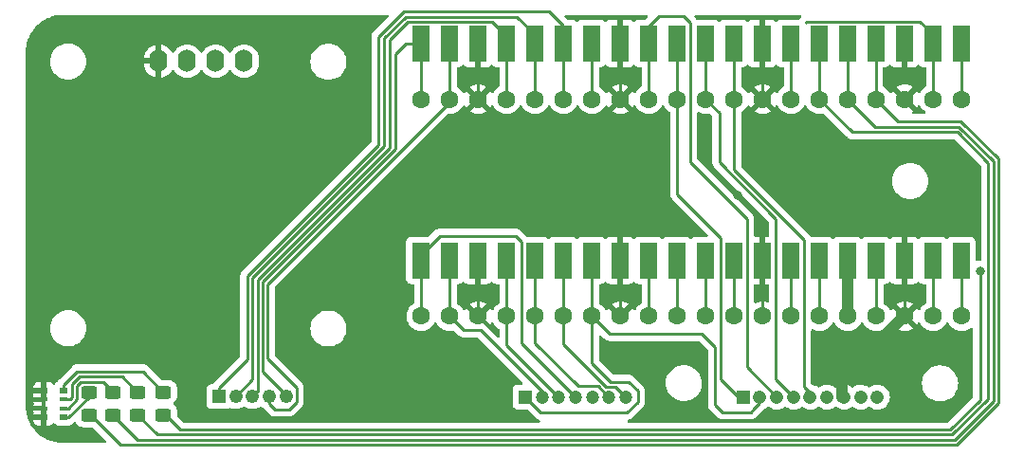
<source format=gtl>
%TF.GenerationSoftware,KiCad,Pcbnew,(6.0.1)*%
%TF.CreationDate,2022-03-14T09:24:09-06:00*%
%TF.ProjectId,PicoFlasher_Breakout_Board_V1,5069636f-466c-4617-9368-65725f427265,rev?*%
%TF.SameCoordinates,Original*%
%TF.FileFunction,Copper,L1,Top*%
%TF.FilePolarity,Positive*%
%FSLAX46Y46*%
G04 Gerber Fmt 4.6, Leading zero omitted, Abs format (unit mm)*
G04 Created by KiCad (PCBNEW (6.0.1)) date 2022-03-14 09:24:09*
%MOMM*%
%LPD*%
G01*
G04 APERTURE LIST*
G04 Aperture macros list*
%AMRoundRect*
0 Rectangle with rounded corners*
0 $1 Rounding radius*
0 $2 $3 $4 $5 $6 $7 $8 $9 X,Y pos of 4 corners*
0 Add a 4 corners polygon primitive as box body*
4,1,4,$2,$3,$4,$5,$6,$7,$8,$9,$2,$3,0*
0 Add four circle primitives for the rounded corners*
1,1,$1+$1,$2,$3*
1,1,$1+$1,$4,$5*
1,1,$1+$1,$6,$7*
1,1,$1+$1,$8,$9*
0 Add four rect primitives between the rounded corners*
20,1,$1+$1,$2,$3,$4,$5,0*
20,1,$1+$1,$4,$5,$6,$7,0*
20,1,$1+$1,$6,$7,$8,$9,0*
20,1,$1+$1,$8,$9,$2,$3,0*%
G04 Aperture macros list end*
%TA.AperFunction,SMDPad,CuDef*%
%ADD10RoundRect,0.250000X-0.450000X0.325000X-0.450000X-0.325000X0.450000X-0.325000X0.450000X0.325000X0*%
%TD*%
%TA.AperFunction,ComponentPad*%
%ADD11R,1.200000X1.200000*%
%TD*%
%TA.AperFunction,ComponentPad*%
%ADD12C,1.200000*%
%TD*%
%TA.AperFunction,SMDPad,CuDef*%
%ADD13R,1.600000X3.200000*%
%TD*%
%TA.AperFunction,SMDPad,CuDef*%
%ADD14R,0.800000X0.500000*%
%TD*%
%TA.AperFunction,SMDPad,CuDef*%
%ADD15R,0.800000X0.400000*%
%TD*%
%TA.AperFunction,ComponentPad*%
%ADD16R,1.208000X1.208000*%
%TD*%
%TA.AperFunction,ComponentPad*%
%ADD17C,1.208000*%
%TD*%
%TA.AperFunction,ComponentPad*%
%ADD18O,1.600000X2.000000*%
%TD*%
%TA.AperFunction,ComponentPad*%
%ADD19R,1.238000X1.238000*%
%TD*%
%TA.AperFunction,ComponentPad*%
%ADD20C,1.238000*%
%TD*%
%TA.AperFunction,ComponentPad*%
%ADD21C,1.600000*%
%TD*%
%TA.AperFunction,ViaPad*%
%ADD22C,0.800000*%
%TD*%
%TA.AperFunction,Conductor*%
%ADD23C,0.250000*%
%TD*%
%TA.AperFunction,Conductor*%
%ADD24C,1.000000*%
%TD*%
G04 APERTURE END LIST*
D10*
%TO.P,D3,1,K*%
%TO.N,Net-(D3-Pad1)*%
X98750000Y-97700000D03*
%TO.P,D3,2,A*%
%TO.N,eMMC*%
X98750000Y-99750000D03*
%TD*%
%TO.P,D2,1,K*%
%TO.N,Net-(D2-Pad1)*%
X96550000Y-97700000D03*
%TO.P,D2,2,A*%
%TO.N,SPI*%
X96550000Y-99750000D03*
%TD*%
D11*
%TO.P,J2,1,1*%
%TO.N,E-Green*%
X133350000Y-98150000D03*
D12*
%TO.P,J2,2,2*%
%TO.N,S-Brown*%
X134850000Y-98150000D03*
%TO.P,J2,3,3*%
%TO.N,S-Red*%
X136350000Y-98150000D03*
%TO.P,J2,4,4*%
%TO.N,S-Orange*%
X137850000Y-98150000D03*
%TO.P,J2,5,5*%
%TO.N,GND*%
X139350000Y-98150000D03*
%TO.P,J2,6,6*%
%TO.N,S-Black*%
X140850000Y-98150000D03*
%TO.P,J2,7,7*%
%TO.N,S-Blue*%
X142350000Y-98150000D03*
%TD*%
D13*
%TO.P,U1e,1,GP0*%
%TO.N,OLED Data*%
X172280000Y-66560000D03*
%TO.P,U1e,2,GP1*%
%TO.N,OLED Clock*%
X169740000Y-66560000D03*
%TO.P,U1e,3,GND_1*%
%TO.N,GND*%
X167200000Y-66560000D03*
%TO.P,U1e,4,GP2*%
%TO.N,Debug*%
X164660000Y-66560000D03*
%TO.P,U1e,5,GP3*%
%TO.N,SPI*%
X162120000Y-66560000D03*
%TO.P,U1e,6,GP4*%
%TO.N,eMMC*%
X159580000Y-66560000D03*
%TO.P,U1e,7,GP5*%
%TO.N,unconnected-(U1-Pad7)*%
X157040000Y-66560000D03*
%TO.P,U1e,8,GND_2*%
%TO.N,GND*%
X154500000Y-66560000D03*
%TO.P,U1e,9,GP6*%
%TO.N,E-Red*%
X151960000Y-66560000D03*
%TO.P,U1e,10,GP7*%
%TO.N,E-Orange*%
X149420000Y-66560000D03*
%TO.P,U1e,11,GP8*%
%TO.N,E-Blue*%
X146880000Y-66560000D03*
%TO.P,U1e,12,GP9*%
%TO.N,E-Yellow*%
X144340000Y-66560000D03*
%TO.P,U1e,13,GND_3*%
%TO.N,GND*%
X141800000Y-66560000D03*
%TO.P,U1e,14,GP10*%
%TO.N,unconnected-(U1-Pad14)*%
X139260000Y-66560000D03*
%TO.P,U1e,15,GP11*%
%TO.N,A_Red*%
X136720000Y-66560000D03*
%TO.P,U1e,16,GP12*%
%TO.N,A_Black*%
X134180000Y-66560000D03*
%TO.P,U1e,17,GP13*%
%TO.N,A_Yellow*%
X131640000Y-66560000D03*
%TO.P,U1e,18,GND_4*%
%TO.N,GND*%
X129100000Y-66560000D03*
%TO.P,U1e,19,GP14*%
%TO.N,A_Green*%
X126560000Y-66560000D03*
%TO.P,U1e,20,GP15*%
%TO.N,A_Blue*%
X124020000Y-66560000D03*
%TO.P,U1e,21,GP16*%
%TO.N,S-Orange*%
X124020000Y-85940000D03*
%TO.P,U1e,22,GP17*%
%TO.N,S-Brown*%
X126560000Y-85940000D03*
%TO.P,U1e,23,GND_5*%
%TO.N,GND*%
X129100000Y-85940000D03*
%TO.P,U1e,24,GP18*%
%TO.N,S-Red*%
X131640000Y-85940000D03*
%TO.P,U1e,25,GP19*%
%TO.N,S-Black*%
X134180000Y-85940000D03*
%TO.P,U1e,26,GP20*%
%TO.N,S-Blue*%
X136720000Y-85940000D03*
%TO.P,U1e,27,GP21*%
%TO.N,E-Green*%
X139260000Y-85940000D03*
%TO.P,U1e,28,GND_6*%
%TO.N,GND*%
X141800000Y-85940000D03*
%TO.P,U1e,29,GP22*%
%TO.N,unconnected-(U1-Pad29)*%
X144340000Y-85940000D03*
%TO.P,U1e,30,RUN*%
%TO.N,unconnected-(U1-Pad30)*%
X146880000Y-85940000D03*
%TO.P,U1e,31,GP26_A0*%
%TO.N,unconnected-(U1-Pad31)*%
X149420000Y-85940000D03*
%TO.P,U1e,32,GP27_A1*%
%TO.N,unconnected-(U1-Pad32)*%
X151960000Y-85940000D03*
%TO.P,U1e,33,GND_7*%
%TO.N,GND*%
X154500000Y-85940000D03*
%TO.P,U1e,34,GP28_A2*%
%TO.N,unconnected-(U1-Pad34)*%
X157040000Y-85940000D03*
%TO.P,U1e,35,ADC_VREF*%
%TO.N,unconnected-(U1-Pad35)*%
X159580000Y-85940000D03*
%TO.P,U1e,36,3V3(OUT)*%
%TO.N,3.3 Out*%
X162120000Y-85940000D03*
%TO.P,U1e,37,3V3_EN*%
%TO.N,unconnected-(U1-Pad37)*%
X164660000Y-85940000D03*
%TO.P,U1e,38,GND_8*%
%TO.N,GND*%
X167200000Y-85940000D03*
%TO.P,U1e,39,VSYS*%
%TO.N,unconnected-(U1-Pad39)*%
X169740000Y-85940000D03*
%TO.P,U1e,40,VBUS*%
%TO.N,unconnected-(U1-Pad40)*%
X172280000Y-85940000D03*
%TD*%
D14*
%TO.P,RN1,1*%
%TO.N,Net-(D1-Pad1)*%
X92150000Y-99950000D03*
D15*
%TO.P,RN1,2*%
%TO.N,Net-(D2-Pad1)*%
X92150000Y-99150000D03*
%TO.P,RN1,3*%
%TO.N,Net-(D3-Pad1)*%
X92150000Y-98350000D03*
D14*
%TO.P,RN1,4*%
%TO.N,Net-(D4-Pad1)*%
X92150000Y-97550000D03*
%TO.P,RN1,5*%
%TO.N,GND*%
X90350000Y-97550000D03*
D15*
%TO.P,RN1,6*%
X90350000Y-98350000D03*
%TO.P,RN1,7*%
X90350000Y-99150000D03*
D14*
%TO.P,RN1,8*%
X90350000Y-99950000D03*
%TD*%
D10*
%TO.P,D4,1,K*%
%TO.N,Net-(D4-Pad1)*%
X101050000Y-97700000D03*
%TO.P,D4,2,A*%
%TO.N,3.3 Out*%
X101050000Y-99750000D03*
%TD*%
D16*
%TO.P,J1,1,1*%
%TO.N,E-Blue*%
X152800000Y-98143250D03*
D17*
%TO.P,J1,2,2*%
%TO.N,E-Green*%
X154300000Y-98143250D03*
%TO.P,J1,3,3*%
%TO.N,E-Yellow*%
X155800000Y-98143250D03*
%TO.P,J1,4,4*%
%TO.N,E-Orange*%
X157300000Y-98143250D03*
%TO.P,J1,5,5*%
%TO.N,E-Red*%
X158800000Y-98143250D03*
%TO.P,J1,6,6*%
%TO.N,unconnected-(J1-Pad6)*%
X160300000Y-98143250D03*
%TO.P,J1,7,7*%
%TO.N,GND*%
X161800000Y-98143250D03*
%TO.P,J1,8,8*%
%TO.N,unconnected-(J1-Pad8)*%
X163300000Y-98143250D03*
%TO.P,J1,9,9*%
%TO.N,unconnected-(J1-Pad9)*%
X164800000Y-98143250D03*
%TD*%
D18*
%TO.P,U2,1,GND*%
%TO.N,GND*%
X100630000Y-68150000D03*
%TO.P,U2,2,VCC*%
%TO.N,3.3 Out*%
X103170000Y-68150000D03*
%TO.P,U2,3,SCL*%
%TO.N,OLED Clock*%
X105710000Y-68150000D03*
%TO.P,U2,4,SDA*%
%TO.N,OLED Data*%
X108250000Y-68150000D03*
%TD*%
D19*
%TO.P,J3,1,Pin_1*%
%TO.N,A_Red*%
X106000000Y-98091500D03*
D20*
%TO.P,J3,2,Pin_2*%
%TO.N,A_Black*%
X107500000Y-98091500D03*
%TO.P,J3,3,Pin_3*%
%TO.N,A_Yellow*%
X109000000Y-98091500D03*
%TO.P,J3,4,Pin_4*%
%TO.N,A_Green*%
X110500000Y-98091500D03*
%TO.P,J3,5,Pin_5*%
%TO.N,A_Blue*%
X112000000Y-98091500D03*
%TD*%
D10*
%TO.P,D1,1,K*%
%TO.N,Net-(D1-Pad1)*%
X94375000Y-97700000D03*
%TO.P,D1,2,A*%
%TO.N,Debug*%
X94375000Y-99750000D03*
%TD*%
D21*
%TO.P,U1,1,GP0*%
%TO.N,OLED Data*%
X172332000Y-71540000D03*
%TO.P,U1,2,GP1*%
%TO.N,OLED Clock*%
X169792000Y-71540000D03*
%TO.P,U1,3,GND_1*%
%TO.N,GND*%
X167252000Y-71540000D03*
%TO.P,U1,4,GP2*%
%TO.N,Debug*%
X164712000Y-71540000D03*
%TO.P,U1,5,GP3*%
%TO.N,SPI*%
X162172000Y-71540000D03*
%TO.P,U1,6,GP4*%
%TO.N,eMMC*%
X159632000Y-71540000D03*
%TO.P,U1,7,GP5*%
%TO.N,unconnected-(U1-Pad7)*%
X157092000Y-71540000D03*
%TO.P,U1,8,GND_2*%
%TO.N,GND*%
X154552000Y-71540000D03*
%TO.P,U1,9,GP6*%
%TO.N,E-Red*%
X152012000Y-71540000D03*
%TO.P,U1,10,GP7*%
%TO.N,E-Orange*%
X149472000Y-71540000D03*
%TO.P,U1,11,GP8*%
%TO.N,E-Blue*%
X146932000Y-71540000D03*
%TO.P,U1,12,GP9*%
%TO.N,E-Yellow*%
X144392000Y-71540000D03*
%TO.P,U1,13,GND_3*%
%TO.N,GND*%
X141852000Y-71540000D03*
%TO.P,U1,14,GP10*%
%TO.N,unconnected-(U1-Pad14)*%
X139312000Y-71540000D03*
%TO.P,U1,15,GP11*%
%TO.N,A_Red*%
X136772000Y-71540000D03*
%TO.P,U1,16,GP12*%
%TO.N,A_Black*%
X134232000Y-71540000D03*
%TO.P,U1,17,GP13*%
%TO.N,A_Yellow*%
X131692000Y-71540000D03*
%TO.P,U1,18,GND_4*%
%TO.N,GND*%
X129152000Y-71540000D03*
%TO.P,U1,19,GP14*%
%TO.N,A_Green*%
X126612000Y-71540000D03*
%TO.P,U1,20,GP15*%
%TO.N,A_Blue*%
X124072000Y-71540000D03*
%TO.P,U1,21,GP16*%
%TO.N,S-Orange*%
X124072000Y-90920000D03*
%TO.P,U1,22,GP17*%
%TO.N,S-Brown*%
X126612000Y-90920000D03*
%TO.P,U1,23,GND_5*%
%TO.N,GND*%
X129152000Y-90920000D03*
%TO.P,U1,24,GP18*%
%TO.N,S-Red*%
X131692000Y-90920000D03*
%TO.P,U1,25,GP19*%
%TO.N,S-Black*%
X134232000Y-90920000D03*
%TO.P,U1,26,GP20*%
%TO.N,S-Blue*%
X136772000Y-90920000D03*
%TO.P,U1,27,GP21*%
%TO.N,E-Green*%
X139312000Y-90920000D03*
%TO.P,U1,28,GND_6*%
%TO.N,GND*%
X141852000Y-90920000D03*
%TO.P,U1,29,GP22*%
%TO.N,unconnected-(U1-Pad29)*%
X144392000Y-90920000D03*
%TO.P,U1,30,RUN*%
%TO.N,unconnected-(U1-Pad30)*%
X146932000Y-90920000D03*
%TO.P,U1,31,GP26_A0*%
%TO.N,unconnected-(U1-Pad31)*%
X149472000Y-90920000D03*
%TO.P,U1,32,GP27_A1*%
%TO.N,unconnected-(U1-Pad32)*%
X152012000Y-90920000D03*
%TO.P,U1,33,GND_7*%
%TO.N,GND*%
X154552000Y-90920000D03*
%TO.P,U1,34,GP28_A2*%
%TO.N,unconnected-(U1-Pad34)*%
X157092000Y-90920000D03*
%TO.P,U1,35,ADC_VREF*%
%TO.N,unconnected-(U1-Pad35)*%
X159632000Y-90920000D03*
%TO.P,U1,36,3V3(OUT)*%
%TO.N,3.3 Out*%
X162172000Y-90920000D03*
%TO.P,U1,37,3V3_EN*%
%TO.N,unconnected-(U1-Pad37)*%
X164712000Y-90920000D03*
%TO.P,U1,38,GND_8*%
%TO.N,GND*%
X167252000Y-90920000D03*
%TO.P,U1,39,VSYS*%
%TO.N,unconnected-(U1-Pad39)*%
X169792000Y-90920000D03*
%TO.P,U1,40,VBUS*%
%TO.N,unconnected-(U1-Pad40)*%
X172332000Y-90920000D03*
%TD*%
D22*
%TO.N,GND*%
X94750000Y-94250000D03*
X141750000Y-75650000D03*
X141750000Y-81350000D03*
X152300000Y-80150000D03*
%TO.N,3.3 Out*%
X173974540Y-86875000D03*
%TD*%
D23*
%TO.N,Net-(D1-Pad1)*%
X92150000Y-99950000D02*
X92587506Y-99950000D01*
X94550000Y-97999022D02*
X94550000Y-97700000D01*
X94375000Y-98162506D02*
X94375000Y-97700000D01*
X92587506Y-99950000D02*
X94375000Y-98162506D01*
%TO.N,Net-(D2-Pad1)*%
X95700480Y-96800480D02*
X93687027Y-96800480D01*
X96550000Y-97700000D02*
X96550000Y-97650000D01*
X92560718Y-99150000D02*
X92150000Y-99150000D01*
X93350000Y-98360718D02*
X92560718Y-99150000D01*
X93350000Y-97137506D02*
X93350000Y-98360718D01*
X96550000Y-97650000D02*
X95700480Y-96800480D01*
X93687027Y-96800480D02*
X93581253Y-96906253D01*
X93581253Y-96906253D02*
X93350000Y-97137506D01*
%TO.N,Net-(D3-Pad1)*%
X92875480Y-96976309D02*
X92875480Y-98199520D01*
X97350480Y-96300480D02*
X93551309Y-96300480D01*
X92875480Y-98199520D02*
X92700000Y-98375000D01*
X98750000Y-97700000D02*
X97350480Y-96300480D01*
X92700000Y-98375000D02*
X92175000Y-98375000D01*
X92175000Y-98375000D02*
X92150000Y-98350000D01*
X93551309Y-96300480D02*
X92875480Y-96976309D01*
%TO.N,Net-(D4-Pad1)*%
X99200960Y-95850960D02*
X93349040Y-95850960D01*
X101050000Y-97700000D02*
X99200960Y-95850960D01*
X93349040Y-95850960D02*
X92150000Y-97050000D01*
X92150000Y-97050000D02*
X92150000Y-97550000D01*
%TO.N,E-Yellow*%
X144340000Y-66560000D02*
X144340000Y-65060000D01*
X148056511Y-77156511D02*
X153136511Y-82236511D01*
X153136511Y-82236511D02*
X153136511Y-95479761D01*
X148075000Y-64705978D02*
X148075000Y-65275000D01*
X144392000Y-66612000D02*
X144340000Y-66560000D01*
X148075000Y-65275000D02*
X148056511Y-65293489D01*
X147469022Y-64100000D02*
X148075000Y-64705978D01*
X148056511Y-65293489D02*
X148056511Y-77156511D01*
X153136511Y-95479761D02*
X155800000Y-98143250D01*
X144392000Y-71540000D02*
X144392000Y-66612000D01*
X145300000Y-64100000D02*
X147469022Y-64100000D01*
X144340000Y-65060000D02*
X145300000Y-64100000D01*
%TO.N,E-Red*%
X158800000Y-98143250D02*
X158800000Y-97775000D01*
X152012000Y-66612000D02*
X151960000Y-66560000D01*
X152012000Y-71540000D02*
X152012000Y-66612000D01*
X158800000Y-97775000D02*
X158250000Y-97225000D01*
X152012000Y-77862978D02*
X158250000Y-84100978D01*
X152012000Y-71540000D02*
X152012000Y-77862978D01*
X158250000Y-84100978D02*
X158250000Y-97225000D01*
%TO.N,E-Orange*%
X157300000Y-98143250D02*
X155750000Y-96593250D01*
X155750000Y-96593250D02*
X155750000Y-96325000D01*
X149472000Y-71540000D02*
X149472000Y-66612000D01*
X149472000Y-71540000D02*
X150700000Y-72768000D01*
X149472000Y-66612000D02*
X149420000Y-66560000D01*
X150700000Y-72768000D02*
X150700000Y-77186696D01*
X157000000Y-97750000D02*
X157000000Y-98290000D01*
X155750000Y-82236696D02*
X155750000Y-96325000D01*
X150700000Y-77186696D02*
X155750000Y-82236696D01*
%TO.N,E-Blue*%
X146932000Y-80011022D02*
X150835489Y-83914511D01*
X150835489Y-96585489D02*
X152430750Y-98180750D01*
X146932000Y-71540000D02*
X146932000Y-80011022D01*
X146932000Y-71540000D02*
X146932000Y-66612000D01*
X150835489Y-83914511D02*
X150835489Y-96585489D01*
X152430750Y-98180750D02*
X152680000Y-98180750D01*
X146932000Y-66612000D02*
X146880000Y-66560000D01*
%TO.N,S-Orange*%
X133000000Y-91975000D02*
X133000000Y-90950000D01*
X125700978Y-83750000D02*
X132499022Y-83750000D01*
X137850000Y-98150000D02*
X133000000Y-93300000D01*
X132499022Y-83750000D02*
X133000000Y-84250978D01*
X124020000Y-85940000D02*
X124020000Y-85430978D01*
X124072000Y-85992000D02*
X124020000Y-85940000D01*
X133000000Y-84250978D02*
X133000000Y-90950000D01*
X124072000Y-90920000D02*
X124072000Y-85992000D01*
X124020000Y-85430978D02*
X125700978Y-83750000D01*
X133000000Y-93300000D02*
X133000000Y-91975000D01*
%TO.N,S-Brown*%
X127867000Y-92175000D02*
X129350000Y-92175000D01*
X126612000Y-90920000D02*
X127867000Y-92175000D01*
X129350000Y-92175000D02*
X134850000Y-97675000D01*
X134850000Y-97675000D02*
X134850000Y-98150000D01*
X126612000Y-85992000D02*
X126560000Y-85940000D01*
X126612000Y-90920000D02*
X126612000Y-85992000D01*
%TO.N,S-Red*%
X136350000Y-98150000D02*
X131692000Y-93492000D01*
X131692000Y-93492000D02*
X131692000Y-90920000D01*
X131692000Y-85992000D02*
X131640000Y-85940000D01*
X131692000Y-90920000D02*
X131692000Y-85992000D01*
%TO.N,S-Black*%
X134232000Y-90920000D02*
X134232000Y-93332000D01*
X134232000Y-85992000D02*
X134180000Y-85940000D01*
X134232000Y-90920000D02*
X134232000Y-85992000D01*
X134232000Y-93332000D02*
X138075000Y-97175000D01*
X139875000Y-97175000D02*
X140850000Y-98150000D01*
X138075000Y-97175000D02*
X139875000Y-97175000D01*
%TO.N,S-Blue*%
X140575489Y-97225489D02*
X136772000Y-93422000D01*
X136772000Y-90920000D02*
X136772000Y-85992000D01*
X141425489Y-97225489D02*
X140575489Y-97225489D01*
X142350000Y-98150000D02*
X141425489Y-97225489D01*
X136772000Y-85992000D02*
X136720000Y-85940000D01*
X136772000Y-93272000D02*
X136772000Y-90920000D01*
X136772000Y-93422000D02*
X136772000Y-93272000D01*
%TO.N,GND*%
X154552000Y-85992000D02*
X154500000Y-85940000D01*
X154552000Y-71540000D02*
X154552000Y-66612000D01*
X129152000Y-66612000D02*
X129100000Y-66560000D01*
X141852000Y-90920000D02*
X141852000Y-85992000D01*
X141852000Y-66612000D02*
X141800000Y-66560000D01*
D24*
X161680000Y-96492000D02*
X167252000Y-90920000D01*
D23*
X129152000Y-71540000D02*
X129152000Y-66612000D01*
X141852000Y-71540000D02*
X141852000Y-66612000D01*
X154552000Y-90920000D02*
X154552000Y-85992000D01*
X167252000Y-85992000D02*
X167200000Y-85940000D01*
X129130000Y-71562000D02*
X129152000Y-71540000D01*
X129152000Y-90920000D02*
X129152000Y-85992000D01*
X141852000Y-85992000D02*
X141800000Y-85940000D01*
D24*
X161680000Y-98180750D02*
X161680000Y-96492000D01*
D23*
X167252000Y-90920000D02*
X167252000Y-85992000D01*
X154552000Y-66612000D02*
X154500000Y-66560000D01*
X129152000Y-85992000D02*
X129100000Y-85940000D01*
%TO.N,Debug*%
X171874980Y-102400000D02*
X97200000Y-102400000D01*
X175598080Y-76848080D02*
X175598080Y-98676899D01*
X164660000Y-71488000D02*
X164712000Y-71540000D01*
X97200000Y-102400000D02*
X94550000Y-99750000D01*
X166672000Y-73500000D02*
X172250000Y-73500000D01*
X164712000Y-71540000D02*
X166672000Y-73500000D01*
X172250000Y-73500000D02*
X175598080Y-76848080D01*
X175598080Y-98676899D02*
X171874980Y-102400000D01*
X164660000Y-66560000D02*
X164660000Y-71488000D01*
%TO.N,eMMC*%
X174699040Y-98304504D02*
X171502584Y-101500960D01*
X174699040Y-77252604D02*
X174699040Y-98304504D01*
X171946436Y-74500000D02*
X174699040Y-77252604D01*
X159632000Y-71540000D02*
X162592000Y-74500000D01*
X100500960Y-101500960D02*
X98750000Y-99750000D01*
X159632000Y-71540000D02*
X159632000Y-66612000D01*
X171502584Y-101500960D02*
X100500960Y-101500960D01*
X159632000Y-66612000D02*
X159580000Y-66560000D01*
X162592000Y-74500000D02*
X171946436Y-74500000D01*
%TO.N,SPI*%
X98750480Y-101950480D02*
X171688782Y-101950480D01*
X162172000Y-66612000D02*
X162120000Y-66560000D01*
X175148560Y-77066406D02*
X172082154Y-74000000D01*
X172082154Y-74000000D02*
X164632000Y-74000000D01*
X96550000Y-99750000D02*
X98750480Y-101950480D01*
X171688782Y-101950480D02*
X175148560Y-98490702D01*
X162172000Y-71540000D02*
X162172000Y-66612000D01*
X175148560Y-98490702D02*
X175148560Y-77066406D01*
X164632000Y-74000000D02*
X162172000Y-71540000D01*
%TO.N,OLED Data*%
X172332000Y-71540000D02*
X172332000Y-66612000D01*
X172332000Y-66612000D02*
X172280000Y-66560000D01*
X172280000Y-66560000D02*
X172280000Y-65760000D01*
%TO.N,OLED Clock*%
X158455489Y-64635489D02*
X168615489Y-64635489D01*
X158400000Y-64690978D02*
X158455489Y-64635489D01*
X169792000Y-66612000D02*
X169740000Y-66560000D01*
X169740000Y-65760000D02*
X169740000Y-66560000D01*
X169792000Y-71540000D02*
X169792000Y-66612000D01*
X168615489Y-64635489D02*
X169740000Y-65760000D01*
D24*
%TO.N,3.3 Out*%
X162120000Y-85940000D02*
X162120000Y-90868000D01*
D23*
X171316386Y-101051440D02*
X173974540Y-98393286D01*
X102551440Y-101051440D02*
X171316386Y-101051440D01*
X173974540Y-98393286D02*
X173974540Y-86875000D01*
X101250000Y-99750000D02*
X102551440Y-101051440D01*
X101050000Y-99750000D02*
X101250000Y-99750000D01*
X103170000Y-68150000D02*
X103150000Y-68150000D01*
D24*
X162120000Y-90868000D02*
X162172000Y-90920000D01*
D23*
%TO.N,E-Green*%
X134750000Y-99550000D02*
X133350000Y-98150000D01*
X154300000Y-98700000D02*
X153787500Y-99212500D01*
X142586687Y-96775969D02*
X143400000Y-97589282D01*
X139312000Y-92287000D02*
X139312000Y-95087000D01*
X139312000Y-90920000D02*
X139312000Y-85992000D01*
X149150000Y-92500000D02*
X140892000Y-92500000D01*
X153787500Y-99212500D02*
X153500000Y-99500000D01*
X150300000Y-93650000D02*
X149150000Y-92500000D01*
X141000969Y-96775969D02*
X142586687Y-96775969D01*
X153500000Y-99500000D02*
X150975000Y-99500000D01*
X139312000Y-95087000D02*
X141000969Y-96775969D01*
X154180000Y-98820000D02*
X153787500Y-99212500D01*
X143400000Y-98575000D02*
X142425000Y-99550000D01*
X150975000Y-99500000D02*
X150300000Y-98825000D01*
X142425000Y-99550000D02*
X134750000Y-99550000D01*
X150300000Y-98825000D02*
X150300000Y-93650000D01*
X139312000Y-85992000D02*
X139260000Y-85940000D01*
X143400000Y-97589282D02*
X143400000Y-98575000D01*
X154300000Y-98143250D02*
X154300000Y-98700000D01*
X139312000Y-90920000D02*
X139312000Y-92287000D01*
X140892000Y-92500000D02*
X139312000Y-90920000D01*
%TO.N,A_Red*%
X108550480Y-87313803D02*
X120250000Y-75614282D01*
X120250000Y-75614282D02*
X120250000Y-65978565D01*
X136772000Y-71540000D02*
X136772000Y-66612000D01*
X106000000Y-98091500D02*
X106000000Y-97300480D01*
X136720000Y-64970000D02*
X136720000Y-66560000D01*
X108550480Y-94750000D02*
X108550480Y-87313803D01*
X122492115Y-63736449D02*
X135486449Y-63736449D01*
X120250000Y-65978565D02*
X122492115Y-63736449D01*
X136772000Y-66612000D02*
X136720000Y-66560000D01*
X106000000Y-97300480D02*
X108550480Y-94750000D01*
X135486449Y-63736449D02*
X136720000Y-64970000D01*
%TO.N,A_Black*%
X134232000Y-66612000D02*
X134180000Y-66560000D01*
X132611429Y-64185969D02*
X122678313Y-64185969D01*
X109000000Y-87500000D02*
X109000000Y-96591500D01*
X134180000Y-66560000D02*
X134180000Y-65754540D01*
X134180000Y-65754540D02*
X132611429Y-64185969D01*
X120750000Y-75750000D02*
X109000000Y-87500000D01*
X134232000Y-71540000D02*
X134232000Y-66612000D01*
X122678313Y-64185969D02*
X120750000Y-66114283D01*
X120750000Y-66114283D02*
X120750000Y-75750000D01*
X109000000Y-96591500D02*
X107500000Y-98091500D01*
%TO.N,A_Yellow*%
X121250000Y-66250000D02*
X121250000Y-75885717D01*
X131640000Y-65890000D02*
X130385489Y-64635489D01*
X131640000Y-66560000D02*
X131640000Y-65890000D01*
X131692000Y-71540000D02*
X131692000Y-66612000D01*
X109449520Y-97641980D02*
X109000000Y-98091500D01*
X109449520Y-87686198D02*
X109449520Y-97641980D01*
X122864511Y-64635489D02*
X121250000Y-66250000D01*
X121250000Y-75885717D02*
X109449520Y-87686198D01*
X131692000Y-66612000D02*
X131640000Y-66560000D01*
X130385489Y-64635489D02*
X122864511Y-64635489D01*
%TO.N,A_Green*%
X110500000Y-98091500D02*
X110500000Y-98750000D01*
X112943511Y-98556489D02*
X112943511Y-97306489D01*
X110348560Y-88058594D02*
X126612000Y-71795154D01*
X110500000Y-98750000D02*
X111000000Y-99250000D01*
X112942207Y-97306489D02*
X110348560Y-94712842D01*
X112943511Y-97306489D02*
X112942207Y-97306489D01*
X110348560Y-94712842D02*
X110348560Y-88058594D01*
X112250000Y-99250000D02*
X112943511Y-98556489D01*
X111000000Y-99250000D02*
X112250000Y-99250000D01*
X126612000Y-66612000D02*
X126560000Y-66560000D01*
X126612000Y-71795154D02*
X126612000Y-71540000D01*
X126612000Y-71540000D02*
X126612000Y-66612000D01*
%TO.N,unconnected-(U1-Pad7)*%
X157092000Y-71540000D02*
X157092000Y-66612000D01*
X157092000Y-66612000D02*
X157040000Y-66560000D01*
%TO.N,unconnected-(U1-Pad14)*%
X139312000Y-66612000D02*
X139260000Y-66560000D01*
X139312000Y-71540000D02*
X139312000Y-66612000D01*
%TO.N,unconnected-(U1-Pad29)*%
X144392000Y-85992000D02*
X144340000Y-85940000D01*
X144392000Y-90920000D02*
X144392000Y-85992000D01*
%TO.N,unconnected-(U1-Pad30)*%
X146932000Y-85992000D02*
X146880000Y-85940000D01*
X146932000Y-90920000D02*
X146932000Y-85992000D01*
%TO.N,unconnected-(U1-Pad31)*%
X149472000Y-85992000D02*
X149420000Y-85940000D01*
X149472000Y-90920000D02*
X149472000Y-85992000D01*
%TO.N,unconnected-(U1-Pad32)*%
X152012000Y-85992000D02*
X151960000Y-85940000D01*
X152012000Y-90920000D02*
X152012000Y-85992000D01*
%TO.N,unconnected-(U1-Pad34)*%
X157092000Y-85992000D02*
X157040000Y-85940000D01*
X157092000Y-90920000D02*
X157092000Y-85992000D01*
%TO.N,unconnected-(U1-Pad35)*%
X159632000Y-90920000D02*
X159632000Y-85992000D01*
X159632000Y-85992000D02*
X159580000Y-85940000D01*
%TO.N,unconnected-(U1-Pad37)*%
X164712000Y-90920000D02*
X164712000Y-85992000D01*
X164712000Y-85992000D02*
X164660000Y-85940000D01*
%TO.N,unconnected-(U1-Pad39)*%
X169792000Y-90920000D02*
X169792000Y-85992000D01*
X169792000Y-85992000D02*
X169740000Y-85940000D01*
%TO.N,unconnected-(U1-Pad40)*%
X172332000Y-85992000D02*
X172280000Y-85940000D01*
X172332000Y-90920000D02*
X172332000Y-85992000D01*
%TO.N,A_Blue*%
X109899040Y-87872396D02*
X109899040Y-95899040D01*
X112000000Y-98000000D02*
X112000000Y-98091500D01*
X122690000Y-66560000D02*
X121750000Y-67500000D01*
X124072000Y-66612000D02*
X124020000Y-66560000D01*
X124020000Y-66560000D02*
X122690000Y-66560000D01*
X124072000Y-71540000D02*
X124072000Y-66612000D01*
X121750000Y-76021436D02*
X109899040Y-87872396D01*
X121750000Y-67500000D02*
X121750000Y-76021436D01*
X109899040Y-95899040D02*
X112000000Y-98000000D01*
%TD*%
%TA.AperFunction,Conductor*%
%TO.N,GND*%
G36*
X121088590Y-64028002D02*
G01*
X121135083Y-64081658D01*
X121145187Y-64151932D01*
X121115693Y-64216512D01*
X121109564Y-64223095D01*
X119857747Y-65474913D01*
X119849461Y-65482453D01*
X119842982Y-65486565D01*
X119837557Y-65492342D01*
X119796357Y-65536216D01*
X119793602Y-65539058D01*
X119773865Y-65558795D01*
X119771385Y-65561992D01*
X119763682Y-65571012D01*
X119733414Y-65603244D01*
X119729595Y-65610190D01*
X119729593Y-65610193D01*
X119723652Y-65620999D01*
X119712801Y-65637518D01*
X119700386Y-65653524D01*
X119697241Y-65660793D01*
X119697238Y-65660797D01*
X119682826Y-65694102D01*
X119677609Y-65704752D01*
X119656305Y-65743505D01*
X119654334Y-65751180D01*
X119654334Y-65751181D01*
X119651267Y-65763127D01*
X119644863Y-65781831D01*
X119636819Y-65800420D01*
X119635580Y-65808243D01*
X119635577Y-65808253D01*
X119629901Y-65844089D01*
X119627495Y-65855709D01*
X119616500Y-65898535D01*
X119616500Y-65918789D01*
X119614949Y-65938499D01*
X119611780Y-65958508D01*
X119612526Y-65966400D01*
X119615941Y-66002526D01*
X119616500Y-66014384D01*
X119616500Y-75299688D01*
X119596498Y-75367809D01*
X119579595Y-75388783D01*
X108158227Y-86810151D01*
X108149941Y-86817691D01*
X108143462Y-86821803D01*
X108138037Y-86827580D01*
X108096837Y-86871454D01*
X108094082Y-86874296D01*
X108074345Y-86894033D01*
X108071865Y-86897230D01*
X108064162Y-86906250D01*
X108033894Y-86938482D01*
X108030075Y-86945428D01*
X108030073Y-86945431D01*
X108024132Y-86956237D01*
X108013281Y-86972756D01*
X108000866Y-86988762D01*
X107997721Y-86996031D01*
X107997718Y-86996035D01*
X107983306Y-87029340D01*
X107978089Y-87039990D01*
X107956785Y-87078743D01*
X107954814Y-87086418D01*
X107954814Y-87086419D01*
X107951747Y-87098365D01*
X107945343Y-87117069D01*
X107937299Y-87135658D01*
X107936060Y-87143481D01*
X107936057Y-87143491D01*
X107930381Y-87179327D01*
X107927975Y-87190947D01*
X107916980Y-87233773D01*
X107916980Y-87254027D01*
X107915429Y-87273737D01*
X107912260Y-87293746D01*
X107913006Y-87301638D01*
X107916421Y-87337764D01*
X107916980Y-87349622D01*
X107916980Y-94435405D01*
X107896978Y-94503526D01*
X107880075Y-94524500D01*
X105607747Y-96796828D01*
X105599461Y-96804368D01*
X105592982Y-96808480D01*
X105587557Y-96814257D01*
X105546357Y-96858131D01*
X105543602Y-96860973D01*
X105523865Y-96880710D01*
X105521385Y-96883907D01*
X105513682Y-96892927D01*
X105486427Y-96921951D01*
X105484265Y-96924253D01*
X105423053Y-96960218D01*
X105392415Y-96964000D01*
X105332866Y-96964000D01*
X105270684Y-96970755D01*
X105134295Y-97021885D01*
X105017739Y-97109239D01*
X104930385Y-97225795D01*
X104879255Y-97362184D01*
X104872500Y-97424366D01*
X104872500Y-98758634D01*
X104879255Y-98820816D01*
X104930385Y-98957205D01*
X105017739Y-99073761D01*
X105134295Y-99161115D01*
X105270684Y-99212245D01*
X105332866Y-99219000D01*
X106667134Y-99219000D01*
X106729316Y-99212245D01*
X106865705Y-99161115D01*
X106892062Y-99141362D01*
X106904812Y-99131806D01*
X106971319Y-99106958D01*
X107030115Y-99116864D01*
X107133112Y-99161115D01*
X107150091Y-99168410D01*
X107278248Y-99197409D01*
X107336610Y-99210615D01*
X107352201Y-99214143D01*
X107357972Y-99214370D01*
X107357974Y-99214370D01*
X107427210Y-99217090D01*
X107559262Y-99222278D01*
X107647592Y-99209471D01*
X107758616Y-99193374D01*
X107758621Y-99193373D01*
X107764337Y-99192544D01*
X107769809Y-99190686D01*
X107769811Y-99190686D01*
X107955096Y-99127790D01*
X107955098Y-99127789D01*
X107960560Y-99125935D01*
X108089192Y-99053898D01*
X108136322Y-99027504D01*
X108136323Y-99027503D01*
X108141359Y-99024683D01*
X108145798Y-99020991D01*
X108145804Y-99020987D01*
X108169548Y-99001239D01*
X108234712Y-98973057D01*
X108304767Y-98984580D01*
X108320116Y-98993344D01*
X108459699Y-99086611D01*
X108465002Y-99088889D01*
X108465005Y-99088891D01*
X108639647Y-99163923D01*
X108650091Y-99168410D01*
X108778248Y-99197409D01*
X108836610Y-99210615D01*
X108852201Y-99214143D01*
X108857972Y-99214370D01*
X108857974Y-99214370D01*
X108927210Y-99217090D01*
X109059262Y-99222278D01*
X109147592Y-99209471D01*
X109258616Y-99193374D01*
X109258621Y-99193373D01*
X109264337Y-99192544D01*
X109269809Y-99190686D01*
X109269811Y-99190686D01*
X109455096Y-99127790D01*
X109455098Y-99127789D01*
X109460560Y-99125935D01*
X109589192Y-99053898D01*
X109636322Y-99027504D01*
X109636323Y-99027503D01*
X109641359Y-99024683D01*
X109645798Y-99020991D01*
X109645804Y-99020987D01*
X109669548Y-99001239D01*
X109734712Y-98973057D01*
X109804767Y-98984580D01*
X109820116Y-98993344D01*
X109919732Y-99059906D01*
X109941436Y-99074408D01*
X109979887Y-99115034D01*
X109991418Y-99134532D01*
X109991421Y-99134536D01*
X109995458Y-99141362D01*
X110009779Y-99155683D01*
X110022619Y-99170716D01*
X110034528Y-99187107D01*
X110064915Y-99212245D01*
X110068593Y-99215288D01*
X110077374Y-99223278D01*
X110496353Y-99642258D01*
X110503887Y-99650537D01*
X110508000Y-99657018D01*
X110547526Y-99694135D01*
X110557651Y-99703643D01*
X110560493Y-99706398D01*
X110580230Y-99726135D01*
X110583427Y-99728615D01*
X110592447Y-99736318D01*
X110624679Y-99766586D01*
X110631625Y-99770405D01*
X110631628Y-99770407D01*
X110642434Y-99776348D01*
X110658953Y-99787199D01*
X110674959Y-99799614D01*
X110682228Y-99802759D01*
X110682232Y-99802762D01*
X110715537Y-99817174D01*
X110726187Y-99822391D01*
X110764940Y-99843695D01*
X110772615Y-99845666D01*
X110772616Y-99845666D01*
X110784562Y-99848733D01*
X110803267Y-99855137D01*
X110821855Y-99863181D01*
X110829678Y-99864420D01*
X110829688Y-99864423D01*
X110865524Y-99870099D01*
X110877144Y-99872505D01*
X110908959Y-99880673D01*
X110919970Y-99883500D01*
X110940224Y-99883500D01*
X110959934Y-99885051D01*
X110979943Y-99888220D01*
X110987835Y-99887474D01*
X111006580Y-99885702D01*
X111023962Y-99884059D01*
X111035819Y-99883500D01*
X112171233Y-99883500D01*
X112182416Y-99884027D01*
X112189909Y-99885702D01*
X112197835Y-99885453D01*
X112197836Y-99885453D01*
X112257986Y-99883562D01*
X112261945Y-99883500D01*
X112289856Y-99883500D01*
X112293791Y-99883003D01*
X112293856Y-99882995D01*
X112305693Y-99882062D01*
X112337951Y-99881048D01*
X112341970Y-99880922D01*
X112349889Y-99880673D01*
X112369343Y-99875021D01*
X112388700Y-99871013D01*
X112400930Y-99869468D01*
X112400931Y-99869468D01*
X112408797Y-99868474D01*
X112416168Y-99865555D01*
X112416170Y-99865555D01*
X112449912Y-99852196D01*
X112461142Y-99848351D01*
X112495983Y-99838229D01*
X112495984Y-99838229D01*
X112503593Y-99836018D01*
X112510412Y-99831985D01*
X112510417Y-99831983D01*
X112521028Y-99825707D01*
X112538776Y-99817012D01*
X112557617Y-99809552D01*
X112593387Y-99783564D01*
X112603307Y-99777048D01*
X112634535Y-99758580D01*
X112634538Y-99758578D01*
X112641362Y-99754542D01*
X112655683Y-99740221D01*
X112670717Y-99727380D01*
X112680694Y-99720131D01*
X112687107Y-99715472D01*
X112715298Y-99681395D01*
X112723288Y-99672616D01*
X113335758Y-99060146D01*
X113344048Y-99052602D01*
X113350529Y-99048489D01*
X113371585Y-99026067D01*
X113397169Y-98998822D01*
X113399924Y-98995980D01*
X113419646Y-98976258D01*
X113422123Y-98973065D01*
X113429828Y-98964044D01*
X113436555Y-98956880D01*
X113460097Y-98931810D01*
X113463918Y-98924860D01*
X113469857Y-98914057D01*
X113480713Y-98897530D01*
X113488268Y-98887791D01*
X113488269Y-98887789D01*
X113493125Y-98881529D01*
X113510685Y-98840949D01*
X113515902Y-98830301D01*
X113533386Y-98798498D01*
X113533387Y-98798496D01*
X113537206Y-98791549D01*
X113539958Y-98780833D01*
X113542244Y-98771927D01*
X113548648Y-98753223D01*
X113553544Y-98741909D01*
X113553544Y-98741908D01*
X113556692Y-98734634D01*
X113557931Y-98726811D01*
X113557934Y-98726801D01*
X113563610Y-98690965D01*
X113566016Y-98679345D01*
X113575039Y-98644200D01*
X113575039Y-98644199D01*
X113577011Y-98636519D01*
X113577011Y-98616265D01*
X113578562Y-98596554D01*
X113580491Y-98584375D01*
X113581731Y-98576546D01*
X113577570Y-98532527D01*
X113577011Y-98520670D01*
X113577011Y-97378284D01*
X113579243Y-97354672D01*
X113579301Y-97354367D01*
X113580786Y-97346583D01*
X113577260Y-97290538D01*
X113577011Y-97282627D01*
X113577011Y-97266633D01*
X113575005Y-97250753D01*
X113574262Y-97242892D01*
X113573906Y-97237233D01*
X113573719Y-97233278D01*
X113573130Y-97214522D01*
X113573130Y-97214521D01*
X113572881Y-97206600D01*
X113571796Y-97202866D01*
X113571676Y-97201776D01*
X113570736Y-97186839D01*
X113568190Y-97179002D01*
X113563017Y-97155858D01*
X113562979Y-97155554D01*
X113562978Y-97155549D01*
X113561985Y-97147692D01*
X113541315Y-97095486D01*
X113538630Y-97088026D01*
X113537360Y-97084116D01*
X113536201Y-97080348D01*
X113533774Y-97071993D01*
X113528225Y-97052896D01*
X113526157Y-97049400D01*
X113525597Y-97047917D01*
X113525089Y-97046351D01*
X113524252Y-97043776D01*
X113523725Y-97042154D01*
X113523725Y-97042153D01*
X113521275Y-97034614D01*
X113517025Y-97027917D01*
X113516861Y-97027658D01*
X113506096Y-97006531D01*
X113505982Y-97006243D01*
X113505979Y-97006238D01*
X113503063Y-96998872D01*
X113470063Y-96953452D01*
X113463544Y-96943527D01*
X113459275Y-96936309D01*
X113446749Y-96915127D01*
X113443589Y-96911967D01*
X113442059Y-96909790D01*
X113439757Y-96906162D01*
X113435511Y-96899471D01*
X113429504Y-96893830D01*
X113413823Y-96876043D01*
X113413645Y-96875798D01*
X113413643Y-96875796D01*
X113408983Y-96869382D01*
X113367362Y-96834950D01*
X113358583Y-96826961D01*
X111018965Y-94487342D01*
X110984939Y-94425030D01*
X110982060Y-94398247D01*
X110982060Y-92025000D01*
X114170026Y-92025000D01*
X114189891Y-92277403D01*
X114191045Y-92282210D01*
X114191046Y-92282216D01*
X114207775Y-92351895D01*
X114248995Y-92523591D01*
X114250888Y-92528162D01*
X114250889Y-92528164D01*
X114343409Y-92751526D01*
X114345884Y-92757502D01*
X114478172Y-92973376D01*
X114642602Y-93165898D01*
X114835124Y-93330328D01*
X115050998Y-93462616D01*
X115055568Y-93464509D01*
X115055572Y-93464511D01*
X115280336Y-93557611D01*
X115284909Y-93559505D01*
X115340829Y-93572930D01*
X115526284Y-93617454D01*
X115526290Y-93617455D01*
X115531097Y-93618609D01*
X115630916Y-93626465D01*
X115717845Y-93633307D01*
X115717852Y-93633307D01*
X115720301Y-93633500D01*
X115846699Y-93633500D01*
X115849148Y-93633307D01*
X115849155Y-93633307D01*
X115936084Y-93626465D01*
X116035903Y-93618609D01*
X116040710Y-93617455D01*
X116040716Y-93617454D01*
X116226171Y-93572930D01*
X116282091Y-93559505D01*
X116286664Y-93557611D01*
X116511428Y-93464511D01*
X116511432Y-93464509D01*
X116516002Y-93462616D01*
X116731876Y-93330328D01*
X116924398Y-93165898D01*
X117088828Y-92973376D01*
X117221116Y-92757502D01*
X117223592Y-92751526D01*
X117316111Y-92528164D01*
X117316112Y-92528162D01*
X117318005Y-92523591D01*
X117359225Y-92351895D01*
X117375954Y-92282216D01*
X117375955Y-92282210D01*
X117377109Y-92277403D01*
X117396974Y-92025000D01*
X117377109Y-91772597D01*
X117375118Y-91764300D01*
X117324622Y-91553973D01*
X117318005Y-91526409D01*
X117307650Y-91501409D01*
X117223011Y-91297072D01*
X117223009Y-91297068D01*
X117221116Y-91292498D01*
X117088828Y-91076624D01*
X116924398Y-90884102D01*
X116731876Y-90719672D01*
X116516002Y-90587384D01*
X116511432Y-90585491D01*
X116511428Y-90585489D01*
X116286664Y-90492389D01*
X116286662Y-90492388D01*
X116282091Y-90490495D01*
X116173147Y-90464340D01*
X116040716Y-90432546D01*
X116040710Y-90432545D01*
X116035903Y-90431391D01*
X115936084Y-90423535D01*
X115849155Y-90416693D01*
X115849148Y-90416693D01*
X115846699Y-90416500D01*
X115720301Y-90416500D01*
X115717852Y-90416693D01*
X115717845Y-90416693D01*
X115630916Y-90423535D01*
X115531097Y-90431391D01*
X115526290Y-90432545D01*
X115526284Y-90432546D01*
X115393853Y-90464340D01*
X115284909Y-90490495D01*
X115280338Y-90492388D01*
X115280336Y-90492389D01*
X115055572Y-90585489D01*
X115055568Y-90585491D01*
X115050998Y-90587384D01*
X114835124Y-90719672D01*
X114642602Y-90884102D01*
X114478172Y-91076624D01*
X114345884Y-91292498D01*
X114343991Y-91297068D01*
X114343989Y-91297072D01*
X114259350Y-91501409D01*
X114248995Y-91526409D01*
X114242378Y-91553973D01*
X114191883Y-91764300D01*
X114189891Y-91772597D01*
X114170026Y-92025000D01*
X110982060Y-92025000D01*
X110982060Y-88373188D01*
X111002062Y-88305067D01*
X111018965Y-88284093D01*
X126421081Y-72881977D01*
X126483393Y-72847951D01*
X126521157Y-72845551D01*
X126606525Y-72853019D01*
X126612000Y-72853498D01*
X126840087Y-72833543D01*
X126845400Y-72832119D01*
X126845402Y-72832119D01*
X127055933Y-72775707D01*
X127055935Y-72775706D01*
X127061243Y-72774284D01*
X127067235Y-72771490D01*
X127263762Y-72679849D01*
X127263767Y-72679846D01*
X127268749Y-72677523D01*
X127342243Y-72626062D01*
X128430493Y-72626062D01*
X128439789Y-72638077D01*
X128490994Y-72673931D01*
X128500489Y-72679414D01*
X128697947Y-72771490D01*
X128708239Y-72775236D01*
X128918688Y-72831625D01*
X128929481Y-72833528D01*
X129146525Y-72852517D01*
X129157475Y-72852517D01*
X129374519Y-72833528D01*
X129385312Y-72831625D01*
X129595761Y-72775236D01*
X129606053Y-72771490D01*
X129803511Y-72679414D01*
X129813006Y-72673931D01*
X129865048Y-72637491D01*
X129873424Y-72627012D01*
X129866356Y-72613566D01*
X129164812Y-71912022D01*
X129150868Y-71904408D01*
X129149035Y-71904539D01*
X129142420Y-71908790D01*
X128436923Y-72614287D01*
X128430493Y-72626062D01*
X127342243Y-72626062D01*
X127393989Y-72589829D01*
X127451789Y-72549357D01*
X127451792Y-72549355D01*
X127456300Y-72546198D01*
X127618198Y-72384300D01*
X127749523Y-72196749D01*
X127751846Y-72191767D01*
X127751849Y-72191762D01*
X127768081Y-72156951D01*
X127814998Y-72103666D01*
X127883275Y-72084205D01*
X127951235Y-72104747D01*
X127996471Y-72156951D01*
X128012586Y-72191511D01*
X128018069Y-72201006D01*
X128054509Y-72253048D01*
X128064988Y-72261424D01*
X128078434Y-72254356D01*
X128779978Y-71552812D01*
X128787592Y-71538868D01*
X128787461Y-71537035D01*
X128783210Y-71530420D01*
X128077713Y-70824923D01*
X128065938Y-70818493D01*
X128053923Y-70827789D01*
X128018069Y-70878994D01*
X128012586Y-70888489D01*
X127996471Y-70923049D01*
X127949554Y-70976334D01*
X127881277Y-70995795D01*
X127813317Y-70975253D01*
X127768081Y-70923049D01*
X127751849Y-70888238D01*
X127751846Y-70888233D01*
X127749523Y-70883251D01*
X127618198Y-70695700D01*
X127456300Y-70533802D01*
X127451792Y-70530645D01*
X127451789Y-70530643D01*
X127340887Y-70452988D01*
X128430576Y-70452988D01*
X128437644Y-70466434D01*
X129139188Y-71167978D01*
X129153132Y-71175592D01*
X129154965Y-71175461D01*
X129161580Y-71171210D01*
X129867077Y-70465713D01*
X129873507Y-70453938D01*
X129864211Y-70441923D01*
X129813006Y-70406069D01*
X129803511Y-70400586D01*
X129606053Y-70308510D01*
X129595761Y-70304764D01*
X129385312Y-70248375D01*
X129374519Y-70246472D01*
X129157475Y-70227483D01*
X129146525Y-70227483D01*
X128929481Y-70246472D01*
X128918688Y-70248375D01*
X128708239Y-70304764D01*
X128697947Y-70308510D01*
X128500489Y-70400586D01*
X128490994Y-70406069D01*
X128438952Y-70442509D01*
X128430576Y-70452988D01*
X127340887Y-70452988D01*
X127299229Y-70423819D01*
X127254901Y-70368362D01*
X127245500Y-70320606D01*
X127245500Y-68794500D01*
X127265502Y-68726379D01*
X127319158Y-68679886D01*
X127371500Y-68668500D01*
X127408134Y-68668500D01*
X127470316Y-68661745D01*
X127606705Y-68610615D01*
X127723261Y-68523261D01*
X127729486Y-68514955D01*
X127730604Y-68514119D01*
X127734992Y-68509731D01*
X127735625Y-68510364D01*
X127786345Y-68472440D01*
X127857164Y-68467414D01*
X127919457Y-68501474D01*
X127931135Y-68514950D01*
X127931716Y-68515725D01*
X127944276Y-68528285D01*
X128046351Y-68604786D01*
X128061946Y-68613324D01*
X128182394Y-68658478D01*
X128197649Y-68662105D01*
X128248514Y-68667631D01*
X128255328Y-68668000D01*
X128827885Y-68668000D01*
X128843124Y-68663525D01*
X128844329Y-68662135D01*
X128846000Y-68654452D01*
X128846000Y-66432000D01*
X128866002Y-66363879D01*
X128919658Y-66317386D01*
X128972000Y-66306000D01*
X129228000Y-66306000D01*
X129296121Y-66326002D01*
X129342614Y-66379658D01*
X129354000Y-66432000D01*
X129354000Y-68649884D01*
X129358475Y-68665123D01*
X129359865Y-68666328D01*
X129367548Y-68667999D01*
X129944669Y-68667999D01*
X129951490Y-68667629D01*
X130002352Y-68662105D01*
X130017604Y-68658479D01*
X130138054Y-68613324D01*
X130153649Y-68604786D01*
X130255724Y-68528285D01*
X130268284Y-68515725D01*
X130268865Y-68514950D01*
X130269634Y-68514375D01*
X130274635Y-68509374D01*
X130275357Y-68510096D01*
X130325726Y-68472438D01*
X130396545Y-68467416D01*
X130458837Y-68501478D01*
X130470510Y-68514950D01*
X130476739Y-68523261D01*
X130593295Y-68610615D01*
X130729684Y-68661745D01*
X130791866Y-68668500D01*
X130932500Y-68668500D01*
X131000621Y-68688502D01*
X131047114Y-68742158D01*
X131058500Y-68794500D01*
X131058500Y-70320606D01*
X131038498Y-70388727D01*
X131004771Y-70423819D01*
X130852211Y-70530643D01*
X130852208Y-70530645D01*
X130847700Y-70533802D01*
X130685802Y-70695700D01*
X130554477Y-70883251D01*
X130552154Y-70888233D01*
X130552151Y-70888238D01*
X130535919Y-70923049D01*
X130489002Y-70976334D01*
X130420725Y-70995795D01*
X130352765Y-70975253D01*
X130307529Y-70923049D01*
X130291414Y-70888489D01*
X130285931Y-70878994D01*
X130249491Y-70826952D01*
X130239012Y-70818576D01*
X130225566Y-70825644D01*
X129524022Y-71527188D01*
X129516408Y-71541132D01*
X129516539Y-71542965D01*
X129520790Y-71549580D01*
X130226287Y-72255077D01*
X130238062Y-72261507D01*
X130250077Y-72252211D01*
X130285931Y-72201006D01*
X130291414Y-72191511D01*
X130307529Y-72156951D01*
X130354446Y-72103666D01*
X130422723Y-72084205D01*
X130490683Y-72104747D01*
X130535919Y-72156951D01*
X130552151Y-72191762D01*
X130552154Y-72191767D01*
X130554477Y-72196749D01*
X130685802Y-72384300D01*
X130847700Y-72546198D01*
X130852208Y-72549355D01*
X130852211Y-72549357D01*
X130910011Y-72589829D01*
X131035251Y-72677523D01*
X131040233Y-72679846D01*
X131040238Y-72679849D01*
X131236765Y-72771490D01*
X131242757Y-72774284D01*
X131248065Y-72775706D01*
X131248067Y-72775707D01*
X131458598Y-72832119D01*
X131458600Y-72832119D01*
X131463913Y-72833543D01*
X131692000Y-72853498D01*
X131920087Y-72833543D01*
X131925400Y-72832119D01*
X131925402Y-72832119D01*
X132135933Y-72775707D01*
X132135935Y-72775706D01*
X132141243Y-72774284D01*
X132147235Y-72771490D01*
X132343762Y-72679849D01*
X132343767Y-72679846D01*
X132348749Y-72677523D01*
X132473989Y-72589829D01*
X132531789Y-72549357D01*
X132531792Y-72549355D01*
X132536300Y-72546198D01*
X132698198Y-72384300D01*
X132829523Y-72196749D01*
X132831846Y-72191767D01*
X132831849Y-72191762D01*
X132847805Y-72157543D01*
X132894722Y-72104258D01*
X132962999Y-72084797D01*
X133030959Y-72105339D01*
X133076195Y-72157543D01*
X133092151Y-72191762D01*
X133092154Y-72191767D01*
X133094477Y-72196749D01*
X133225802Y-72384300D01*
X133387700Y-72546198D01*
X133392208Y-72549355D01*
X133392211Y-72549357D01*
X133450011Y-72589829D01*
X133575251Y-72677523D01*
X133580233Y-72679846D01*
X133580238Y-72679849D01*
X133776765Y-72771490D01*
X133782757Y-72774284D01*
X133788065Y-72775706D01*
X133788067Y-72775707D01*
X133998598Y-72832119D01*
X133998600Y-72832119D01*
X134003913Y-72833543D01*
X134232000Y-72853498D01*
X134460087Y-72833543D01*
X134465400Y-72832119D01*
X134465402Y-72832119D01*
X134675933Y-72775707D01*
X134675935Y-72775706D01*
X134681243Y-72774284D01*
X134687235Y-72771490D01*
X134883762Y-72679849D01*
X134883767Y-72679846D01*
X134888749Y-72677523D01*
X135013989Y-72589829D01*
X135071789Y-72549357D01*
X135071792Y-72549355D01*
X135076300Y-72546198D01*
X135238198Y-72384300D01*
X135369523Y-72196749D01*
X135371846Y-72191767D01*
X135371849Y-72191762D01*
X135387805Y-72157543D01*
X135434722Y-72104258D01*
X135502999Y-72084797D01*
X135570959Y-72105339D01*
X135616195Y-72157543D01*
X135632151Y-72191762D01*
X135632154Y-72191767D01*
X135634477Y-72196749D01*
X135765802Y-72384300D01*
X135927700Y-72546198D01*
X135932208Y-72549355D01*
X135932211Y-72549357D01*
X135990011Y-72589829D01*
X136115251Y-72677523D01*
X136120233Y-72679846D01*
X136120238Y-72679849D01*
X136316765Y-72771490D01*
X136322757Y-72774284D01*
X136328065Y-72775706D01*
X136328067Y-72775707D01*
X136538598Y-72832119D01*
X136538600Y-72832119D01*
X136543913Y-72833543D01*
X136772000Y-72853498D01*
X137000087Y-72833543D01*
X137005400Y-72832119D01*
X137005402Y-72832119D01*
X137215933Y-72775707D01*
X137215935Y-72775706D01*
X137221243Y-72774284D01*
X137227235Y-72771490D01*
X137423762Y-72679849D01*
X137423767Y-72679846D01*
X137428749Y-72677523D01*
X137553989Y-72589829D01*
X137611789Y-72549357D01*
X137611792Y-72549355D01*
X137616300Y-72546198D01*
X137778198Y-72384300D01*
X137909523Y-72196749D01*
X137911846Y-72191767D01*
X137911849Y-72191762D01*
X137927805Y-72157543D01*
X137974722Y-72104258D01*
X138042999Y-72084797D01*
X138110959Y-72105339D01*
X138156195Y-72157543D01*
X138172151Y-72191762D01*
X138172154Y-72191767D01*
X138174477Y-72196749D01*
X138305802Y-72384300D01*
X138467700Y-72546198D01*
X138472208Y-72549355D01*
X138472211Y-72549357D01*
X138530011Y-72589829D01*
X138655251Y-72677523D01*
X138660233Y-72679846D01*
X138660238Y-72679849D01*
X138856765Y-72771490D01*
X138862757Y-72774284D01*
X138868065Y-72775706D01*
X138868067Y-72775707D01*
X139078598Y-72832119D01*
X139078600Y-72832119D01*
X139083913Y-72833543D01*
X139312000Y-72853498D01*
X139540087Y-72833543D01*
X139545400Y-72832119D01*
X139545402Y-72832119D01*
X139755933Y-72775707D01*
X139755935Y-72775706D01*
X139761243Y-72774284D01*
X139767235Y-72771490D01*
X139963762Y-72679849D01*
X139963767Y-72679846D01*
X139968749Y-72677523D01*
X140042243Y-72626062D01*
X141130493Y-72626062D01*
X141139789Y-72638077D01*
X141190994Y-72673931D01*
X141200489Y-72679414D01*
X141397947Y-72771490D01*
X141408239Y-72775236D01*
X141618688Y-72831625D01*
X141629481Y-72833528D01*
X141846525Y-72852517D01*
X141857475Y-72852517D01*
X142074519Y-72833528D01*
X142085312Y-72831625D01*
X142295761Y-72775236D01*
X142306053Y-72771490D01*
X142503511Y-72679414D01*
X142513006Y-72673931D01*
X142565048Y-72637491D01*
X142573424Y-72627012D01*
X142566356Y-72613566D01*
X141864812Y-71912022D01*
X141850868Y-71904408D01*
X141849035Y-71904539D01*
X141842420Y-71908790D01*
X141136923Y-72614287D01*
X141130493Y-72626062D01*
X140042243Y-72626062D01*
X140093989Y-72589829D01*
X140151789Y-72549357D01*
X140151792Y-72549355D01*
X140156300Y-72546198D01*
X140318198Y-72384300D01*
X140449523Y-72196749D01*
X140451846Y-72191767D01*
X140451849Y-72191762D01*
X140468081Y-72156951D01*
X140514998Y-72103666D01*
X140583275Y-72084205D01*
X140651235Y-72104747D01*
X140696471Y-72156951D01*
X140712586Y-72191511D01*
X140718069Y-72201006D01*
X140754509Y-72253048D01*
X140764988Y-72261424D01*
X140778434Y-72254356D01*
X141479978Y-71552812D01*
X141487592Y-71538868D01*
X141487461Y-71537035D01*
X141483210Y-71530420D01*
X140777713Y-70824923D01*
X140765938Y-70818493D01*
X140753923Y-70827789D01*
X140718069Y-70878994D01*
X140712586Y-70888489D01*
X140696471Y-70923049D01*
X140649554Y-70976334D01*
X140581277Y-70995795D01*
X140513317Y-70975253D01*
X140468081Y-70923049D01*
X140451849Y-70888238D01*
X140451846Y-70888233D01*
X140449523Y-70883251D01*
X140318198Y-70695700D01*
X140156300Y-70533802D01*
X140151792Y-70530645D01*
X140151789Y-70530643D01*
X140040887Y-70452988D01*
X141130576Y-70452988D01*
X141137644Y-70466434D01*
X141839188Y-71167978D01*
X141853132Y-71175592D01*
X141854965Y-71175461D01*
X141861580Y-71171210D01*
X142567077Y-70465713D01*
X142573507Y-70453938D01*
X142564211Y-70441923D01*
X142513006Y-70406069D01*
X142503511Y-70400586D01*
X142306053Y-70308510D01*
X142295761Y-70304764D01*
X142085312Y-70248375D01*
X142074519Y-70246472D01*
X141857475Y-70227483D01*
X141846525Y-70227483D01*
X141629481Y-70246472D01*
X141618688Y-70248375D01*
X141408239Y-70304764D01*
X141397947Y-70308510D01*
X141200489Y-70400586D01*
X141190994Y-70406069D01*
X141138952Y-70442509D01*
X141130576Y-70452988D01*
X140040887Y-70452988D01*
X139999229Y-70423819D01*
X139954901Y-70368362D01*
X139945500Y-70320606D01*
X139945500Y-68794500D01*
X139965502Y-68726379D01*
X140019158Y-68679886D01*
X140071500Y-68668500D01*
X140108134Y-68668500D01*
X140170316Y-68661745D01*
X140306705Y-68610615D01*
X140423261Y-68523261D01*
X140429486Y-68514955D01*
X140430604Y-68514119D01*
X140434992Y-68509731D01*
X140435625Y-68510364D01*
X140486345Y-68472440D01*
X140557164Y-68467414D01*
X140619457Y-68501474D01*
X140631135Y-68514950D01*
X140631716Y-68515725D01*
X140644276Y-68528285D01*
X140746351Y-68604786D01*
X140761946Y-68613324D01*
X140882394Y-68658478D01*
X140897649Y-68662105D01*
X140948514Y-68667631D01*
X140955328Y-68668000D01*
X141527885Y-68668000D01*
X141543124Y-68663525D01*
X141544329Y-68662135D01*
X141546000Y-68654452D01*
X141546000Y-64470116D01*
X141541525Y-64454877D01*
X141540135Y-64453672D01*
X141532452Y-64452001D01*
X140955331Y-64452001D01*
X140948510Y-64452371D01*
X140897648Y-64457895D01*
X140882396Y-64461521D01*
X140761946Y-64506676D01*
X140746351Y-64515214D01*
X140644276Y-64591715D01*
X140631716Y-64604275D01*
X140631135Y-64605050D01*
X140630366Y-64605625D01*
X140625365Y-64610626D01*
X140624643Y-64609904D01*
X140574274Y-64647562D01*
X140503455Y-64652584D01*
X140441163Y-64618522D01*
X140429486Y-64605045D01*
X140428642Y-64603919D01*
X140423261Y-64596739D01*
X140306705Y-64509385D01*
X140170316Y-64458255D01*
X140108134Y-64451500D01*
X138411866Y-64451500D01*
X138349684Y-64458255D01*
X138213295Y-64509385D01*
X138096739Y-64596739D01*
X138090826Y-64604628D01*
X138090122Y-64605155D01*
X138085008Y-64610269D01*
X138084270Y-64609531D01*
X138033969Y-64647143D01*
X137963151Y-64652170D01*
X137900857Y-64618112D01*
X137889177Y-64604633D01*
X137883261Y-64596739D01*
X137766705Y-64509385D01*
X137630316Y-64458255D01*
X137568134Y-64451500D01*
X137149594Y-64451500D01*
X137081473Y-64431498D01*
X137060499Y-64414595D01*
X136868999Y-64223095D01*
X136834973Y-64160783D01*
X136840038Y-64089968D01*
X136882585Y-64033132D01*
X136949105Y-64008321D01*
X136958094Y-64008000D01*
X144191905Y-64008000D01*
X144260026Y-64028002D01*
X144306519Y-64081658D01*
X144316623Y-64151932D01*
X144287129Y-64216512D01*
X144281007Y-64223089D01*
X144182660Y-64321435D01*
X144089499Y-64414596D01*
X144027187Y-64448621D01*
X144000404Y-64451500D01*
X143491866Y-64451500D01*
X143429684Y-64458255D01*
X143293295Y-64509385D01*
X143176739Y-64596739D01*
X143171358Y-64603919D01*
X143170514Y-64605045D01*
X143169396Y-64605881D01*
X143165008Y-64610269D01*
X143164375Y-64609636D01*
X143113655Y-64647560D01*
X143042836Y-64652586D01*
X142980543Y-64618526D01*
X142968865Y-64605050D01*
X142968284Y-64604275D01*
X142955724Y-64591715D01*
X142853649Y-64515214D01*
X142838054Y-64506676D01*
X142717606Y-64461522D01*
X142702351Y-64457895D01*
X142651486Y-64452369D01*
X142644672Y-64452000D01*
X142072115Y-64452000D01*
X142056876Y-64456475D01*
X142055671Y-64457865D01*
X142054000Y-64465548D01*
X142054000Y-68649884D01*
X142058475Y-68665123D01*
X142059865Y-68666328D01*
X142067548Y-68667999D01*
X142644669Y-68667999D01*
X142651490Y-68667629D01*
X142702352Y-68662105D01*
X142717604Y-68658479D01*
X142838054Y-68613324D01*
X142853649Y-68604786D01*
X142955724Y-68528285D01*
X142968284Y-68515725D01*
X142968865Y-68514950D01*
X142969634Y-68514375D01*
X142974635Y-68509374D01*
X142975357Y-68510096D01*
X143025726Y-68472438D01*
X143096545Y-68467416D01*
X143158837Y-68501478D01*
X143170510Y-68514950D01*
X143176739Y-68523261D01*
X143293295Y-68610615D01*
X143429684Y-68661745D01*
X143491866Y-68668500D01*
X143632500Y-68668500D01*
X143700621Y-68688502D01*
X143747114Y-68742158D01*
X143758500Y-68794500D01*
X143758500Y-70320606D01*
X143738498Y-70388727D01*
X143704771Y-70423819D01*
X143552211Y-70530643D01*
X143552208Y-70530645D01*
X143547700Y-70533802D01*
X143385802Y-70695700D01*
X143254477Y-70883251D01*
X143252154Y-70888233D01*
X143252151Y-70888238D01*
X143235919Y-70923049D01*
X143189002Y-70976334D01*
X143120725Y-70995795D01*
X143052765Y-70975253D01*
X143007529Y-70923049D01*
X142991414Y-70888489D01*
X142985931Y-70878994D01*
X142949491Y-70826952D01*
X142939012Y-70818576D01*
X142925566Y-70825644D01*
X142224022Y-71527188D01*
X142216408Y-71541132D01*
X142216539Y-71542965D01*
X142220790Y-71549580D01*
X142926287Y-72255077D01*
X142938062Y-72261507D01*
X142950077Y-72252211D01*
X142985931Y-72201006D01*
X142991414Y-72191511D01*
X143007529Y-72156951D01*
X143054446Y-72103666D01*
X143122723Y-72084205D01*
X143190683Y-72104747D01*
X143235919Y-72156951D01*
X143252151Y-72191762D01*
X143252154Y-72191767D01*
X143254477Y-72196749D01*
X143385802Y-72384300D01*
X143547700Y-72546198D01*
X143552208Y-72549355D01*
X143552211Y-72549357D01*
X143610011Y-72589829D01*
X143735251Y-72677523D01*
X143740233Y-72679846D01*
X143740238Y-72679849D01*
X143936765Y-72771490D01*
X143942757Y-72774284D01*
X143948065Y-72775706D01*
X143948067Y-72775707D01*
X144158598Y-72832119D01*
X144158600Y-72832119D01*
X144163913Y-72833543D01*
X144392000Y-72853498D01*
X144620087Y-72833543D01*
X144625400Y-72832119D01*
X144625402Y-72832119D01*
X144835933Y-72775707D01*
X144835935Y-72775706D01*
X144841243Y-72774284D01*
X144847235Y-72771490D01*
X145043762Y-72679849D01*
X145043767Y-72679846D01*
X145048749Y-72677523D01*
X145173989Y-72589829D01*
X145231789Y-72549357D01*
X145231792Y-72549355D01*
X145236300Y-72546198D01*
X145398198Y-72384300D01*
X145529523Y-72196749D01*
X145531846Y-72191767D01*
X145531849Y-72191762D01*
X145547805Y-72157543D01*
X145594722Y-72104258D01*
X145662999Y-72084797D01*
X145730959Y-72105339D01*
X145776195Y-72157543D01*
X145792151Y-72191762D01*
X145792154Y-72191767D01*
X145794477Y-72196749D01*
X145925802Y-72384300D01*
X146087700Y-72546198D01*
X146092208Y-72549355D01*
X146092211Y-72549357D01*
X146244771Y-72656181D01*
X146289099Y-72711638D01*
X146298500Y-72759394D01*
X146298500Y-79932255D01*
X146297973Y-79943438D01*
X146296298Y-79950931D01*
X146296547Y-79958857D01*
X146296547Y-79958858D01*
X146298438Y-80019008D01*
X146298500Y-80022967D01*
X146298500Y-80050878D01*
X146298997Y-80054812D01*
X146298997Y-80054813D01*
X146299005Y-80054878D01*
X146299938Y-80066715D01*
X146301327Y-80110911D01*
X146306978Y-80130361D01*
X146310987Y-80149722D01*
X146313526Y-80169819D01*
X146316445Y-80177190D01*
X146316445Y-80177192D01*
X146329804Y-80210934D01*
X146333649Y-80222164D01*
X146345982Y-80264615D01*
X146350015Y-80271434D01*
X146350017Y-80271439D01*
X146356293Y-80282050D01*
X146364988Y-80299798D01*
X146372448Y-80318639D01*
X146377110Y-80325055D01*
X146377110Y-80325056D01*
X146398436Y-80354409D01*
X146404952Y-80364329D01*
X146427458Y-80402384D01*
X146441779Y-80416705D01*
X146454619Y-80431738D01*
X146466528Y-80448129D01*
X146500605Y-80476320D01*
X146509384Y-80484310D01*
X149641478Y-83616405D01*
X149675504Y-83678717D01*
X149670439Y-83749533D01*
X149627892Y-83806368D01*
X149561372Y-83831179D01*
X149552383Y-83831500D01*
X148571866Y-83831500D01*
X148509684Y-83838255D01*
X148373295Y-83889385D01*
X148256739Y-83976739D01*
X148250826Y-83984628D01*
X148250122Y-83985155D01*
X148245008Y-83990269D01*
X148244270Y-83989531D01*
X148193969Y-84027143D01*
X148123151Y-84032170D01*
X148060857Y-83998112D01*
X148049177Y-83984633D01*
X148043261Y-83976739D01*
X147926705Y-83889385D01*
X147790316Y-83838255D01*
X147728134Y-83831500D01*
X146031866Y-83831500D01*
X145969684Y-83838255D01*
X145833295Y-83889385D01*
X145716739Y-83976739D01*
X145710826Y-83984628D01*
X145710122Y-83985155D01*
X145705008Y-83990269D01*
X145704270Y-83989531D01*
X145653969Y-84027143D01*
X145583151Y-84032170D01*
X145520857Y-83998112D01*
X145509177Y-83984633D01*
X145503261Y-83976739D01*
X145386705Y-83889385D01*
X145250316Y-83838255D01*
X145188134Y-83831500D01*
X143491866Y-83831500D01*
X143429684Y-83838255D01*
X143293295Y-83889385D01*
X143176739Y-83976739D01*
X143171358Y-83983919D01*
X143170514Y-83985045D01*
X143169396Y-83985881D01*
X143165008Y-83990269D01*
X143164375Y-83989636D01*
X143113655Y-84027560D01*
X143042836Y-84032586D01*
X142980543Y-83998526D01*
X142968865Y-83985050D01*
X142968284Y-83984275D01*
X142955724Y-83971715D01*
X142853649Y-83895214D01*
X142838054Y-83886676D01*
X142717606Y-83841522D01*
X142702351Y-83837895D01*
X142651486Y-83832369D01*
X142644672Y-83832000D01*
X142072115Y-83832000D01*
X142056876Y-83836475D01*
X142055671Y-83837865D01*
X142054000Y-83845548D01*
X142054000Y-88029884D01*
X142058475Y-88045123D01*
X142059865Y-88046328D01*
X142067548Y-88047999D01*
X142644669Y-88047999D01*
X142651490Y-88047629D01*
X142702352Y-88042105D01*
X142717604Y-88038479D01*
X142838054Y-87993324D01*
X142853649Y-87984786D01*
X142955724Y-87908285D01*
X142968284Y-87895725D01*
X142968865Y-87894950D01*
X142969634Y-87894375D01*
X142974635Y-87889374D01*
X142975357Y-87890096D01*
X143025726Y-87852438D01*
X143096545Y-87847416D01*
X143158837Y-87881478D01*
X143170510Y-87894950D01*
X143176739Y-87903261D01*
X143293295Y-87990615D01*
X143429684Y-88041745D01*
X143491866Y-88048500D01*
X143632500Y-88048500D01*
X143700621Y-88068502D01*
X143747114Y-88122158D01*
X143758500Y-88174500D01*
X143758500Y-89700606D01*
X143738498Y-89768727D01*
X143704771Y-89803819D01*
X143552211Y-89910643D01*
X143552208Y-89910645D01*
X143547700Y-89913802D01*
X143385802Y-90075700D01*
X143254477Y-90263251D01*
X143252154Y-90268233D01*
X143252151Y-90268238D01*
X143235919Y-90303049D01*
X143189002Y-90356334D01*
X143120725Y-90375795D01*
X143052765Y-90355253D01*
X143007529Y-90303049D01*
X142991414Y-90268489D01*
X142985931Y-90258994D01*
X142949491Y-90206952D01*
X142939012Y-90198576D01*
X142925566Y-90205644D01*
X141941095Y-91190115D01*
X141878783Y-91224141D01*
X141807968Y-91219076D01*
X141762905Y-91190115D01*
X140777713Y-90204923D01*
X140765938Y-90198493D01*
X140753923Y-90207789D01*
X140718069Y-90258994D01*
X140712586Y-90268489D01*
X140696471Y-90303049D01*
X140649554Y-90356334D01*
X140581277Y-90375795D01*
X140513317Y-90355253D01*
X140468081Y-90303049D01*
X140451849Y-90268238D01*
X140451846Y-90268233D01*
X140449523Y-90263251D01*
X140318198Y-90075700D01*
X140156300Y-89913802D01*
X140151792Y-89910645D01*
X140151789Y-89910643D01*
X140040887Y-89832988D01*
X141130576Y-89832988D01*
X141137644Y-89846434D01*
X141839188Y-90547978D01*
X141853132Y-90555592D01*
X141854965Y-90555461D01*
X141861580Y-90551210D01*
X142567077Y-89845713D01*
X142573507Y-89833938D01*
X142564211Y-89821923D01*
X142513006Y-89786069D01*
X142503511Y-89780586D01*
X142306053Y-89688510D01*
X142295761Y-89684764D01*
X142085312Y-89628375D01*
X142074519Y-89626472D01*
X141857475Y-89607483D01*
X141846525Y-89607483D01*
X141629481Y-89626472D01*
X141618688Y-89628375D01*
X141408239Y-89684764D01*
X141397947Y-89688510D01*
X141200489Y-89780586D01*
X141190994Y-89786069D01*
X141138952Y-89822509D01*
X141130576Y-89832988D01*
X140040887Y-89832988D01*
X139999229Y-89803819D01*
X139954901Y-89748362D01*
X139945500Y-89700606D01*
X139945500Y-88174500D01*
X139965502Y-88106379D01*
X140019158Y-88059886D01*
X140071500Y-88048500D01*
X140108134Y-88048500D01*
X140170316Y-88041745D01*
X140306705Y-87990615D01*
X140423261Y-87903261D01*
X140429486Y-87894955D01*
X140430604Y-87894119D01*
X140434992Y-87889731D01*
X140435625Y-87890364D01*
X140486345Y-87852440D01*
X140557164Y-87847414D01*
X140619457Y-87881474D01*
X140631135Y-87894950D01*
X140631716Y-87895725D01*
X140644276Y-87908285D01*
X140746351Y-87984786D01*
X140761946Y-87993324D01*
X140882394Y-88038478D01*
X140897649Y-88042105D01*
X140948514Y-88047631D01*
X140955328Y-88048000D01*
X141527885Y-88048000D01*
X141543124Y-88043525D01*
X141544329Y-88042135D01*
X141546000Y-88034452D01*
X141546000Y-83850116D01*
X141541525Y-83834877D01*
X141540135Y-83833672D01*
X141532452Y-83832001D01*
X140955331Y-83832001D01*
X140948510Y-83832371D01*
X140897648Y-83837895D01*
X140882396Y-83841521D01*
X140761946Y-83886676D01*
X140746351Y-83895214D01*
X140644276Y-83971715D01*
X140631716Y-83984275D01*
X140631135Y-83985050D01*
X140630366Y-83985625D01*
X140625365Y-83990626D01*
X140624643Y-83989904D01*
X140574274Y-84027562D01*
X140503455Y-84032584D01*
X140441163Y-83998522D01*
X140429486Y-83985045D01*
X140428642Y-83983919D01*
X140423261Y-83976739D01*
X140306705Y-83889385D01*
X140170316Y-83838255D01*
X140108134Y-83831500D01*
X138411866Y-83831500D01*
X138349684Y-83838255D01*
X138213295Y-83889385D01*
X138096739Y-83976739D01*
X138090826Y-83984628D01*
X138090122Y-83985155D01*
X138085008Y-83990269D01*
X138084270Y-83989531D01*
X138033969Y-84027143D01*
X137963151Y-84032170D01*
X137900857Y-83998112D01*
X137889177Y-83984633D01*
X137883261Y-83976739D01*
X137766705Y-83889385D01*
X137630316Y-83838255D01*
X137568134Y-83831500D01*
X135871866Y-83831500D01*
X135809684Y-83838255D01*
X135673295Y-83889385D01*
X135556739Y-83976739D01*
X135550826Y-83984628D01*
X135550122Y-83985155D01*
X135545008Y-83990269D01*
X135544270Y-83989531D01*
X135493969Y-84027143D01*
X135423151Y-84032170D01*
X135360857Y-83998112D01*
X135349177Y-83984633D01*
X135343261Y-83976739D01*
X135226705Y-83889385D01*
X135090316Y-83838255D01*
X135028134Y-83831500D01*
X133532145Y-83831500D01*
X133464024Y-83811498D01*
X133451831Y-83802586D01*
X133431408Y-83785691D01*
X133422626Y-83777700D01*
X133002669Y-83357742D01*
X132995135Y-83349463D01*
X132991022Y-83342982D01*
X132941370Y-83296356D01*
X132938529Y-83293602D01*
X132918792Y-83273865D01*
X132915595Y-83271385D01*
X132906573Y-83263680D01*
X132893144Y-83251069D01*
X132874343Y-83233414D01*
X132867397Y-83229595D01*
X132867394Y-83229593D01*
X132856588Y-83223652D01*
X132840069Y-83212801D01*
X132839605Y-83212441D01*
X132824063Y-83200386D01*
X132816794Y-83197241D01*
X132816790Y-83197238D01*
X132783485Y-83182826D01*
X132772835Y-83177609D01*
X132734082Y-83156305D01*
X132714459Y-83151267D01*
X132695756Y-83144863D01*
X132684442Y-83139967D01*
X132684441Y-83139967D01*
X132677167Y-83136819D01*
X132669344Y-83135580D01*
X132669334Y-83135577D01*
X132633498Y-83129901D01*
X132621878Y-83127495D01*
X132586733Y-83118472D01*
X132586732Y-83118472D01*
X132579052Y-83116500D01*
X132558798Y-83116500D01*
X132539087Y-83114949D01*
X132526908Y-83113020D01*
X132519079Y-83111780D01*
X132489808Y-83114547D01*
X132475061Y-83115941D01*
X132463203Y-83116500D01*
X125779745Y-83116500D01*
X125768562Y-83115973D01*
X125761069Y-83114298D01*
X125753143Y-83114547D01*
X125753142Y-83114547D01*
X125692979Y-83116438D01*
X125689021Y-83116500D01*
X125661122Y-83116500D01*
X125657132Y-83117004D01*
X125645298Y-83117936D01*
X125601089Y-83119326D01*
X125593475Y-83121538D01*
X125593470Y-83121539D01*
X125581637Y-83124977D01*
X125562274Y-83128988D01*
X125542181Y-83131526D01*
X125534814Y-83134443D01*
X125534809Y-83134444D01*
X125501070Y-83147802D01*
X125489843Y-83151646D01*
X125447385Y-83163982D01*
X125440559Y-83168019D01*
X125429950Y-83174293D01*
X125412202Y-83182988D01*
X125393361Y-83190448D01*
X125386945Y-83195110D01*
X125386944Y-83195110D01*
X125357591Y-83216436D01*
X125347671Y-83222952D01*
X125316443Y-83241420D01*
X125316440Y-83241422D01*
X125309616Y-83245458D01*
X125295295Y-83259779D01*
X125280262Y-83272619D01*
X125263871Y-83284528D01*
X125235680Y-83318605D01*
X125227690Y-83327384D01*
X124760479Y-83794595D01*
X124698167Y-83828621D01*
X124671384Y-83831500D01*
X123171866Y-83831500D01*
X123109684Y-83838255D01*
X122973295Y-83889385D01*
X122856739Y-83976739D01*
X122769385Y-84093295D01*
X122718255Y-84229684D01*
X122711500Y-84291866D01*
X122711500Y-87588134D01*
X122718255Y-87650316D01*
X122769385Y-87786705D01*
X122856739Y-87903261D01*
X122973295Y-87990615D01*
X123109684Y-88041745D01*
X123171866Y-88048500D01*
X123312500Y-88048500D01*
X123380621Y-88068502D01*
X123427114Y-88122158D01*
X123438500Y-88174500D01*
X123438500Y-89700606D01*
X123418498Y-89768727D01*
X123384771Y-89803819D01*
X123232211Y-89910643D01*
X123232208Y-89910645D01*
X123227700Y-89913802D01*
X123065802Y-90075700D01*
X122934477Y-90263251D01*
X122932154Y-90268233D01*
X122932151Y-90268238D01*
X122855534Y-90432546D01*
X122837716Y-90470757D01*
X122836294Y-90476065D01*
X122836293Y-90476067D01*
X122805773Y-90589970D01*
X122778457Y-90691913D01*
X122758502Y-90920000D01*
X122778457Y-91148087D01*
X122779881Y-91153400D01*
X122779881Y-91153402D01*
X122817025Y-91292022D01*
X122837716Y-91369243D01*
X122840039Y-91374224D01*
X122840039Y-91374225D01*
X122932151Y-91571762D01*
X122932154Y-91571767D01*
X122934477Y-91576749D01*
X122973312Y-91632211D01*
X123015699Y-91692745D01*
X123065802Y-91764300D01*
X123227700Y-91926198D01*
X123232208Y-91929355D01*
X123232211Y-91929357D01*
X123253515Y-91944274D01*
X123415251Y-92057523D01*
X123420233Y-92059846D01*
X123420238Y-92059849D01*
X123580988Y-92134807D01*
X123622757Y-92154284D01*
X123628065Y-92155706D01*
X123628067Y-92155707D01*
X123838598Y-92212119D01*
X123838600Y-92212119D01*
X123843913Y-92213543D01*
X124072000Y-92233498D01*
X124300087Y-92213543D01*
X124305400Y-92212119D01*
X124305402Y-92212119D01*
X124515933Y-92155707D01*
X124515935Y-92155706D01*
X124521243Y-92154284D01*
X124563012Y-92134807D01*
X124723762Y-92059849D01*
X124723767Y-92059846D01*
X124728749Y-92057523D01*
X124890485Y-91944274D01*
X124911789Y-91929357D01*
X124911792Y-91929355D01*
X124916300Y-91926198D01*
X125078198Y-91764300D01*
X125128302Y-91692745D01*
X125170688Y-91632211D01*
X125209523Y-91576749D01*
X125211846Y-91571767D01*
X125211849Y-91571762D01*
X125227805Y-91537543D01*
X125274722Y-91484258D01*
X125342999Y-91464797D01*
X125410959Y-91485339D01*
X125456195Y-91537543D01*
X125472151Y-91571762D01*
X125472154Y-91571767D01*
X125474477Y-91576749D01*
X125513312Y-91632211D01*
X125555699Y-91692745D01*
X125605802Y-91764300D01*
X125767700Y-91926198D01*
X125772208Y-91929355D01*
X125772211Y-91929357D01*
X125793515Y-91944274D01*
X125955251Y-92057523D01*
X125960233Y-92059846D01*
X125960238Y-92059849D01*
X126120988Y-92134807D01*
X126162757Y-92154284D01*
X126168065Y-92155706D01*
X126168067Y-92155707D01*
X126378598Y-92212119D01*
X126378600Y-92212119D01*
X126383913Y-92213543D01*
X126612000Y-92233498D01*
X126840087Y-92213543D01*
X126845392Y-92212121D01*
X126845406Y-92212119D01*
X126903539Y-92196541D01*
X126974516Y-92198229D01*
X127025248Y-92229152D01*
X127363353Y-92567258D01*
X127370887Y-92575537D01*
X127375000Y-92582018D01*
X127424651Y-92628643D01*
X127427493Y-92631398D01*
X127447230Y-92651135D01*
X127450427Y-92653615D01*
X127459447Y-92661318D01*
X127491679Y-92691586D01*
X127498625Y-92695405D01*
X127498628Y-92695407D01*
X127509434Y-92701348D01*
X127525953Y-92712199D01*
X127541959Y-92724614D01*
X127549228Y-92727759D01*
X127549232Y-92727762D01*
X127582537Y-92742174D01*
X127593187Y-92747391D01*
X127631940Y-92768695D01*
X127639615Y-92770666D01*
X127639616Y-92770666D01*
X127651562Y-92773733D01*
X127670267Y-92780137D01*
X127688855Y-92788181D01*
X127696678Y-92789420D01*
X127696688Y-92789423D01*
X127732524Y-92795099D01*
X127744144Y-92797505D01*
X127779289Y-92806528D01*
X127786970Y-92808500D01*
X127807224Y-92808500D01*
X127826934Y-92810051D01*
X127846943Y-92813220D01*
X127854835Y-92812474D01*
X127890961Y-92809059D01*
X127902819Y-92808500D01*
X129035406Y-92808500D01*
X129103527Y-92828502D01*
X129124501Y-92845405D01*
X133105501Y-96826405D01*
X133139527Y-96888717D01*
X133134462Y-96959532D01*
X133091915Y-97016368D01*
X133025395Y-97041179D01*
X133016406Y-97041500D01*
X132701866Y-97041500D01*
X132639684Y-97048255D01*
X132503295Y-97099385D01*
X132386739Y-97186739D01*
X132299385Y-97303295D01*
X132248255Y-97439684D01*
X132241500Y-97501866D01*
X132241500Y-98798134D01*
X132248255Y-98860316D01*
X132299385Y-98996705D01*
X132386739Y-99113261D01*
X132503295Y-99200615D01*
X132639684Y-99251745D01*
X132701866Y-99258500D01*
X133510405Y-99258500D01*
X133578526Y-99278502D01*
X133599501Y-99295405D01*
X134246353Y-99942258D01*
X134253887Y-99950537D01*
X134258000Y-99957018D01*
X134285889Y-99983207D01*
X134307651Y-100003643D01*
X134310493Y-100006398D01*
X134330230Y-100026135D01*
X134333427Y-100028615D01*
X134342447Y-100036318D01*
X134374679Y-100066586D01*
X134381625Y-100070405D01*
X134381628Y-100070407D01*
X134392434Y-100076348D01*
X134408953Y-100087199D01*
X134424959Y-100099614D01*
X134432228Y-100102759D01*
X134432232Y-100102762D01*
X134465537Y-100117174D01*
X134476187Y-100122391D01*
X134514940Y-100143695D01*
X134522615Y-100145666D01*
X134522616Y-100145666D01*
X134534562Y-100148733D01*
X134553267Y-100155137D01*
X134571855Y-100163181D01*
X134579680Y-100164421D01*
X134579689Y-100164423D01*
X134599065Y-100167492D01*
X134663218Y-100197905D01*
X134700744Y-100258173D01*
X134699729Y-100329163D01*
X134660496Y-100388334D01*
X134595500Y-100416901D01*
X134579353Y-100417940D01*
X102866035Y-100417940D01*
X102797914Y-100397938D01*
X102776939Y-100381035D01*
X102295404Y-99899499D01*
X102261379Y-99837187D01*
X102258500Y-99810404D01*
X102258500Y-99374600D01*
X102257827Y-99368115D01*
X102248238Y-99275692D01*
X102248237Y-99275688D01*
X102247526Y-99268834D01*
X102244165Y-99258758D01*
X102193868Y-99108002D01*
X102191550Y-99101054D01*
X102098478Y-98950652D01*
X101973303Y-98825695D01*
X101969084Y-98823094D01*
X101928583Y-98765970D01*
X101925351Y-98695047D01*
X101960976Y-98633635D01*
X101968530Y-98627078D01*
X101974348Y-98623478D01*
X102099305Y-98498303D01*
X102153808Y-98409883D01*
X102188275Y-98353968D01*
X102188276Y-98353966D01*
X102192115Y-98347738D01*
X102247797Y-98179861D01*
X102251458Y-98144135D01*
X102254545Y-98114003D01*
X102258500Y-98075400D01*
X102258500Y-97324600D01*
X102256956Y-97309718D01*
X102248238Y-97225692D01*
X102248237Y-97225688D01*
X102247526Y-97218834D01*
X102243445Y-97206600D01*
X102193868Y-97058002D01*
X102191550Y-97051054D01*
X102098478Y-96900652D01*
X101973303Y-96775695D01*
X101967072Y-96771854D01*
X101828968Y-96686725D01*
X101828966Y-96686724D01*
X101822738Y-96682885D01*
X101731223Y-96652531D01*
X101661389Y-96629368D01*
X101661387Y-96629368D01*
X101654861Y-96627203D01*
X101648025Y-96626503D01*
X101648022Y-96626502D01*
X101604969Y-96622091D01*
X101550400Y-96616500D01*
X100914595Y-96616500D01*
X100846474Y-96596498D01*
X100825500Y-96579595D01*
X99704612Y-95458707D01*
X99697072Y-95450421D01*
X99692960Y-95443942D01*
X99643308Y-95397316D01*
X99640467Y-95394562D01*
X99620730Y-95374825D01*
X99617533Y-95372345D01*
X99608511Y-95364640D01*
X99604357Y-95360739D01*
X99576281Y-95334374D01*
X99569335Y-95330555D01*
X99569332Y-95330553D01*
X99558526Y-95324612D01*
X99542007Y-95313761D01*
X99532505Y-95306391D01*
X99526001Y-95301346D01*
X99518732Y-95298201D01*
X99518728Y-95298198D01*
X99485423Y-95283786D01*
X99474773Y-95278569D01*
X99436020Y-95257265D01*
X99416397Y-95252227D01*
X99397694Y-95245823D01*
X99386380Y-95240927D01*
X99386379Y-95240927D01*
X99379105Y-95237779D01*
X99371282Y-95236540D01*
X99371272Y-95236537D01*
X99335436Y-95230861D01*
X99323816Y-95228455D01*
X99288671Y-95219432D01*
X99288670Y-95219432D01*
X99280990Y-95217460D01*
X99260736Y-95217460D01*
X99241025Y-95215909D01*
X99228846Y-95213980D01*
X99221017Y-95212740D01*
X99191746Y-95215507D01*
X99176999Y-95216901D01*
X99165141Y-95217460D01*
X93427808Y-95217460D01*
X93416625Y-95216933D01*
X93409132Y-95215258D01*
X93401206Y-95215507D01*
X93401205Y-95215507D01*
X93341042Y-95217398D01*
X93337084Y-95217460D01*
X93309184Y-95217460D01*
X93305194Y-95217964D01*
X93293360Y-95218896D01*
X93249151Y-95220286D01*
X93241535Y-95222499D01*
X93241533Y-95222499D01*
X93229692Y-95225939D01*
X93210333Y-95229948D01*
X93209023Y-95230114D01*
X93190243Y-95232486D01*
X93182877Y-95235402D01*
X93182871Y-95235404D01*
X93149138Y-95248760D01*
X93137908Y-95252605D01*
X93121868Y-95257265D01*
X93095447Y-95264941D01*
X93088624Y-95268976D01*
X93078006Y-95275255D01*
X93060253Y-95283952D01*
X93052608Y-95286979D01*
X93041423Y-95291408D01*
X93027745Y-95301346D01*
X93005652Y-95317397D01*
X92995735Y-95323911D01*
X92957678Y-95346418D01*
X92943357Y-95360739D01*
X92928324Y-95373579D01*
X92911933Y-95385488D01*
X92891805Y-95409819D01*
X92883742Y-95419565D01*
X92875752Y-95428344D01*
X91757747Y-96546348D01*
X91749461Y-96553888D01*
X91742982Y-96558000D01*
X91737557Y-96563777D01*
X91696357Y-96607651D01*
X91693602Y-96610493D01*
X91673865Y-96630230D01*
X91671385Y-96633427D01*
X91663682Y-96642447D01*
X91633414Y-96674679D01*
X91629595Y-96681625D01*
X91629593Y-96681628D01*
X91623652Y-96692434D01*
X91612801Y-96708953D01*
X91600386Y-96724959D01*
X91597241Y-96732228D01*
X91597238Y-96732232D01*
X91582826Y-96765537D01*
X91577602Y-96776200D01*
X91568590Y-96792592D01*
X91518687Y-96842408D01*
X91511697Y-96846235D01*
X91503295Y-96849385D01*
X91386739Y-96936739D01*
X91359167Y-96973529D01*
X91350514Y-96985074D01*
X91293655Y-97027589D01*
X91222836Y-97032615D01*
X91160543Y-96998555D01*
X91148862Y-96985075D01*
X91118283Y-96944274D01*
X91105724Y-96931715D01*
X91003649Y-96855214D01*
X90988054Y-96846676D01*
X90867606Y-96801522D01*
X90852351Y-96797895D01*
X90801486Y-96792369D01*
X90794672Y-96792000D01*
X90618115Y-96792000D01*
X90602876Y-96796475D01*
X90601671Y-96797865D01*
X90600000Y-96805548D01*
X90600000Y-98251095D01*
X90579998Y-98319216D01*
X90569225Y-98333607D01*
X90551671Y-98353865D01*
X90550000Y-98361548D01*
X90550000Y-99133885D01*
X90554474Y-99149124D01*
X90556512Y-99150889D01*
X90594896Y-99210615D01*
X90600000Y-99246114D01*
X90600000Y-100689884D01*
X90604475Y-100705123D01*
X90605865Y-100706328D01*
X90613548Y-100707999D01*
X90794669Y-100707999D01*
X90801490Y-100707629D01*
X90852352Y-100702105D01*
X90867604Y-100698479D01*
X90988054Y-100653324D01*
X91003649Y-100644786D01*
X91105724Y-100568285D01*
X91118283Y-100555726D01*
X91148862Y-100514925D01*
X91205722Y-100472411D01*
X91276540Y-100467386D01*
X91338834Y-100501446D01*
X91350513Y-100514925D01*
X91386739Y-100563261D01*
X91503295Y-100650615D01*
X91639684Y-100701745D01*
X91701866Y-100708500D01*
X92598134Y-100708500D01*
X92660316Y-100701745D01*
X92796705Y-100650615D01*
X92913261Y-100563261D01*
X92981349Y-100472411D01*
X92995231Y-100453889D01*
X92995231Y-100453888D01*
X93000615Y-100446705D01*
X93002040Y-100442903D01*
X93021566Y-100417686D01*
X93024613Y-100415472D01*
X93029662Y-100409369D01*
X93029665Y-100409366D01*
X93038059Y-100399219D01*
X93096893Y-100359480D01*
X93167871Y-100357857D01*
X93228459Y-100394866D01*
X93242289Y-100413230D01*
X93244561Y-100416901D01*
X93326522Y-100549348D01*
X93451697Y-100674305D01*
X93457927Y-100678145D01*
X93457928Y-100678146D01*
X93506573Y-100708131D01*
X93602262Y-100767115D01*
X93682005Y-100793564D01*
X93763611Y-100820632D01*
X93763613Y-100820632D01*
X93770139Y-100822797D01*
X93776975Y-100823497D01*
X93776978Y-100823498D01*
X93820031Y-100827909D01*
X93874600Y-100833500D01*
X94685406Y-100833500D01*
X94753527Y-100853502D01*
X94774501Y-100870405D01*
X95931000Y-102026905D01*
X95965026Y-102089217D01*
X95959961Y-102160033D01*
X95917414Y-102216868D01*
X95850894Y-102241679D01*
X95841905Y-102242000D01*
X92109328Y-102242000D01*
X92089943Y-102240500D01*
X92075142Y-102238195D01*
X92075139Y-102238195D01*
X92066270Y-102236814D01*
X92047589Y-102239257D01*
X92024658Y-102240148D01*
X91721443Y-102224257D01*
X91708335Y-102222880D01*
X91468715Y-102184928D01*
X91379998Y-102170877D01*
X91367098Y-102168135D01*
X91046000Y-102082097D01*
X91033464Y-102078023D01*
X90723125Y-101958895D01*
X90711076Y-101953531D01*
X90414880Y-101802612D01*
X90403464Y-101796021D01*
X90124666Y-101614967D01*
X90114004Y-101607221D01*
X89855656Y-101398016D01*
X89845855Y-101389190D01*
X89610810Y-101154145D01*
X89601984Y-101144344D01*
X89567602Y-101101885D01*
X89392776Y-100885992D01*
X89385033Y-100875334D01*
X89203979Y-100596536D01*
X89197388Y-100585120D01*
X89046469Y-100288924D01*
X89041105Y-100276876D01*
X89028742Y-100244669D01*
X89442001Y-100244669D01*
X89442371Y-100251490D01*
X89447895Y-100302352D01*
X89451521Y-100317604D01*
X89496676Y-100438054D01*
X89505214Y-100453649D01*
X89581715Y-100555724D01*
X89594276Y-100568285D01*
X89696351Y-100644786D01*
X89711946Y-100653324D01*
X89832394Y-100698478D01*
X89847649Y-100702105D01*
X89898514Y-100707631D01*
X89905328Y-100708000D01*
X90081885Y-100708000D01*
X90097124Y-100703525D01*
X90098329Y-100702135D01*
X90100000Y-100694452D01*
X90100000Y-100218115D01*
X90095525Y-100202876D01*
X90094135Y-100201671D01*
X90086452Y-100200000D01*
X89460116Y-100200000D01*
X89444877Y-100204475D01*
X89443672Y-100205865D01*
X89442001Y-100213548D01*
X89442001Y-100244669D01*
X89028742Y-100244669D01*
X88996253Y-100160033D01*
X88921977Y-99966536D01*
X88917903Y-99954000D01*
X88903300Y-99899499D01*
X88881873Y-99819533D01*
X88844990Y-99681885D01*
X89442000Y-99681885D01*
X89446475Y-99697124D01*
X89447865Y-99698329D01*
X89455548Y-99700000D01*
X90081885Y-99700000D01*
X90097124Y-99695525D01*
X90098329Y-99694135D01*
X90100000Y-99686452D01*
X90100000Y-99368115D01*
X90095525Y-99352876D01*
X90094135Y-99351671D01*
X90086452Y-99350000D01*
X89460116Y-99350000D01*
X89444877Y-99354475D01*
X89443672Y-99355865D01*
X89442001Y-99363548D01*
X89442001Y-99394669D01*
X89442371Y-99401490D01*
X89447895Y-99452352D01*
X89451522Y-99467607D01*
X89456456Y-99480769D01*
X89461640Y-99551576D01*
X89456456Y-99569231D01*
X89451523Y-99582390D01*
X89447895Y-99597649D01*
X89442369Y-99648514D01*
X89442000Y-99655328D01*
X89442000Y-99681885D01*
X88844990Y-99681885D01*
X88831865Y-99632902D01*
X88829123Y-99620002D01*
X88804986Y-99467607D01*
X88777120Y-99291665D01*
X88775743Y-99278554D01*
X88774881Y-99262107D01*
X88760236Y-98982666D01*
X88761564Y-98956688D01*
X88761805Y-98955144D01*
X88761805Y-98955140D01*
X88763186Y-98946270D01*
X88761970Y-98936967D01*
X88761305Y-98931885D01*
X89442000Y-98931885D01*
X89446475Y-98947124D01*
X89447865Y-98948329D01*
X89455548Y-98950000D01*
X90131885Y-98950000D01*
X90147124Y-98945525D01*
X90148329Y-98944135D01*
X90150000Y-98936452D01*
X90150000Y-98568115D01*
X90145525Y-98552876D01*
X90144135Y-98551671D01*
X90136452Y-98550000D01*
X89460116Y-98550000D01*
X89444877Y-98554475D01*
X89443672Y-98555865D01*
X89442001Y-98563548D01*
X89442001Y-98594669D01*
X89442371Y-98601490D01*
X89447895Y-98652352D01*
X89451521Y-98667603D01*
X89465829Y-98705770D01*
X89471012Y-98776577D01*
X89465829Y-98794230D01*
X89451522Y-98832394D01*
X89447895Y-98847649D01*
X89442369Y-98898514D01*
X89442000Y-98905328D01*
X89442000Y-98931885D01*
X88761305Y-98931885D01*
X88759064Y-98914749D01*
X88758000Y-98898411D01*
X88758000Y-98131885D01*
X89442000Y-98131885D01*
X89446475Y-98147124D01*
X89447865Y-98148329D01*
X89455548Y-98150000D01*
X90081885Y-98150000D01*
X90097124Y-98145525D01*
X90098329Y-98144135D01*
X90100000Y-98136452D01*
X90100000Y-97818115D01*
X90095525Y-97802876D01*
X90094135Y-97801671D01*
X90086452Y-97800000D01*
X89460116Y-97800000D01*
X89444877Y-97804475D01*
X89443672Y-97805865D01*
X89442001Y-97813548D01*
X89442001Y-97844669D01*
X89442371Y-97851490D01*
X89447895Y-97902352D01*
X89451522Y-97917607D01*
X89456456Y-97930769D01*
X89461640Y-98001576D01*
X89456456Y-98019231D01*
X89451523Y-98032390D01*
X89447895Y-98047649D01*
X89442369Y-98098514D01*
X89442000Y-98105328D01*
X89442000Y-98131885D01*
X88758000Y-98131885D01*
X88758000Y-97281885D01*
X89442000Y-97281885D01*
X89446475Y-97297124D01*
X89447865Y-97298329D01*
X89455548Y-97300000D01*
X90081885Y-97300000D01*
X90097124Y-97295525D01*
X90098329Y-97294135D01*
X90100000Y-97286452D01*
X90100000Y-96810116D01*
X90095525Y-96794877D01*
X90094135Y-96793672D01*
X90086452Y-96792001D01*
X89905331Y-96792001D01*
X89898510Y-96792371D01*
X89847648Y-96797895D01*
X89832396Y-96801521D01*
X89711946Y-96846676D01*
X89696351Y-96855214D01*
X89594276Y-96931715D01*
X89581715Y-96944276D01*
X89505214Y-97046351D01*
X89496676Y-97061946D01*
X89451522Y-97182394D01*
X89447895Y-97197649D01*
X89442369Y-97248514D01*
X89442000Y-97255328D01*
X89442000Y-97281885D01*
X88758000Y-97281885D01*
X88758000Y-92000000D01*
X90920026Y-92000000D01*
X90939891Y-92252403D01*
X90941045Y-92257210D01*
X90941046Y-92257216D01*
X90963777Y-92351895D01*
X90998995Y-92498591D01*
X91000888Y-92503162D01*
X91000889Y-92503164D01*
X91093921Y-92727762D01*
X91095884Y-92732502D01*
X91228172Y-92948376D01*
X91392602Y-93140898D01*
X91585124Y-93305328D01*
X91800998Y-93437616D01*
X91805568Y-93439509D01*
X91805572Y-93439511D01*
X92030336Y-93532611D01*
X92034909Y-93534505D01*
X92103037Y-93550861D01*
X92276284Y-93592454D01*
X92276290Y-93592455D01*
X92281097Y-93593609D01*
X92380916Y-93601465D01*
X92467845Y-93608307D01*
X92467852Y-93608307D01*
X92470301Y-93608500D01*
X92596699Y-93608500D01*
X92599148Y-93608307D01*
X92599155Y-93608307D01*
X92686084Y-93601465D01*
X92785903Y-93593609D01*
X92790710Y-93592455D01*
X92790716Y-93592454D01*
X92963963Y-93550861D01*
X93032091Y-93534505D01*
X93036664Y-93532611D01*
X93261428Y-93439511D01*
X93261432Y-93439509D01*
X93266002Y-93437616D01*
X93481876Y-93305328D01*
X93674398Y-93140898D01*
X93838828Y-92948376D01*
X93971116Y-92732502D01*
X93973080Y-92727762D01*
X94066111Y-92503164D01*
X94066112Y-92503162D01*
X94068005Y-92498591D01*
X94103223Y-92351895D01*
X94125954Y-92257216D01*
X94125955Y-92257210D01*
X94127109Y-92252403D01*
X94146974Y-92000000D01*
X94127109Y-91747597D01*
X94121101Y-91722568D01*
X94080624Y-91553973D01*
X94068005Y-91501409D01*
X94061349Y-91485339D01*
X93973011Y-91272072D01*
X93973009Y-91272068D01*
X93971116Y-91267498D01*
X93838828Y-91051624D01*
X93674398Y-90859102D01*
X93481876Y-90694672D01*
X93266002Y-90562384D01*
X93261432Y-90560491D01*
X93261428Y-90560489D01*
X93036664Y-90467389D01*
X93036662Y-90467388D01*
X93032091Y-90465495D01*
X92947468Y-90445179D01*
X92790716Y-90407546D01*
X92790710Y-90407545D01*
X92785903Y-90406391D01*
X92686084Y-90398535D01*
X92599155Y-90391693D01*
X92599148Y-90391693D01*
X92596699Y-90391500D01*
X92470301Y-90391500D01*
X92467852Y-90391693D01*
X92467845Y-90391693D01*
X92380916Y-90398535D01*
X92281097Y-90406391D01*
X92276290Y-90407545D01*
X92276284Y-90407546D01*
X92119532Y-90445179D01*
X92034909Y-90465495D01*
X92030338Y-90467388D01*
X92030336Y-90467389D01*
X91805572Y-90560489D01*
X91805568Y-90560491D01*
X91800998Y-90562384D01*
X91585124Y-90694672D01*
X91392602Y-90859102D01*
X91228172Y-91051624D01*
X91095884Y-91267498D01*
X91093991Y-91272068D01*
X91093989Y-91272072D01*
X91005651Y-91485339D01*
X90998995Y-91501409D01*
X90986376Y-91553973D01*
X90945900Y-91722568D01*
X90939891Y-91747597D01*
X90920026Y-92000000D01*
X88758000Y-92000000D01*
X88758000Y-68175000D01*
X90920026Y-68175000D01*
X90939891Y-68427403D01*
X90941045Y-68432210D01*
X90941046Y-68432216D01*
X90961181Y-68516083D01*
X90998995Y-68673591D01*
X91000888Y-68678162D01*
X91000889Y-68678164D01*
X91051042Y-68799243D01*
X91095884Y-68907502D01*
X91228172Y-69123376D01*
X91392602Y-69315898D01*
X91585124Y-69480328D01*
X91800998Y-69612616D01*
X91805568Y-69614509D01*
X91805572Y-69614511D01*
X92030336Y-69707611D01*
X92034909Y-69709505D01*
X92119532Y-69729821D01*
X92276284Y-69767454D01*
X92276290Y-69767455D01*
X92281097Y-69768609D01*
X92380916Y-69776465D01*
X92467845Y-69783307D01*
X92467852Y-69783307D01*
X92470301Y-69783500D01*
X92596699Y-69783500D01*
X92599148Y-69783307D01*
X92599155Y-69783307D01*
X92686084Y-69776465D01*
X92785903Y-69768609D01*
X92790710Y-69767455D01*
X92790716Y-69767454D01*
X92947468Y-69729821D01*
X93032091Y-69709505D01*
X93036664Y-69707611D01*
X93261428Y-69614511D01*
X93261432Y-69614509D01*
X93266002Y-69612616D01*
X93481876Y-69480328D01*
X93674398Y-69315898D01*
X93838828Y-69123376D01*
X93971116Y-68907502D01*
X94015959Y-68799243D01*
X94066111Y-68678164D01*
X94066112Y-68678162D01*
X94068005Y-68673591D01*
X94105819Y-68516083D01*
X94125954Y-68432216D01*
X94125955Y-68432210D01*
X94127109Y-68427403D01*
X94128120Y-68414553D01*
X99322652Y-68414553D01*
X99336472Y-68572519D01*
X99338375Y-68583312D01*
X99394764Y-68793761D01*
X99398510Y-68804053D01*
X99490586Y-69001511D01*
X99496069Y-69011007D01*
X99621028Y-69189467D01*
X99628084Y-69197875D01*
X99782125Y-69351916D01*
X99790533Y-69358972D01*
X99968993Y-69483931D01*
X99978489Y-69489414D01*
X100175947Y-69581490D01*
X100186239Y-69585236D01*
X100358503Y-69631394D01*
X100372599Y-69631058D01*
X100376000Y-69623116D01*
X100376000Y-69617967D01*
X100884000Y-69617967D01*
X100887973Y-69631498D01*
X100896522Y-69632727D01*
X101073761Y-69585236D01*
X101084053Y-69581490D01*
X101281511Y-69489414D01*
X101291007Y-69483931D01*
X101469467Y-69358972D01*
X101477875Y-69351916D01*
X101631916Y-69197875D01*
X101638972Y-69189467D01*
X101763931Y-69011007D01*
X101769414Y-69001511D01*
X101785529Y-68966951D01*
X101832446Y-68913666D01*
X101900723Y-68894205D01*
X101968683Y-68914747D01*
X102013919Y-68966951D01*
X102030151Y-69001762D01*
X102030154Y-69001767D01*
X102032477Y-69006749D01*
X102035634Y-69011257D01*
X102134278Y-69152135D01*
X102163802Y-69194300D01*
X102325700Y-69356198D01*
X102330208Y-69359355D01*
X102330211Y-69359357D01*
X102408389Y-69414098D01*
X102513251Y-69487523D01*
X102518233Y-69489846D01*
X102518238Y-69489849D01*
X102714765Y-69581490D01*
X102720757Y-69584284D01*
X102726065Y-69585706D01*
X102726067Y-69585707D01*
X102936598Y-69642119D01*
X102936600Y-69642119D01*
X102941913Y-69643543D01*
X103170000Y-69663498D01*
X103398087Y-69643543D01*
X103403400Y-69642119D01*
X103403402Y-69642119D01*
X103613933Y-69585707D01*
X103613935Y-69585706D01*
X103619243Y-69584284D01*
X103625235Y-69581490D01*
X103821762Y-69489849D01*
X103821767Y-69489846D01*
X103826749Y-69487523D01*
X103931611Y-69414098D01*
X104009789Y-69359357D01*
X104009792Y-69359355D01*
X104014300Y-69356198D01*
X104176198Y-69194300D01*
X104205723Y-69152135D01*
X104304366Y-69011257D01*
X104307523Y-69006749D01*
X104309846Y-69001767D01*
X104309849Y-69001762D01*
X104325805Y-68967543D01*
X104372722Y-68914258D01*
X104440999Y-68894797D01*
X104508959Y-68915339D01*
X104554195Y-68967543D01*
X104570151Y-69001762D01*
X104570154Y-69001767D01*
X104572477Y-69006749D01*
X104575634Y-69011257D01*
X104674278Y-69152135D01*
X104703802Y-69194300D01*
X104865700Y-69356198D01*
X104870208Y-69359355D01*
X104870211Y-69359357D01*
X104948389Y-69414098D01*
X105053251Y-69487523D01*
X105058233Y-69489846D01*
X105058238Y-69489849D01*
X105254765Y-69581490D01*
X105260757Y-69584284D01*
X105266065Y-69585706D01*
X105266067Y-69585707D01*
X105476598Y-69642119D01*
X105476600Y-69642119D01*
X105481913Y-69643543D01*
X105710000Y-69663498D01*
X105938087Y-69643543D01*
X105943400Y-69642119D01*
X105943402Y-69642119D01*
X106153933Y-69585707D01*
X106153935Y-69585706D01*
X106159243Y-69584284D01*
X106165235Y-69581490D01*
X106361762Y-69489849D01*
X106361767Y-69489846D01*
X106366749Y-69487523D01*
X106471611Y-69414098D01*
X106549789Y-69359357D01*
X106549792Y-69359355D01*
X106554300Y-69356198D01*
X106716198Y-69194300D01*
X106745723Y-69152135D01*
X106844366Y-69011257D01*
X106847523Y-69006749D01*
X106849846Y-69001767D01*
X106849849Y-69001762D01*
X106865805Y-68967543D01*
X106912722Y-68914258D01*
X106980999Y-68894797D01*
X107048959Y-68915339D01*
X107094195Y-68967543D01*
X107110151Y-69001762D01*
X107110154Y-69001767D01*
X107112477Y-69006749D01*
X107115634Y-69011257D01*
X107214278Y-69152135D01*
X107243802Y-69194300D01*
X107405700Y-69356198D01*
X107410208Y-69359355D01*
X107410211Y-69359357D01*
X107488389Y-69414098D01*
X107593251Y-69487523D01*
X107598233Y-69489846D01*
X107598238Y-69489849D01*
X107794765Y-69581490D01*
X107800757Y-69584284D01*
X107806065Y-69585706D01*
X107806067Y-69585707D01*
X108016598Y-69642119D01*
X108016600Y-69642119D01*
X108021913Y-69643543D01*
X108250000Y-69663498D01*
X108478087Y-69643543D01*
X108483400Y-69642119D01*
X108483402Y-69642119D01*
X108693933Y-69585707D01*
X108693935Y-69585706D01*
X108699243Y-69584284D01*
X108705235Y-69581490D01*
X108901762Y-69489849D01*
X108901767Y-69489846D01*
X108906749Y-69487523D01*
X109011611Y-69414098D01*
X109089789Y-69359357D01*
X109089792Y-69359355D01*
X109094300Y-69356198D01*
X109256198Y-69194300D01*
X109285723Y-69152135D01*
X109384366Y-69011257D01*
X109387523Y-69006749D01*
X109389846Y-69001767D01*
X109389849Y-69001762D01*
X109481961Y-68804225D01*
X109481961Y-68804224D01*
X109484284Y-68799243D01*
X109510029Y-68703164D01*
X109542119Y-68583402D01*
X109542119Y-68583400D01*
X109543543Y-68578087D01*
X109557189Y-68422115D01*
X109558262Y-68409851D01*
X109558262Y-68409844D01*
X109558500Y-68407127D01*
X109558500Y-68200000D01*
X114170026Y-68200000D01*
X114189891Y-68452403D01*
X114191045Y-68457210D01*
X114191046Y-68457216D01*
X114205179Y-68516083D01*
X114248995Y-68698591D01*
X114250888Y-68703162D01*
X114250889Y-68703164D01*
X114338775Y-68915339D01*
X114345884Y-68932502D01*
X114478172Y-69148376D01*
X114642602Y-69340898D01*
X114835124Y-69505328D01*
X115050998Y-69637616D01*
X115055568Y-69639509D01*
X115055572Y-69639511D01*
X115280336Y-69732611D01*
X115284909Y-69734505D01*
X115369532Y-69754821D01*
X115526284Y-69792454D01*
X115526290Y-69792455D01*
X115531097Y-69793609D01*
X115630916Y-69801465D01*
X115717845Y-69808307D01*
X115717852Y-69808307D01*
X115720301Y-69808500D01*
X115846699Y-69808500D01*
X115849148Y-69808307D01*
X115849155Y-69808307D01*
X115936084Y-69801465D01*
X116035903Y-69793609D01*
X116040710Y-69792455D01*
X116040716Y-69792454D01*
X116197468Y-69754821D01*
X116282091Y-69734505D01*
X116286664Y-69732611D01*
X116511428Y-69639511D01*
X116511432Y-69639509D01*
X116516002Y-69637616D01*
X116731876Y-69505328D01*
X116924398Y-69340898D01*
X117088828Y-69148376D01*
X117221116Y-68932502D01*
X117228226Y-68915339D01*
X117316111Y-68703164D01*
X117316112Y-68703162D01*
X117318005Y-68698591D01*
X117361821Y-68516083D01*
X117375954Y-68457216D01*
X117375955Y-68457210D01*
X117377109Y-68452403D01*
X117396974Y-68200000D01*
X117377109Y-67947597D01*
X117371108Y-67922597D01*
X117324243Y-67727393D01*
X117318005Y-67701409D01*
X117307650Y-67676409D01*
X117223011Y-67472072D01*
X117223009Y-67472068D01*
X117221116Y-67467498D01*
X117088828Y-67251624D01*
X116924398Y-67059102D01*
X116731876Y-66894672D01*
X116516002Y-66762384D01*
X116511432Y-66760491D01*
X116511428Y-66760489D01*
X116286664Y-66667389D01*
X116286662Y-66667388D01*
X116282091Y-66665495D01*
X116163321Y-66636981D01*
X116040716Y-66607546D01*
X116040710Y-66607545D01*
X116035903Y-66606391D01*
X115936084Y-66598535D01*
X115849155Y-66591693D01*
X115849148Y-66591693D01*
X115846699Y-66591500D01*
X115720301Y-66591500D01*
X115717852Y-66591693D01*
X115717845Y-66591693D01*
X115630916Y-66598535D01*
X115531097Y-66606391D01*
X115526290Y-66607545D01*
X115526284Y-66607546D01*
X115403679Y-66636981D01*
X115284909Y-66665495D01*
X115280338Y-66667388D01*
X115280336Y-66667389D01*
X115055572Y-66760489D01*
X115055568Y-66760491D01*
X115050998Y-66762384D01*
X114835124Y-66894672D01*
X114642602Y-67059102D01*
X114478172Y-67251624D01*
X114345884Y-67467498D01*
X114343991Y-67472068D01*
X114343989Y-67472072D01*
X114259350Y-67676409D01*
X114248995Y-67701409D01*
X114242757Y-67727393D01*
X114195893Y-67922597D01*
X114189891Y-67947597D01*
X114170026Y-68200000D01*
X109558500Y-68200000D01*
X109558500Y-67892873D01*
X109558261Y-67890135D01*
X109551652Y-67814595D01*
X109543543Y-67721913D01*
X109539338Y-67706221D01*
X109485707Y-67506067D01*
X109485706Y-67506065D01*
X109484284Y-67500757D01*
X109468094Y-67466037D01*
X109389849Y-67298238D01*
X109389846Y-67298233D01*
X109387523Y-67293251D01*
X109256198Y-67105700D01*
X109094300Y-66943802D01*
X109089792Y-66940645D01*
X109089789Y-66940643D01*
X108984744Y-66867090D01*
X108906749Y-66812477D01*
X108901767Y-66810154D01*
X108901762Y-66810151D01*
X108704225Y-66718039D01*
X108704224Y-66718039D01*
X108699243Y-66715716D01*
X108693935Y-66714294D01*
X108693933Y-66714293D01*
X108483402Y-66657881D01*
X108483400Y-66657881D01*
X108478087Y-66656457D01*
X108250000Y-66636502D01*
X108021913Y-66656457D01*
X108016600Y-66657881D01*
X108016598Y-66657881D01*
X107806067Y-66714293D01*
X107806065Y-66714294D01*
X107800757Y-66715716D01*
X107795776Y-66718039D01*
X107795775Y-66718039D01*
X107598238Y-66810151D01*
X107598233Y-66810154D01*
X107593251Y-66812477D01*
X107515256Y-66867090D01*
X107410211Y-66940643D01*
X107410208Y-66940645D01*
X107405700Y-66943802D01*
X107243802Y-67105700D01*
X107112477Y-67293251D01*
X107110154Y-67298233D01*
X107110151Y-67298238D01*
X107094195Y-67332457D01*
X107047278Y-67385742D01*
X106979001Y-67405203D01*
X106911041Y-67384661D01*
X106865805Y-67332457D01*
X106849849Y-67298238D01*
X106849846Y-67298233D01*
X106847523Y-67293251D01*
X106716198Y-67105700D01*
X106554300Y-66943802D01*
X106549792Y-66940645D01*
X106549789Y-66940643D01*
X106444744Y-66867090D01*
X106366749Y-66812477D01*
X106361767Y-66810154D01*
X106361762Y-66810151D01*
X106164225Y-66718039D01*
X106164224Y-66718039D01*
X106159243Y-66715716D01*
X106153935Y-66714294D01*
X106153933Y-66714293D01*
X105943402Y-66657881D01*
X105943400Y-66657881D01*
X105938087Y-66656457D01*
X105710000Y-66636502D01*
X105481913Y-66656457D01*
X105476600Y-66657881D01*
X105476598Y-66657881D01*
X105266067Y-66714293D01*
X105266065Y-66714294D01*
X105260757Y-66715716D01*
X105255776Y-66718039D01*
X105255775Y-66718039D01*
X105058238Y-66810151D01*
X105058233Y-66810154D01*
X105053251Y-66812477D01*
X104975256Y-66867090D01*
X104870211Y-66940643D01*
X104870208Y-66940645D01*
X104865700Y-66943802D01*
X104703802Y-67105700D01*
X104572477Y-67293251D01*
X104570154Y-67298233D01*
X104570151Y-67298238D01*
X104554195Y-67332457D01*
X104507278Y-67385742D01*
X104439001Y-67405203D01*
X104371041Y-67384661D01*
X104325805Y-67332457D01*
X104309849Y-67298238D01*
X104309846Y-67298233D01*
X104307523Y-67293251D01*
X104176198Y-67105700D01*
X104014300Y-66943802D01*
X104009792Y-66940645D01*
X104009789Y-66940643D01*
X103904744Y-66867090D01*
X103826749Y-66812477D01*
X103821767Y-66810154D01*
X103821762Y-66810151D01*
X103624225Y-66718039D01*
X103624224Y-66718039D01*
X103619243Y-66715716D01*
X103613935Y-66714294D01*
X103613933Y-66714293D01*
X103403402Y-66657881D01*
X103403400Y-66657881D01*
X103398087Y-66656457D01*
X103170000Y-66636502D01*
X102941913Y-66656457D01*
X102936600Y-66657881D01*
X102936598Y-66657881D01*
X102726067Y-66714293D01*
X102726065Y-66714294D01*
X102720757Y-66715716D01*
X102715776Y-66718039D01*
X102715775Y-66718039D01*
X102518238Y-66810151D01*
X102518233Y-66810154D01*
X102513251Y-66812477D01*
X102435256Y-66867090D01*
X102330211Y-66940643D01*
X102330208Y-66940645D01*
X102325700Y-66943802D01*
X102163802Y-67105700D01*
X102032477Y-67293251D01*
X102030154Y-67298233D01*
X102030151Y-67298238D01*
X102013919Y-67333049D01*
X101967002Y-67386334D01*
X101898725Y-67405795D01*
X101830765Y-67385253D01*
X101785529Y-67333049D01*
X101769414Y-67298489D01*
X101763931Y-67288993D01*
X101638972Y-67110533D01*
X101631916Y-67102125D01*
X101477875Y-66948084D01*
X101469467Y-66941028D01*
X101291007Y-66816069D01*
X101281511Y-66810586D01*
X101084053Y-66718510D01*
X101073761Y-66714764D01*
X100901497Y-66668606D01*
X100887401Y-66668942D01*
X100884000Y-66676884D01*
X100884000Y-69617967D01*
X100376000Y-69617967D01*
X100376000Y-68422115D01*
X100371525Y-68406876D01*
X100370135Y-68405671D01*
X100362452Y-68404000D01*
X99340115Y-68404000D01*
X99324876Y-68408475D01*
X99323671Y-68409865D01*
X99322652Y-68414553D01*
X94128120Y-68414553D01*
X94146974Y-68175000D01*
X94127109Y-67922597D01*
X94120034Y-67893124D01*
X94117202Y-67881330D01*
X99323012Y-67881330D01*
X99326475Y-67893124D01*
X99327865Y-67894329D01*
X99335548Y-67896000D01*
X100357885Y-67896000D01*
X100373124Y-67891525D01*
X100374329Y-67890135D01*
X100376000Y-67882452D01*
X100376000Y-66682033D01*
X100372027Y-66668502D01*
X100363478Y-66667273D01*
X100186239Y-66714764D01*
X100175947Y-66718510D01*
X99978489Y-66810586D01*
X99968993Y-66816069D01*
X99790533Y-66941028D01*
X99782125Y-66948084D01*
X99628084Y-67102125D01*
X99621028Y-67110533D01*
X99496069Y-67288993D01*
X99490586Y-67298489D01*
X99398510Y-67495947D01*
X99394764Y-67506239D01*
X99338375Y-67716688D01*
X99336472Y-67727481D01*
X99323012Y-67881330D01*
X94117202Y-67881330D01*
X94080245Y-67727393D01*
X94068005Y-67676409D01*
X94066111Y-67671836D01*
X93973011Y-67447072D01*
X93973009Y-67447068D01*
X93971116Y-67442498D01*
X93838828Y-67226624D01*
X93674398Y-67034102D01*
X93481876Y-66869672D01*
X93266002Y-66737384D01*
X93261432Y-66735491D01*
X93261428Y-66735489D01*
X93036664Y-66642389D01*
X93036662Y-66642388D01*
X93032091Y-66640495D01*
X92934635Y-66617098D01*
X92790716Y-66582546D01*
X92790710Y-66582545D01*
X92785903Y-66581391D01*
X92686084Y-66573535D01*
X92599155Y-66566693D01*
X92599148Y-66566693D01*
X92596699Y-66566500D01*
X92470301Y-66566500D01*
X92467852Y-66566693D01*
X92467845Y-66566693D01*
X92380916Y-66573535D01*
X92281097Y-66581391D01*
X92276290Y-66582545D01*
X92276284Y-66582546D01*
X92132365Y-66617098D01*
X92034909Y-66640495D01*
X92030338Y-66642388D01*
X92030336Y-66642389D01*
X91805572Y-66735489D01*
X91805568Y-66735491D01*
X91800998Y-66737384D01*
X91585124Y-66869672D01*
X91392602Y-67034102D01*
X91228172Y-67226624D01*
X91095884Y-67442498D01*
X91093991Y-67447068D01*
X91093989Y-67447072D01*
X91000889Y-67671836D01*
X90998995Y-67676409D01*
X90986755Y-67727393D01*
X90946967Y-67893124D01*
X90939891Y-67922597D01*
X90920026Y-68175000D01*
X88758000Y-68175000D01*
X88758000Y-67359328D01*
X88759500Y-67339943D01*
X88761805Y-67325142D01*
X88761805Y-67325139D01*
X88763186Y-67316270D01*
X88760743Y-67297589D01*
X88759852Y-67274657D01*
X88768454Y-67110533D01*
X88775743Y-66971443D01*
X88777121Y-66958329D01*
X88799722Y-66815634D01*
X88815772Y-66714293D01*
X88829123Y-66629998D01*
X88831865Y-66617098D01*
X88917903Y-66296000D01*
X88921979Y-66283456D01*
X89041105Y-65973124D01*
X89046469Y-65961076D01*
X89197388Y-65664880D01*
X89203982Y-65653459D01*
X89208005Y-65647264D01*
X89385033Y-65374666D01*
X89392779Y-65364004D01*
X89406222Y-65347404D01*
X89601985Y-65105655D01*
X89610810Y-65095855D01*
X89845855Y-64860810D01*
X89855656Y-64851984D01*
X89963068Y-64765004D01*
X90114008Y-64642776D01*
X90124666Y-64635033D01*
X90403464Y-64453979D01*
X90414880Y-64447388D01*
X90711076Y-64296469D01*
X90723124Y-64291105D01*
X90794209Y-64263818D01*
X91033464Y-64171977D01*
X91046000Y-64167903D01*
X91100746Y-64153234D01*
X91119896Y-64148103D01*
X91367098Y-64081865D01*
X91379998Y-64079123D01*
X91470241Y-64064830D01*
X91708335Y-64027120D01*
X91721443Y-64025743D01*
X92017334Y-64010236D01*
X92043312Y-64011564D01*
X92044856Y-64011805D01*
X92044860Y-64011805D01*
X92053730Y-64013186D01*
X92062632Y-64012022D01*
X92062635Y-64012022D01*
X92085251Y-64009064D01*
X92101589Y-64008000D01*
X121020469Y-64008000D01*
X121088590Y-64028002D01*
G37*
%TD.AperFunction*%
%TA.AperFunction,Conductor*%
G36*
X157951004Y-64028002D02*
G01*
X157997497Y-64081658D01*
X158007601Y-64151932D01*
X157978107Y-64216512D01*
X157971978Y-64223095D01*
X157923865Y-64271208D01*
X157850386Y-64365937D01*
X157847236Y-64373215D01*
X157847236Y-64373216D01*
X157846228Y-64375545D01*
X157844952Y-64377079D01*
X157843204Y-64380034D01*
X157842727Y-64379752D01*
X157800815Y-64430118D01*
X157730593Y-64451500D01*
X156191866Y-64451500D01*
X156129684Y-64458255D01*
X155993295Y-64509385D01*
X155876739Y-64596739D01*
X155871358Y-64603919D01*
X155870514Y-64605045D01*
X155869396Y-64605881D01*
X155865008Y-64610269D01*
X155864375Y-64609636D01*
X155813655Y-64647560D01*
X155742836Y-64652586D01*
X155680543Y-64618526D01*
X155668865Y-64605050D01*
X155668284Y-64604275D01*
X155655724Y-64591715D01*
X155553649Y-64515214D01*
X155538054Y-64506676D01*
X155417606Y-64461522D01*
X155402351Y-64457895D01*
X155351486Y-64452369D01*
X155344672Y-64452000D01*
X154772115Y-64452000D01*
X154756876Y-64456475D01*
X154755671Y-64457865D01*
X154754000Y-64465548D01*
X154754000Y-68649884D01*
X154758475Y-68665123D01*
X154759865Y-68666328D01*
X154767548Y-68667999D01*
X155344669Y-68667999D01*
X155351490Y-68667629D01*
X155402352Y-68662105D01*
X155417604Y-68658479D01*
X155538054Y-68613324D01*
X155553649Y-68604786D01*
X155655724Y-68528285D01*
X155668284Y-68515725D01*
X155668865Y-68514950D01*
X155669634Y-68514375D01*
X155674635Y-68509374D01*
X155675357Y-68510096D01*
X155725726Y-68472438D01*
X155796545Y-68467416D01*
X155858837Y-68501478D01*
X155870510Y-68514950D01*
X155876739Y-68523261D01*
X155993295Y-68610615D01*
X156129684Y-68661745D01*
X156191866Y-68668500D01*
X156332500Y-68668500D01*
X156400621Y-68688502D01*
X156447114Y-68742158D01*
X156458500Y-68794500D01*
X156458500Y-70320606D01*
X156438498Y-70388727D01*
X156404771Y-70423819D01*
X156252211Y-70530643D01*
X156252208Y-70530645D01*
X156247700Y-70533802D01*
X156085802Y-70695700D01*
X155954477Y-70883251D01*
X155952154Y-70888233D01*
X155952151Y-70888238D01*
X155935919Y-70923049D01*
X155889002Y-70976334D01*
X155820725Y-70995795D01*
X155752765Y-70975253D01*
X155707529Y-70923049D01*
X155691414Y-70888489D01*
X155685931Y-70878994D01*
X155649491Y-70826952D01*
X155639012Y-70818576D01*
X155625566Y-70825644D01*
X154924022Y-71527188D01*
X154916408Y-71541132D01*
X154916539Y-71542965D01*
X154920790Y-71549580D01*
X155626287Y-72255077D01*
X155638062Y-72261507D01*
X155650077Y-72252211D01*
X155685931Y-72201006D01*
X155691414Y-72191511D01*
X155707529Y-72156951D01*
X155754446Y-72103666D01*
X155822723Y-72084205D01*
X155890683Y-72104747D01*
X155935919Y-72156951D01*
X155952151Y-72191762D01*
X155952154Y-72191767D01*
X155954477Y-72196749D01*
X156085802Y-72384300D01*
X156247700Y-72546198D01*
X156252208Y-72549355D01*
X156252211Y-72549357D01*
X156310011Y-72589829D01*
X156435251Y-72677523D01*
X156440233Y-72679846D01*
X156440238Y-72679849D01*
X156636765Y-72771490D01*
X156642757Y-72774284D01*
X156648065Y-72775706D01*
X156648067Y-72775707D01*
X156858598Y-72832119D01*
X156858600Y-72832119D01*
X156863913Y-72833543D01*
X157092000Y-72853498D01*
X157320087Y-72833543D01*
X157325400Y-72832119D01*
X157325402Y-72832119D01*
X157535933Y-72775707D01*
X157535935Y-72775706D01*
X157541243Y-72774284D01*
X157547235Y-72771490D01*
X157743762Y-72679849D01*
X157743767Y-72679846D01*
X157748749Y-72677523D01*
X157873989Y-72589829D01*
X157931789Y-72549357D01*
X157931792Y-72549355D01*
X157936300Y-72546198D01*
X158098198Y-72384300D01*
X158229523Y-72196749D01*
X158231846Y-72191767D01*
X158231849Y-72191762D01*
X158247805Y-72157543D01*
X158294722Y-72104258D01*
X158362999Y-72084797D01*
X158430959Y-72105339D01*
X158476195Y-72157543D01*
X158492151Y-72191762D01*
X158492154Y-72191767D01*
X158494477Y-72196749D01*
X158625802Y-72384300D01*
X158787700Y-72546198D01*
X158792208Y-72549355D01*
X158792211Y-72549357D01*
X158850011Y-72589829D01*
X158975251Y-72677523D01*
X158980233Y-72679846D01*
X158980238Y-72679849D01*
X159176765Y-72771490D01*
X159182757Y-72774284D01*
X159188065Y-72775706D01*
X159188067Y-72775707D01*
X159398598Y-72832119D01*
X159398600Y-72832119D01*
X159403913Y-72833543D01*
X159632000Y-72853498D01*
X159860087Y-72833543D01*
X159865398Y-72832120D01*
X159865409Y-72832118D01*
X159923541Y-72816541D01*
X159994517Y-72818230D01*
X160045248Y-72849152D01*
X162088343Y-74892247D01*
X162095887Y-74900537D01*
X162100000Y-74907018D01*
X162105777Y-74912443D01*
X162149667Y-74953658D01*
X162152509Y-74956413D01*
X162172230Y-74976134D01*
X162175425Y-74978612D01*
X162184447Y-74986318D01*
X162216679Y-75016586D01*
X162223628Y-75020406D01*
X162234432Y-75026346D01*
X162250956Y-75037199D01*
X162266959Y-75049613D01*
X162307543Y-75067176D01*
X162318173Y-75072383D01*
X162356940Y-75093695D01*
X162364617Y-75095666D01*
X162364622Y-75095668D01*
X162376558Y-75098732D01*
X162395266Y-75105137D01*
X162413855Y-75113181D01*
X162421683Y-75114421D01*
X162421690Y-75114423D01*
X162457524Y-75120099D01*
X162469144Y-75122505D01*
X162489570Y-75127749D01*
X162511970Y-75133500D01*
X162532224Y-75133500D01*
X162551934Y-75135051D01*
X162571943Y-75138220D01*
X162579835Y-75137474D01*
X162615961Y-75134059D01*
X162627819Y-75133500D01*
X171631842Y-75133500D01*
X171699963Y-75153502D01*
X171720937Y-75170405D01*
X174028635Y-77478104D01*
X174062661Y-77540416D01*
X174065540Y-77567199D01*
X174065540Y-85840500D01*
X174045538Y-85908621D01*
X173991882Y-85955114D01*
X173939540Y-85966500D01*
X173879053Y-85966500D01*
X173872601Y-85967872D01*
X173872596Y-85967872D01*
X173796877Y-85983967D01*
X173740696Y-85995909D01*
X173669906Y-85990507D01*
X173613274Y-85947690D01*
X173588780Y-85881053D01*
X173588500Y-85872662D01*
X173588500Y-84291866D01*
X173581745Y-84229684D01*
X173530615Y-84093295D01*
X173443261Y-83976739D01*
X173326705Y-83889385D01*
X173190316Y-83838255D01*
X173128134Y-83831500D01*
X171431866Y-83831500D01*
X171369684Y-83838255D01*
X171233295Y-83889385D01*
X171116739Y-83976739D01*
X171110826Y-83984628D01*
X171110122Y-83985155D01*
X171105008Y-83990269D01*
X171104270Y-83989531D01*
X171053969Y-84027143D01*
X170983151Y-84032170D01*
X170920857Y-83998112D01*
X170909177Y-83984633D01*
X170903261Y-83976739D01*
X170786705Y-83889385D01*
X170650316Y-83838255D01*
X170588134Y-83831500D01*
X168891866Y-83831500D01*
X168829684Y-83838255D01*
X168693295Y-83889385D01*
X168576739Y-83976739D01*
X168571358Y-83983919D01*
X168570514Y-83985045D01*
X168569396Y-83985881D01*
X168565008Y-83990269D01*
X168564375Y-83989636D01*
X168513655Y-84027560D01*
X168442836Y-84032586D01*
X168380543Y-83998526D01*
X168368865Y-83985050D01*
X168368284Y-83984275D01*
X168355724Y-83971715D01*
X168253649Y-83895214D01*
X168238054Y-83886676D01*
X168117606Y-83841522D01*
X168102351Y-83837895D01*
X168051486Y-83832369D01*
X168044672Y-83832000D01*
X167472115Y-83832000D01*
X167456876Y-83836475D01*
X167455671Y-83837865D01*
X167454000Y-83845548D01*
X167454000Y-88029884D01*
X167458475Y-88045123D01*
X167459865Y-88046328D01*
X167467548Y-88047999D01*
X168044669Y-88047999D01*
X168051490Y-88047629D01*
X168102352Y-88042105D01*
X168117604Y-88038479D01*
X168238054Y-87993324D01*
X168253649Y-87984786D01*
X168355724Y-87908285D01*
X168368284Y-87895725D01*
X168368865Y-87894950D01*
X168369634Y-87894375D01*
X168374635Y-87889374D01*
X168375357Y-87890096D01*
X168425726Y-87852438D01*
X168496545Y-87847416D01*
X168558837Y-87881478D01*
X168570510Y-87894950D01*
X168576739Y-87903261D01*
X168693295Y-87990615D01*
X168829684Y-88041745D01*
X168891866Y-88048500D01*
X169032500Y-88048500D01*
X169100621Y-88068502D01*
X169147114Y-88122158D01*
X169158500Y-88174500D01*
X169158500Y-89700606D01*
X169138498Y-89768727D01*
X169104771Y-89803819D01*
X168952211Y-89910643D01*
X168952208Y-89910645D01*
X168947700Y-89913802D01*
X168785802Y-90075700D01*
X168654477Y-90263251D01*
X168652154Y-90268233D01*
X168652151Y-90268238D01*
X168635919Y-90303049D01*
X168589002Y-90356334D01*
X168520725Y-90375795D01*
X168452765Y-90355253D01*
X168407529Y-90303049D01*
X168391414Y-90268489D01*
X168385931Y-90258994D01*
X168349491Y-90206952D01*
X168339012Y-90198576D01*
X168325566Y-90205644D01*
X167624022Y-90907188D01*
X167616408Y-90921132D01*
X167616539Y-90922965D01*
X167620790Y-90929580D01*
X168326287Y-91635077D01*
X168338062Y-91641507D01*
X168350077Y-91632211D01*
X168385931Y-91581006D01*
X168391414Y-91571511D01*
X168407529Y-91536951D01*
X168454446Y-91483666D01*
X168522723Y-91464205D01*
X168590683Y-91484747D01*
X168635919Y-91536951D01*
X168652151Y-91571762D01*
X168652154Y-91571767D01*
X168654477Y-91576749D01*
X168693312Y-91632211D01*
X168735699Y-91692745D01*
X168785802Y-91764300D01*
X168947700Y-91926198D01*
X168952208Y-91929355D01*
X168952211Y-91929357D01*
X168973515Y-91944274D01*
X169135251Y-92057523D01*
X169140233Y-92059846D01*
X169140238Y-92059849D01*
X169300988Y-92134807D01*
X169342757Y-92154284D01*
X169348065Y-92155706D01*
X169348067Y-92155707D01*
X169558598Y-92212119D01*
X169558600Y-92212119D01*
X169563913Y-92213543D01*
X169792000Y-92233498D01*
X170020087Y-92213543D01*
X170025400Y-92212119D01*
X170025402Y-92212119D01*
X170235933Y-92155707D01*
X170235935Y-92155706D01*
X170241243Y-92154284D01*
X170283012Y-92134807D01*
X170443762Y-92059849D01*
X170443767Y-92059846D01*
X170448749Y-92057523D01*
X170610485Y-91944274D01*
X170631789Y-91929357D01*
X170631792Y-91929355D01*
X170636300Y-91926198D01*
X170798198Y-91764300D01*
X170848302Y-91692745D01*
X170890688Y-91632211D01*
X170929523Y-91576749D01*
X170931846Y-91571767D01*
X170931849Y-91571762D01*
X170947805Y-91537543D01*
X170994722Y-91484258D01*
X171062999Y-91464797D01*
X171130959Y-91485339D01*
X171176195Y-91537543D01*
X171192151Y-91571762D01*
X171192154Y-91571767D01*
X171194477Y-91576749D01*
X171233312Y-91632211D01*
X171275699Y-91692745D01*
X171325802Y-91764300D01*
X171487700Y-91926198D01*
X171492208Y-91929355D01*
X171492211Y-91929357D01*
X171513515Y-91944274D01*
X171675251Y-92057523D01*
X171680233Y-92059846D01*
X171680238Y-92059849D01*
X171840988Y-92134807D01*
X171882757Y-92154284D01*
X171888065Y-92155706D01*
X171888067Y-92155707D01*
X172098598Y-92212119D01*
X172098600Y-92212119D01*
X172103913Y-92213543D01*
X172332000Y-92233498D01*
X172560087Y-92213543D01*
X172565400Y-92212119D01*
X172565402Y-92212119D01*
X172775933Y-92155707D01*
X172775935Y-92155706D01*
X172781243Y-92154284D01*
X172823012Y-92134807D01*
X172983762Y-92059849D01*
X172983767Y-92059846D01*
X172988749Y-92057523D01*
X172995366Y-92052890D01*
X173142769Y-91949677D01*
X173210043Y-91926989D01*
X173278904Y-91944274D01*
X173327488Y-91996044D01*
X173341040Y-92052890D01*
X173341040Y-98078691D01*
X173321038Y-98146812D01*
X173304135Y-98167786D01*
X171090886Y-100381035D01*
X171028574Y-100415061D01*
X171001791Y-100417940D01*
X142605588Y-100417940D01*
X142537467Y-100397938D01*
X142490974Y-100344282D01*
X142480870Y-100274008D01*
X142510364Y-100209428D01*
X142574255Y-100169898D01*
X142575930Y-100169468D01*
X142583797Y-100168474D01*
X142591168Y-100165555D01*
X142591170Y-100165555D01*
X142624912Y-100152196D01*
X142636142Y-100148351D01*
X142670983Y-100138229D01*
X142670984Y-100138229D01*
X142678593Y-100136018D01*
X142685412Y-100131985D01*
X142685417Y-100131983D01*
X142696028Y-100125707D01*
X142713776Y-100117012D01*
X142732617Y-100109552D01*
X142768387Y-100083564D01*
X142778307Y-100077048D01*
X142809535Y-100058580D01*
X142809538Y-100058578D01*
X142816362Y-100054542D01*
X142830683Y-100040221D01*
X142845717Y-100027380D01*
X142855694Y-100020131D01*
X142862107Y-100015472D01*
X142890298Y-99981395D01*
X142898288Y-99972616D01*
X143792247Y-99078657D01*
X143800537Y-99071113D01*
X143807018Y-99067000D01*
X143819322Y-99053898D01*
X143853658Y-99017333D01*
X143856413Y-99014491D01*
X143876134Y-98994770D01*
X143878612Y-98991575D01*
X143886318Y-98982553D01*
X143910121Y-98957205D01*
X143916586Y-98950321D01*
X143923927Y-98936967D01*
X143926346Y-98932568D01*
X143937199Y-98916045D01*
X143944753Y-98906306D01*
X143949613Y-98900041D01*
X143967176Y-98859457D01*
X143972383Y-98848827D01*
X143993695Y-98810060D01*
X143995666Y-98802383D01*
X143995668Y-98802378D01*
X143998732Y-98790442D01*
X144005138Y-98771730D01*
X144005442Y-98771029D01*
X144013181Y-98753145D01*
X144014421Y-98745317D01*
X144014423Y-98745310D01*
X144020099Y-98709476D01*
X144022505Y-98697856D01*
X144031528Y-98662711D01*
X144031528Y-98662710D01*
X144033500Y-98655030D01*
X144033500Y-98634776D01*
X144035051Y-98615065D01*
X144036980Y-98602886D01*
X144038220Y-98595057D01*
X144034059Y-98551038D01*
X144033500Y-98539181D01*
X144033500Y-97668049D01*
X144034027Y-97656866D01*
X144035702Y-97649373D01*
X144033562Y-97581296D01*
X144033500Y-97577337D01*
X144033500Y-97549426D01*
X144032995Y-97545426D01*
X144032062Y-97533583D01*
X144030922Y-97497311D01*
X144030673Y-97489392D01*
X144025022Y-97469940D01*
X144021014Y-97450588D01*
X144019467Y-97438345D01*
X144018474Y-97430485D01*
X144015556Y-97423114D01*
X144002200Y-97389379D01*
X143998355Y-97378152D01*
X143997721Y-97375969D01*
X143986018Y-97335689D01*
X143981984Y-97328867D01*
X143981981Y-97328861D01*
X143975706Y-97318250D01*
X143967010Y-97300500D01*
X143962472Y-97289038D01*
X143962469Y-97289033D01*
X143959552Y-97281665D01*
X143944380Y-97260782D01*
X143933573Y-97245907D01*
X143927057Y-97235989D01*
X143913790Y-97213557D01*
X143904542Y-97197919D01*
X143890218Y-97183595D01*
X143877376Y-97168560D01*
X143876734Y-97167676D01*
X143865472Y-97152175D01*
X143831406Y-97123993D01*
X143822627Y-97116004D01*
X143606623Y-96900000D01*
X145911526Y-96900000D01*
X145931391Y-97152403D01*
X145932545Y-97157210D01*
X145932546Y-97157216D01*
X145965751Y-97295525D01*
X145990495Y-97398591D01*
X145992388Y-97403162D01*
X145992389Y-97403164D01*
X146066174Y-97581296D01*
X146087384Y-97632502D01*
X146219672Y-97848376D01*
X146384102Y-98040898D01*
X146576624Y-98205328D01*
X146792498Y-98337616D01*
X146797068Y-98339509D01*
X146797072Y-98339511D01*
X147021836Y-98432611D01*
X147026409Y-98434505D01*
X147092413Y-98450351D01*
X147267784Y-98492454D01*
X147267790Y-98492455D01*
X147272597Y-98493609D01*
X147372416Y-98501465D01*
X147459345Y-98508307D01*
X147459352Y-98508307D01*
X147461801Y-98508500D01*
X147588199Y-98508500D01*
X147590648Y-98508307D01*
X147590655Y-98508307D01*
X147677584Y-98501465D01*
X147777403Y-98493609D01*
X147782210Y-98492455D01*
X147782216Y-98492454D01*
X147957587Y-98450351D01*
X148023591Y-98434505D01*
X148028164Y-98432611D01*
X148252928Y-98339511D01*
X148252932Y-98339509D01*
X148257502Y-98337616D01*
X148473376Y-98205328D01*
X148665898Y-98040898D01*
X148830328Y-97848376D01*
X148962616Y-97632502D01*
X148983827Y-97581296D01*
X149057611Y-97403164D01*
X149057612Y-97403162D01*
X149059505Y-97398591D01*
X149084249Y-97295525D01*
X149117454Y-97157216D01*
X149117455Y-97157210D01*
X149118609Y-97152403D01*
X149138474Y-96900000D01*
X149118609Y-96647597D01*
X149117374Y-96642449D01*
X149060660Y-96406221D01*
X149059505Y-96401409D01*
X149054248Y-96388717D01*
X148964511Y-96172072D01*
X148964509Y-96172068D01*
X148962616Y-96167498D01*
X148830328Y-95951624D01*
X148665898Y-95759102D01*
X148473376Y-95594672D01*
X148257502Y-95462384D01*
X148252932Y-95460491D01*
X148252928Y-95460489D01*
X148028164Y-95367389D01*
X148028162Y-95367388D01*
X148023591Y-95365495D01*
X147893962Y-95334374D01*
X147782216Y-95307546D01*
X147782210Y-95307545D01*
X147777403Y-95306391D01*
X147677584Y-95298535D01*
X147590655Y-95291693D01*
X147590648Y-95291693D01*
X147588199Y-95291500D01*
X147461801Y-95291500D01*
X147459352Y-95291693D01*
X147459345Y-95291693D01*
X147372416Y-95298535D01*
X147272597Y-95306391D01*
X147267790Y-95307545D01*
X147267784Y-95307546D01*
X147156038Y-95334374D01*
X147026409Y-95365495D01*
X147021838Y-95367388D01*
X147021836Y-95367389D01*
X146797072Y-95460489D01*
X146797068Y-95460491D01*
X146792498Y-95462384D01*
X146576624Y-95594672D01*
X146384102Y-95759102D01*
X146219672Y-95951624D01*
X146087384Y-96167498D01*
X146085491Y-96172068D01*
X146085489Y-96172072D01*
X145995752Y-96388717D01*
X145990495Y-96401409D01*
X145989340Y-96406221D01*
X145932627Y-96642449D01*
X145931391Y-96647597D01*
X145911526Y-96900000D01*
X143606623Y-96900000D01*
X143090339Y-96383716D01*
X143082799Y-96375430D01*
X143078687Y-96368951D01*
X143029035Y-96322325D01*
X143026194Y-96319571D01*
X143006457Y-96299834D01*
X143003260Y-96297354D01*
X142994238Y-96289649D01*
X142967787Y-96264810D01*
X142962008Y-96259383D01*
X142955062Y-96255564D01*
X142955059Y-96255562D01*
X142944253Y-96249621D01*
X142927734Y-96238770D01*
X142927270Y-96238410D01*
X142911728Y-96226355D01*
X142904459Y-96223210D01*
X142904455Y-96223207D01*
X142871150Y-96208795D01*
X142860500Y-96203578D01*
X142821747Y-96182274D01*
X142802124Y-96177236D01*
X142783421Y-96170832D01*
X142772107Y-96165936D01*
X142772106Y-96165936D01*
X142764832Y-96162788D01*
X142757009Y-96161549D01*
X142756999Y-96161546D01*
X142721163Y-96155870D01*
X142709543Y-96153464D01*
X142674398Y-96144441D01*
X142674397Y-96144441D01*
X142666717Y-96142469D01*
X142646463Y-96142469D01*
X142626752Y-96140918D01*
X142614573Y-96138989D01*
X142606744Y-96137749D01*
X142598852Y-96138495D01*
X142562726Y-96141910D01*
X142550868Y-96142469D01*
X141315563Y-96142469D01*
X141247442Y-96122467D01*
X141226468Y-96105564D01*
X139982405Y-94861500D01*
X139948379Y-94799188D01*
X139945500Y-94772405D01*
X139945500Y-92753594D01*
X139965502Y-92685473D01*
X140019158Y-92638980D01*
X140089432Y-92628876D01*
X140154012Y-92658370D01*
X140160595Y-92664499D01*
X140388343Y-92892247D01*
X140395887Y-92900537D01*
X140400000Y-92907018D01*
X140405777Y-92912443D01*
X140449667Y-92953658D01*
X140452509Y-92956413D01*
X140472230Y-92976134D01*
X140475425Y-92978612D01*
X140484447Y-92986318D01*
X140516679Y-93016586D01*
X140523628Y-93020406D01*
X140534432Y-93026346D01*
X140550956Y-93037199D01*
X140566959Y-93049613D01*
X140607543Y-93067176D01*
X140618173Y-93072383D01*
X140656940Y-93093695D01*
X140664617Y-93095666D01*
X140664622Y-93095668D01*
X140676558Y-93098732D01*
X140695266Y-93105137D01*
X140713855Y-93113181D01*
X140721680Y-93114420D01*
X140721682Y-93114421D01*
X140757519Y-93120097D01*
X140769140Y-93122504D01*
X140804289Y-93131528D01*
X140811970Y-93133500D01*
X140832231Y-93133500D01*
X140851940Y-93135051D01*
X140871943Y-93138219D01*
X140879835Y-93137473D01*
X140885062Y-93136979D01*
X140915954Y-93134059D01*
X140927811Y-93133500D01*
X148835406Y-93133500D01*
X148903527Y-93153502D01*
X148924501Y-93170405D01*
X149629595Y-93875499D01*
X149663621Y-93937811D01*
X149666500Y-93964594D01*
X149666500Y-98746233D01*
X149665973Y-98757416D01*
X149664298Y-98764909D01*
X149664547Y-98772835D01*
X149664547Y-98772836D01*
X149666438Y-98832986D01*
X149666500Y-98836945D01*
X149666500Y-98864856D01*
X149666997Y-98868790D01*
X149666997Y-98868791D01*
X149667005Y-98868856D01*
X149667938Y-98880693D01*
X149669327Y-98924889D01*
X149674978Y-98944339D01*
X149678987Y-98963700D01*
X149679578Y-98968374D01*
X149681526Y-98983797D01*
X149684445Y-98991168D01*
X149684445Y-98991170D01*
X149697804Y-99024912D01*
X149701649Y-99036142D01*
X149711771Y-99070983D01*
X149713982Y-99078593D01*
X149718015Y-99085412D01*
X149718017Y-99085417D01*
X149724293Y-99096028D01*
X149732988Y-99113776D01*
X149740448Y-99132617D01*
X149745110Y-99139033D01*
X149745110Y-99139034D01*
X149766436Y-99168387D01*
X149772952Y-99178307D01*
X149791383Y-99209471D01*
X149795458Y-99216362D01*
X149809779Y-99230683D01*
X149822619Y-99245716D01*
X149834528Y-99262107D01*
X149854346Y-99278502D01*
X149868605Y-99290298D01*
X149877384Y-99298288D01*
X150471343Y-99892247D01*
X150478887Y-99900537D01*
X150483000Y-99907018D01*
X150488777Y-99912443D01*
X150532667Y-99953658D01*
X150535509Y-99956413D01*
X150555230Y-99976134D01*
X150558425Y-99978612D01*
X150567447Y-99986318D01*
X150599679Y-100016586D01*
X150606628Y-100020406D01*
X150617432Y-100026346D01*
X150633956Y-100037199D01*
X150649959Y-100049613D01*
X150690543Y-100067176D01*
X150701173Y-100072383D01*
X150739940Y-100093695D01*
X150747617Y-100095666D01*
X150747622Y-100095668D01*
X150759558Y-100098732D01*
X150778266Y-100105137D01*
X150796855Y-100113181D01*
X150804683Y-100114421D01*
X150804690Y-100114423D01*
X150840524Y-100120099D01*
X150852144Y-100122505D01*
X150883959Y-100130673D01*
X150894970Y-100133500D01*
X150915224Y-100133500D01*
X150934934Y-100135051D01*
X150954943Y-100138220D01*
X150962835Y-100137474D01*
X150974263Y-100136394D01*
X150998962Y-100134059D01*
X151010819Y-100133500D01*
X153421233Y-100133500D01*
X153432416Y-100134027D01*
X153439909Y-100135702D01*
X153447835Y-100135453D01*
X153447836Y-100135453D01*
X153507986Y-100133562D01*
X153511945Y-100133500D01*
X153539856Y-100133500D01*
X153543791Y-100133003D01*
X153543856Y-100132995D01*
X153555693Y-100132062D01*
X153587951Y-100131048D01*
X153591970Y-100130922D01*
X153599889Y-100130673D01*
X153619343Y-100125021D01*
X153638700Y-100121013D01*
X153650930Y-100119468D01*
X153650931Y-100119468D01*
X153658797Y-100118474D01*
X153666168Y-100115555D01*
X153666170Y-100115555D01*
X153699912Y-100102196D01*
X153711142Y-100098351D01*
X153745983Y-100088229D01*
X153745984Y-100088229D01*
X153753593Y-100086018D01*
X153760412Y-100081985D01*
X153760417Y-100081983D01*
X153771028Y-100075707D01*
X153788776Y-100067012D01*
X153807617Y-100059552D01*
X153827987Y-100044753D01*
X153843387Y-100033564D01*
X153853307Y-100027048D01*
X153884535Y-100008580D01*
X153884538Y-100008578D01*
X153891362Y-100004542D01*
X153905683Y-99990221D01*
X153920717Y-99977380D01*
X153922432Y-99976134D01*
X153937107Y-99965472D01*
X153965298Y-99931395D01*
X153973288Y-99922616D01*
X154263634Y-99632270D01*
X154656135Y-99239770D01*
X154656138Y-99239766D01*
X154692247Y-99203657D01*
X154700534Y-99196115D01*
X154707018Y-99192000D01*
X154711716Y-99186997D01*
X154744047Y-99168948D01*
X154743683Y-99168131D01*
X154748965Y-99165779D01*
X154754433Y-99163923D01*
X154769065Y-99155729D01*
X154789331Y-99144379D01*
X154932826Y-99064018D01*
X154958444Y-99042712D01*
X154968568Y-99034292D01*
X155033732Y-99006111D01*
X155103788Y-99017635D01*
X155119138Y-99026400D01*
X155266887Y-99125122D01*
X155272190Y-99127400D01*
X155272193Y-99127402D01*
X155442601Y-99200615D01*
X155454746Y-99205833D01*
X155551772Y-99227788D01*
X155648532Y-99249683D01*
X155648535Y-99249683D01*
X155654168Y-99250958D01*
X155659939Y-99251185D01*
X155659941Y-99251185D01*
X155722646Y-99253648D01*
X155858473Y-99258985D01*
X155990997Y-99239770D01*
X156055099Y-99230476D01*
X156055103Y-99230475D01*
X156060821Y-99229646D01*
X156066293Y-99227788D01*
X156066295Y-99227788D01*
X156186136Y-99187107D01*
X156254433Y-99163923D01*
X156269065Y-99155729D01*
X156289331Y-99144379D01*
X156432826Y-99064018D01*
X156458444Y-99042712D01*
X156468568Y-99034292D01*
X156533732Y-99006111D01*
X156603788Y-99017635D01*
X156619138Y-99026400D01*
X156766887Y-99125122D01*
X156772190Y-99127400D01*
X156772193Y-99127402D01*
X156942601Y-99200615D01*
X156954746Y-99205833D01*
X157051772Y-99227788D01*
X157148532Y-99249683D01*
X157148535Y-99249683D01*
X157154168Y-99250958D01*
X157159939Y-99251185D01*
X157159941Y-99251185D01*
X157222646Y-99253648D01*
X157358473Y-99258985D01*
X157490997Y-99239770D01*
X157555099Y-99230476D01*
X157555103Y-99230475D01*
X157560821Y-99229646D01*
X157566293Y-99227788D01*
X157566295Y-99227788D01*
X157686136Y-99187107D01*
X157754433Y-99163923D01*
X157769065Y-99155729D01*
X157789331Y-99144379D01*
X157932826Y-99064018D01*
X157958444Y-99042712D01*
X157968568Y-99034292D01*
X158033732Y-99006111D01*
X158103788Y-99017635D01*
X158119138Y-99026400D01*
X158266887Y-99125122D01*
X158272190Y-99127400D01*
X158272193Y-99127402D01*
X158442601Y-99200615D01*
X158454746Y-99205833D01*
X158551772Y-99227788D01*
X158648532Y-99249683D01*
X158648535Y-99249683D01*
X158654168Y-99250958D01*
X158659939Y-99251185D01*
X158659941Y-99251185D01*
X158722646Y-99253648D01*
X158858473Y-99258985D01*
X158990997Y-99239770D01*
X159055099Y-99230476D01*
X159055103Y-99230475D01*
X159060821Y-99229646D01*
X159066293Y-99227788D01*
X159066295Y-99227788D01*
X159186136Y-99187107D01*
X159254433Y-99163923D01*
X159269065Y-99155729D01*
X159289331Y-99144379D01*
X159432826Y-99064018D01*
X159458444Y-99042712D01*
X159468568Y-99034292D01*
X159533732Y-99006111D01*
X159603788Y-99017635D01*
X159619138Y-99026400D01*
X159766887Y-99125122D01*
X159772190Y-99127400D01*
X159772193Y-99127402D01*
X159942601Y-99200615D01*
X159954746Y-99205833D01*
X160051772Y-99227788D01*
X160148532Y-99249683D01*
X160148535Y-99249683D01*
X160154168Y-99250958D01*
X160159939Y-99251185D01*
X160159941Y-99251185D01*
X160222646Y-99253648D01*
X160358473Y-99258985D01*
X160490997Y-99239770D01*
X160555099Y-99230476D01*
X160555103Y-99230475D01*
X160560821Y-99229646D01*
X160566293Y-99227788D01*
X160566295Y-99227788D01*
X160686136Y-99187107D01*
X160754433Y-99163923D01*
X160769065Y-99155729D01*
X160789331Y-99144379D01*
X160932826Y-99064018D01*
X160968970Y-99033957D01*
X161034132Y-99005777D01*
X161104188Y-99017300D01*
X161119540Y-99026067D01*
X161262322Y-99121471D01*
X161272432Y-99126961D01*
X161449594Y-99203076D01*
X161460537Y-99206631D01*
X161648596Y-99249185D01*
X161660006Y-99250687D01*
X161852679Y-99258257D01*
X161864161Y-99257655D01*
X162054989Y-99229987D01*
X162066172Y-99227302D01*
X162248757Y-99165323D01*
X162259270Y-99160642D01*
X162427500Y-99066428D01*
X162436990Y-99059906D01*
X162468134Y-99034003D01*
X162533298Y-99005821D01*
X162603353Y-99017344D01*
X162618704Y-99026110D01*
X162766887Y-99125122D01*
X162772190Y-99127400D01*
X162772193Y-99127402D01*
X162942601Y-99200615D01*
X162954746Y-99205833D01*
X163051772Y-99227788D01*
X163148532Y-99249683D01*
X163148535Y-99249683D01*
X163154168Y-99250958D01*
X163159939Y-99251185D01*
X163159941Y-99251185D01*
X163222646Y-99253648D01*
X163358473Y-99258985D01*
X163490997Y-99239770D01*
X163555099Y-99230476D01*
X163555103Y-99230475D01*
X163560821Y-99229646D01*
X163566293Y-99227788D01*
X163566295Y-99227788D01*
X163686136Y-99187107D01*
X163754433Y-99163923D01*
X163769065Y-99155729D01*
X163789331Y-99144379D01*
X163932826Y-99064018D01*
X163958444Y-99042712D01*
X163968568Y-99034292D01*
X164033732Y-99006111D01*
X164103788Y-99017635D01*
X164119138Y-99026400D01*
X164266887Y-99125122D01*
X164272190Y-99127400D01*
X164272193Y-99127402D01*
X164442601Y-99200615D01*
X164454746Y-99205833D01*
X164551772Y-99227788D01*
X164648532Y-99249683D01*
X164648535Y-99249683D01*
X164654168Y-99250958D01*
X164659939Y-99251185D01*
X164659941Y-99251185D01*
X164722646Y-99253648D01*
X164858473Y-99258985D01*
X164990997Y-99239770D01*
X165055099Y-99230476D01*
X165055103Y-99230475D01*
X165060821Y-99229646D01*
X165066293Y-99227788D01*
X165066295Y-99227788D01*
X165186136Y-99187107D01*
X165254433Y-99163923D01*
X165269065Y-99155729D01*
X165289331Y-99144379D01*
X165432826Y-99064018D01*
X165590026Y-98933276D01*
X165720768Y-98776076D01*
X165820673Y-98597683D01*
X165859034Y-98484677D01*
X165884538Y-98409545D01*
X165884538Y-98409543D01*
X165886396Y-98404071D01*
X165896032Y-98337616D01*
X165912053Y-98227117D01*
X165915735Y-98201723D01*
X165917266Y-98143250D01*
X165898557Y-97939644D01*
X165890467Y-97910957D01*
X165870807Y-97841251D01*
X165843058Y-97742858D01*
X165752626Y-97559480D01*
X165748079Y-97553390D01*
X165633743Y-97400277D01*
X165633743Y-97400276D01*
X165630290Y-97395653D01*
X165520469Y-97294135D01*
X165484388Y-97260782D01*
X165484385Y-97260780D01*
X165480148Y-97256863D01*
X165307228Y-97147759D01*
X165274802Y-97134822D01*
X165210678Y-97109239D01*
X165117321Y-97071993D01*
X165111653Y-97070866D01*
X165111651Y-97070865D01*
X164922454Y-97033232D01*
X164922450Y-97033232D01*
X164916786Y-97032105D01*
X164911011Y-97032029D01*
X164911007Y-97032029D01*
X164808466Y-97030687D01*
X164712340Y-97029428D01*
X164706643Y-97030407D01*
X164706642Y-97030407D01*
X164516527Y-97063075D01*
X164510830Y-97064054D01*
X164319005Y-97134822D01*
X164314044Y-97137774D01*
X164314043Y-97137774D01*
X164166094Y-97225795D01*
X164143288Y-97239363D01*
X164135826Y-97245907D01*
X164133852Y-97247638D01*
X164069447Y-97277514D01*
X163999115Y-97267827D01*
X163980316Y-97256596D01*
X163980148Y-97256863D01*
X163846391Y-97172469D01*
X163807228Y-97147759D01*
X163774802Y-97134822D01*
X163710678Y-97109239D01*
X163617321Y-97071993D01*
X163611653Y-97070866D01*
X163611651Y-97070865D01*
X163422454Y-97033232D01*
X163422450Y-97033232D01*
X163416786Y-97032105D01*
X163411011Y-97032029D01*
X163411007Y-97032029D01*
X163308466Y-97030687D01*
X163212340Y-97029428D01*
X163206643Y-97030407D01*
X163206642Y-97030407D01*
X163016527Y-97063075D01*
X163010830Y-97064054D01*
X162819005Y-97134822D01*
X162814044Y-97137774D01*
X162814043Y-97137774D01*
X162666094Y-97225795D01*
X162643288Y-97239363D01*
X162635826Y-97245907D01*
X162633469Y-97247974D01*
X162569065Y-97277851D01*
X162498732Y-97268165D01*
X162480017Y-97256986D01*
X162479843Y-97257262D01*
X162311880Y-97151285D01*
X162301637Y-97146067D01*
X162122547Y-97074617D01*
X162111511Y-97071348D01*
X161922400Y-97033731D01*
X161910955Y-97032528D01*
X161718162Y-97030005D01*
X161706682Y-97030908D01*
X161516657Y-97063560D01*
X161505537Y-97066540D01*
X161324637Y-97133277D01*
X161314259Y-97138227D01*
X161148548Y-97236815D01*
X161139245Y-97243574D01*
X161134260Y-97247946D01*
X161069856Y-97277823D01*
X160999523Y-97268139D01*
X160980284Y-97256647D01*
X160980148Y-97256863D01*
X160846391Y-97172469D01*
X160807228Y-97147759D01*
X160774802Y-97134822D01*
X160710678Y-97109239D01*
X160617321Y-97071993D01*
X160611653Y-97070866D01*
X160611651Y-97070865D01*
X160422454Y-97033232D01*
X160422450Y-97033232D01*
X160416786Y-97032105D01*
X160411011Y-97032029D01*
X160411007Y-97032029D01*
X160308466Y-97030687D01*
X160212340Y-97029428D01*
X160206643Y-97030407D01*
X160206642Y-97030407D01*
X160016527Y-97063075D01*
X160010830Y-97064054D01*
X159819005Y-97134822D01*
X159814044Y-97137774D01*
X159814043Y-97137774D01*
X159666094Y-97225795D01*
X159643288Y-97239363D01*
X159635826Y-97245907D01*
X159633852Y-97247638D01*
X159569447Y-97277514D01*
X159499115Y-97267827D01*
X159480316Y-97256596D01*
X159480148Y-97256863D01*
X159346391Y-97172469D01*
X159307228Y-97147759D01*
X159274802Y-97134822D01*
X159210678Y-97109239D01*
X159117321Y-97071993D01*
X159111653Y-97070866D01*
X159111651Y-97070865D01*
X158999490Y-97048555D01*
X158934976Y-97014071D01*
X158920405Y-96999500D01*
X158886379Y-96937188D01*
X158885069Y-96925000D01*
X168786526Y-96925000D01*
X168806391Y-97177403D01*
X168807545Y-97182210D01*
X168807546Y-97182216D01*
X168835824Y-97300000D01*
X168865495Y-97423591D01*
X168867388Y-97428162D01*
X168867389Y-97428164D01*
X168959017Y-97649373D01*
X168962384Y-97657502D01*
X169094672Y-97873376D01*
X169259102Y-98065898D01*
X169451624Y-98230328D01*
X169667498Y-98362616D01*
X169672068Y-98364509D01*
X169672072Y-98364511D01*
X169879309Y-98450351D01*
X169901409Y-98459505D01*
X169986032Y-98479821D01*
X170142784Y-98517454D01*
X170142790Y-98517455D01*
X170147597Y-98518609D01*
X170247416Y-98526465D01*
X170334345Y-98533307D01*
X170334352Y-98533307D01*
X170336801Y-98533500D01*
X170463199Y-98533500D01*
X170465648Y-98533307D01*
X170465655Y-98533307D01*
X170552584Y-98526465D01*
X170652403Y-98518609D01*
X170657210Y-98517455D01*
X170657216Y-98517454D01*
X170813968Y-98479821D01*
X170898591Y-98459505D01*
X170920691Y-98450351D01*
X171127928Y-98364511D01*
X171127932Y-98364509D01*
X171132502Y-98362616D01*
X171348376Y-98230328D01*
X171540898Y-98065898D01*
X171705328Y-97873376D01*
X171837616Y-97657502D01*
X171840984Y-97649373D01*
X171932611Y-97428164D01*
X171932612Y-97428162D01*
X171934505Y-97423591D01*
X171964176Y-97300000D01*
X171992454Y-97182216D01*
X171992455Y-97182210D01*
X171993609Y-97177403D01*
X172013474Y-96925000D01*
X171993609Y-96672597D01*
X171987608Y-96647597D01*
X171935660Y-96431221D01*
X171934505Y-96426409D01*
X171924150Y-96401409D01*
X171839511Y-96197072D01*
X171839509Y-96197068D01*
X171837616Y-96192498D01*
X171705328Y-95976624D01*
X171540898Y-95784102D01*
X171348376Y-95619672D01*
X171132502Y-95487384D01*
X171127932Y-95485491D01*
X171127928Y-95485489D01*
X170903164Y-95392389D01*
X170903162Y-95392388D01*
X170898591Y-95390495D01*
X170794458Y-95365495D01*
X170657216Y-95332546D01*
X170657210Y-95332545D01*
X170652403Y-95331391D01*
X170552584Y-95323535D01*
X170465655Y-95316693D01*
X170465648Y-95316693D01*
X170463199Y-95316500D01*
X170336801Y-95316500D01*
X170334352Y-95316693D01*
X170334345Y-95316693D01*
X170247416Y-95323535D01*
X170147597Y-95331391D01*
X170142790Y-95332545D01*
X170142784Y-95332546D01*
X170005542Y-95365495D01*
X169901409Y-95390495D01*
X169896838Y-95392388D01*
X169896836Y-95392389D01*
X169672072Y-95485489D01*
X169672068Y-95485491D01*
X169667498Y-95487384D01*
X169451624Y-95619672D01*
X169259102Y-95784102D01*
X169094672Y-95976624D01*
X168962384Y-96192498D01*
X168960491Y-96197068D01*
X168960489Y-96197072D01*
X168875850Y-96401409D01*
X168865495Y-96426409D01*
X168864340Y-96431221D01*
X168812393Y-96647597D01*
X168806391Y-96672597D01*
X168786526Y-96925000D01*
X158885069Y-96925000D01*
X158883500Y-96910405D01*
X158883500Y-92212519D01*
X158903502Y-92144398D01*
X158957158Y-92097905D01*
X159027432Y-92087801D01*
X159062749Y-92098324D01*
X159182757Y-92154284D01*
X159188065Y-92155706D01*
X159188067Y-92155707D01*
X159398598Y-92212119D01*
X159398600Y-92212119D01*
X159403913Y-92213543D01*
X159632000Y-92233498D01*
X159860087Y-92213543D01*
X159865400Y-92212119D01*
X159865402Y-92212119D01*
X160075933Y-92155707D01*
X160075935Y-92155706D01*
X160081243Y-92154284D01*
X160123012Y-92134807D01*
X160283762Y-92059849D01*
X160283767Y-92059846D01*
X160288749Y-92057523D01*
X160450485Y-91944274D01*
X160471789Y-91929357D01*
X160471792Y-91929355D01*
X160476300Y-91926198D01*
X160638198Y-91764300D01*
X160688302Y-91692745D01*
X160730688Y-91632211D01*
X160769523Y-91576749D01*
X160771846Y-91571767D01*
X160771849Y-91571762D01*
X160787805Y-91537543D01*
X160834722Y-91484258D01*
X160902999Y-91464797D01*
X160970959Y-91485339D01*
X161016195Y-91537543D01*
X161032151Y-91571762D01*
X161032154Y-91571767D01*
X161034477Y-91576749D01*
X161073312Y-91632211D01*
X161115699Y-91692745D01*
X161165802Y-91764300D01*
X161327700Y-91926198D01*
X161332208Y-91929355D01*
X161332211Y-91929357D01*
X161353515Y-91944274D01*
X161515251Y-92057523D01*
X161520233Y-92059846D01*
X161520238Y-92059849D01*
X161680988Y-92134807D01*
X161722757Y-92154284D01*
X161728065Y-92155706D01*
X161728067Y-92155707D01*
X161938598Y-92212119D01*
X161938600Y-92212119D01*
X161943913Y-92213543D01*
X162172000Y-92233498D01*
X162400087Y-92213543D01*
X162405400Y-92212119D01*
X162405402Y-92212119D01*
X162615933Y-92155707D01*
X162615935Y-92155706D01*
X162621243Y-92154284D01*
X162663012Y-92134807D01*
X162823762Y-92059849D01*
X162823767Y-92059846D01*
X162828749Y-92057523D01*
X162990485Y-91944274D01*
X163011789Y-91929357D01*
X163011792Y-91929355D01*
X163016300Y-91926198D01*
X163178198Y-91764300D01*
X163228302Y-91692745D01*
X163270688Y-91632211D01*
X163309523Y-91576749D01*
X163311846Y-91571767D01*
X163311849Y-91571762D01*
X163327805Y-91537543D01*
X163374722Y-91484258D01*
X163442999Y-91464797D01*
X163510959Y-91485339D01*
X163556195Y-91537543D01*
X163572151Y-91571762D01*
X163572154Y-91571767D01*
X163574477Y-91576749D01*
X163613312Y-91632211D01*
X163655699Y-91692745D01*
X163705802Y-91764300D01*
X163867700Y-91926198D01*
X163872208Y-91929355D01*
X163872211Y-91929357D01*
X163893515Y-91944274D01*
X164055251Y-92057523D01*
X164060233Y-92059846D01*
X164060238Y-92059849D01*
X164220988Y-92134807D01*
X164262757Y-92154284D01*
X164268065Y-92155706D01*
X164268067Y-92155707D01*
X164478598Y-92212119D01*
X164478600Y-92212119D01*
X164483913Y-92213543D01*
X164712000Y-92233498D01*
X164940087Y-92213543D01*
X164945400Y-92212119D01*
X164945402Y-92212119D01*
X165155933Y-92155707D01*
X165155935Y-92155706D01*
X165161243Y-92154284D01*
X165203012Y-92134807D01*
X165363762Y-92059849D01*
X165363767Y-92059846D01*
X165368749Y-92057523D01*
X165442243Y-92006062D01*
X166530493Y-92006062D01*
X166539789Y-92018077D01*
X166590994Y-92053931D01*
X166600489Y-92059414D01*
X166797947Y-92151490D01*
X166808239Y-92155236D01*
X167018688Y-92211625D01*
X167029481Y-92213528D01*
X167246525Y-92232517D01*
X167257475Y-92232517D01*
X167474519Y-92213528D01*
X167485312Y-92211625D01*
X167695761Y-92155236D01*
X167706053Y-92151490D01*
X167903511Y-92059414D01*
X167913006Y-92053931D01*
X167965048Y-92017491D01*
X167973424Y-92007012D01*
X167966356Y-91993566D01*
X167264812Y-91292022D01*
X167250868Y-91284408D01*
X167249035Y-91284539D01*
X167242420Y-91288790D01*
X166536923Y-91994287D01*
X166530493Y-92006062D01*
X165442243Y-92006062D01*
X165530485Y-91944274D01*
X165551789Y-91929357D01*
X165551792Y-91929355D01*
X165556300Y-91926198D01*
X165718198Y-91764300D01*
X165768302Y-91692745D01*
X165810688Y-91632211D01*
X165849523Y-91576749D01*
X165851846Y-91571767D01*
X165851849Y-91571762D01*
X165868081Y-91536951D01*
X165914998Y-91483666D01*
X165983275Y-91464205D01*
X166051235Y-91484747D01*
X166096471Y-91536951D01*
X166112586Y-91571511D01*
X166118069Y-91581006D01*
X166154509Y-91633048D01*
X166164988Y-91641424D01*
X166178434Y-91634356D01*
X166879978Y-90932812D01*
X166887592Y-90918868D01*
X166887461Y-90917035D01*
X166883210Y-90910420D01*
X166177713Y-90204923D01*
X166165938Y-90198493D01*
X166153923Y-90207789D01*
X166118069Y-90258994D01*
X166112586Y-90268489D01*
X166096471Y-90303049D01*
X166049554Y-90356334D01*
X165981277Y-90375795D01*
X165913317Y-90355253D01*
X165868081Y-90303049D01*
X165851849Y-90268238D01*
X165851846Y-90268233D01*
X165849523Y-90263251D01*
X165718198Y-90075700D01*
X165556300Y-89913802D01*
X165551792Y-89910645D01*
X165551789Y-89910643D01*
X165440887Y-89832988D01*
X166530576Y-89832988D01*
X166537644Y-89846434D01*
X167239188Y-90547978D01*
X167253132Y-90555592D01*
X167254965Y-90555461D01*
X167261580Y-90551210D01*
X167967077Y-89845713D01*
X167973507Y-89833938D01*
X167964211Y-89821923D01*
X167913006Y-89786069D01*
X167903511Y-89780586D01*
X167706053Y-89688510D01*
X167695761Y-89684764D01*
X167485312Y-89628375D01*
X167474519Y-89626472D01*
X167257475Y-89607483D01*
X167246525Y-89607483D01*
X167029481Y-89626472D01*
X167018688Y-89628375D01*
X166808239Y-89684764D01*
X166797947Y-89688510D01*
X166600489Y-89780586D01*
X166590994Y-89786069D01*
X166538952Y-89822509D01*
X166530576Y-89832988D01*
X165440887Y-89832988D01*
X165399229Y-89803819D01*
X165354901Y-89748362D01*
X165345500Y-89700606D01*
X165345500Y-88174500D01*
X165365502Y-88106379D01*
X165419158Y-88059886D01*
X165471500Y-88048500D01*
X165508134Y-88048500D01*
X165570316Y-88041745D01*
X165706705Y-87990615D01*
X165823261Y-87903261D01*
X165829486Y-87894955D01*
X165830604Y-87894119D01*
X165834992Y-87889731D01*
X165835625Y-87890364D01*
X165886345Y-87852440D01*
X165957164Y-87847414D01*
X166019457Y-87881474D01*
X166031135Y-87894950D01*
X166031716Y-87895725D01*
X166044276Y-87908285D01*
X166146351Y-87984786D01*
X166161946Y-87993324D01*
X166282394Y-88038478D01*
X166297649Y-88042105D01*
X166348514Y-88047631D01*
X166355328Y-88048000D01*
X166927885Y-88048000D01*
X166943124Y-88043525D01*
X166944329Y-88042135D01*
X166946000Y-88034452D01*
X166946000Y-83850116D01*
X166941525Y-83834877D01*
X166940135Y-83833672D01*
X166932452Y-83832001D01*
X166355331Y-83832001D01*
X166348510Y-83832371D01*
X166297648Y-83837895D01*
X166282396Y-83841521D01*
X166161946Y-83886676D01*
X166146351Y-83895214D01*
X166044276Y-83971715D01*
X166031716Y-83984275D01*
X166031135Y-83985050D01*
X166030366Y-83985625D01*
X166025365Y-83990626D01*
X166024643Y-83989904D01*
X165974274Y-84027562D01*
X165903455Y-84032584D01*
X165841163Y-83998522D01*
X165829486Y-83985045D01*
X165828642Y-83983919D01*
X165823261Y-83976739D01*
X165706705Y-83889385D01*
X165570316Y-83838255D01*
X165508134Y-83831500D01*
X163811866Y-83831500D01*
X163749684Y-83838255D01*
X163613295Y-83889385D01*
X163496739Y-83976739D01*
X163490826Y-83984628D01*
X163490122Y-83985155D01*
X163485008Y-83990269D01*
X163484270Y-83989531D01*
X163433969Y-84027143D01*
X163363151Y-84032170D01*
X163300857Y-83998112D01*
X163289177Y-83984633D01*
X163283261Y-83976739D01*
X163166705Y-83889385D01*
X163030316Y-83838255D01*
X162968134Y-83831500D01*
X161271866Y-83831500D01*
X161209684Y-83838255D01*
X161073295Y-83889385D01*
X160956739Y-83976739D01*
X160950826Y-83984628D01*
X160950122Y-83985155D01*
X160945008Y-83990269D01*
X160944270Y-83989531D01*
X160893969Y-84027143D01*
X160823151Y-84032170D01*
X160760857Y-83998112D01*
X160749177Y-83984633D01*
X160743261Y-83976739D01*
X160626705Y-83889385D01*
X160490316Y-83838255D01*
X160428134Y-83831500D01*
X158901461Y-83831500D01*
X158833340Y-83811498D01*
X158799525Y-83779560D01*
X158783572Y-83757602D01*
X158777057Y-83747685D01*
X158758575Y-83716435D01*
X158754542Y-83709615D01*
X158740218Y-83695291D01*
X158727376Y-83680256D01*
X158726258Y-83678717D01*
X158715472Y-83663871D01*
X158681406Y-83635689D01*
X158672627Y-83627700D01*
X153894927Y-78850000D01*
X166111526Y-78850000D01*
X166131391Y-79102403D01*
X166190495Y-79348591D01*
X166287384Y-79582502D01*
X166419672Y-79798376D01*
X166584102Y-79990898D01*
X166776624Y-80155328D01*
X166992498Y-80287616D01*
X166997068Y-80289509D01*
X166997072Y-80289511D01*
X167221836Y-80382611D01*
X167226409Y-80384505D01*
X167300881Y-80402384D01*
X167467784Y-80442454D01*
X167467790Y-80442455D01*
X167472597Y-80443609D01*
X167572416Y-80451465D01*
X167659345Y-80458307D01*
X167659352Y-80458307D01*
X167661801Y-80458500D01*
X167788199Y-80458500D01*
X167790648Y-80458307D01*
X167790655Y-80458307D01*
X167877584Y-80451465D01*
X167977403Y-80443609D01*
X167982210Y-80442455D01*
X167982216Y-80442454D01*
X168149119Y-80402384D01*
X168223591Y-80384505D01*
X168228164Y-80382611D01*
X168452928Y-80289511D01*
X168452932Y-80289509D01*
X168457502Y-80287616D01*
X168673376Y-80155328D01*
X168865898Y-79990898D01*
X169030328Y-79798376D01*
X169162616Y-79582502D01*
X169259505Y-79348591D01*
X169318609Y-79102403D01*
X169338474Y-78850000D01*
X169318609Y-78597597D01*
X169259505Y-78351409D01*
X169162616Y-78117498D01*
X169030328Y-77901624D01*
X168865898Y-77709102D01*
X168673376Y-77544672D01*
X168457502Y-77412384D01*
X168452932Y-77410491D01*
X168452928Y-77410489D01*
X168228164Y-77317389D01*
X168228162Y-77317388D01*
X168223591Y-77315495D01*
X168134861Y-77294193D01*
X167982216Y-77257546D01*
X167982210Y-77257545D01*
X167977403Y-77256391D01*
X167877584Y-77248535D01*
X167790655Y-77241693D01*
X167790648Y-77241693D01*
X167788199Y-77241500D01*
X167661801Y-77241500D01*
X167659352Y-77241693D01*
X167659345Y-77241693D01*
X167572416Y-77248535D01*
X167472597Y-77256391D01*
X167467790Y-77257545D01*
X167467784Y-77257546D01*
X167315139Y-77294193D01*
X167226409Y-77315495D01*
X167221838Y-77317388D01*
X167221836Y-77317389D01*
X166997072Y-77410489D01*
X166997068Y-77410491D01*
X166992498Y-77412384D01*
X166776624Y-77544672D01*
X166584102Y-77709102D01*
X166419672Y-77901624D01*
X166287384Y-78117498D01*
X166190495Y-78351409D01*
X166131391Y-78597597D01*
X166111526Y-78850000D01*
X153894927Y-78850000D01*
X152682405Y-77637478D01*
X152648379Y-77575166D01*
X152645500Y-77548383D01*
X152645500Y-72759394D01*
X152665502Y-72691273D01*
X152699229Y-72656181D01*
X152742243Y-72626062D01*
X153830493Y-72626062D01*
X153839789Y-72638077D01*
X153890994Y-72673931D01*
X153900489Y-72679414D01*
X154097947Y-72771490D01*
X154108239Y-72775236D01*
X154318688Y-72831625D01*
X154329481Y-72833528D01*
X154546525Y-72852517D01*
X154557475Y-72852517D01*
X154774519Y-72833528D01*
X154785312Y-72831625D01*
X154995761Y-72775236D01*
X155006053Y-72771490D01*
X155203511Y-72679414D01*
X155213006Y-72673931D01*
X155265048Y-72637491D01*
X155273424Y-72627012D01*
X155266356Y-72613566D01*
X154564812Y-71912022D01*
X154550868Y-71904408D01*
X154549035Y-71904539D01*
X154542420Y-71908790D01*
X153836923Y-72614287D01*
X153830493Y-72626062D01*
X152742243Y-72626062D01*
X152851789Y-72549357D01*
X152851792Y-72549355D01*
X152856300Y-72546198D01*
X153018198Y-72384300D01*
X153149523Y-72196749D01*
X153151846Y-72191767D01*
X153151849Y-72191762D01*
X153168081Y-72156951D01*
X153214998Y-72103666D01*
X153283275Y-72084205D01*
X153351235Y-72104747D01*
X153396471Y-72156951D01*
X153412586Y-72191511D01*
X153418069Y-72201006D01*
X153454509Y-72253048D01*
X153464988Y-72261424D01*
X153478434Y-72254356D01*
X154179978Y-71552812D01*
X154187592Y-71538868D01*
X154187461Y-71537035D01*
X154183210Y-71530420D01*
X153477713Y-70824923D01*
X153465938Y-70818493D01*
X153453923Y-70827789D01*
X153418069Y-70878994D01*
X153412586Y-70888489D01*
X153396471Y-70923049D01*
X153349554Y-70976334D01*
X153281277Y-70995795D01*
X153213317Y-70975253D01*
X153168081Y-70923049D01*
X153151849Y-70888238D01*
X153151846Y-70888233D01*
X153149523Y-70883251D01*
X153018198Y-70695700D01*
X152856300Y-70533802D01*
X152851792Y-70530645D01*
X152851789Y-70530643D01*
X152740887Y-70452988D01*
X153830576Y-70452988D01*
X153837644Y-70466434D01*
X154539188Y-71167978D01*
X154553132Y-71175592D01*
X154554965Y-71175461D01*
X154561580Y-71171210D01*
X155267077Y-70465713D01*
X155273507Y-70453938D01*
X155264211Y-70441923D01*
X155213006Y-70406069D01*
X155203511Y-70400586D01*
X155006053Y-70308510D01*
X154995761Y-70304764D01*
X154785312Y-70248375D01*
X154774519Y-70246472D01*
X154557475Y-70227483D01*
X154546525Y-70227483D01*
X154329481Y-70246472D01*
X154318688Y-70248375D01*
X154108239Y-70304764D01*
X154097947Y-70308510D01*
X153900489Y-70400586D01*
X153890994Y-70406069D01*
X153838952Y-70442509D01*
X153830576Y-70452988D01*
X152740887Y-70452988D01*
X152699229Y-70423819D01*
X152654901Y-70368362D01*
X152645500Y-70320606D01*
X152645500Y-68794500D01*
X152665502Y-68726379D01*
X152719158Y-68679886D01*
X152771500Y-68668500D01*
X152808134Y-68668500D01*
X152870316Y-68661745D01*
X153006705Y-68610615D01*
X153123261Y-68523261D01*
X153129486Y-68514955D01*
X153130604Y-68514119D01*
X153134992Y-68509731D01*
X153135625Y-68510364D01*
X153186345Y-68472440D01*
X153257164Y-68467414D01*
X153319457Y-68501474D01*
X153331135Y-68514950D01*
X153331716Y-68515725D01*
X153344276Y-68528285D01*
X153446351Y-68604786D01*
X153461946Y-68613324D01*
X153582394Y-68658478D01*
X153597649Y-68662105D01*
X153648514Y-68667631D01*
X153655328Y-68668000D01*
X154227885Y-68668000D01*
X154243124Y-68663525D01*
X154244329Y-68662135D01*
X154246000Y-68654452D01*
X154246000Y-64470116D01*
X154241525Y-64454877D01*
X154240135Y-64453672D01*
X154232452Y-64452001D01*
X153655331Y-64452001D01*
X153648510Y-64452371D01*
X153597648Y-64457895D01*
X153582396Y-64461521D01*
X153461946Y-64506676D01*
X153446351Y-64515214D01*
X153344276Y-64591715D01*
X153331716Y-64604275D01*
X153331135Y-64605050D01*
X153330366Y-64605625D01*
X153325365Y-64610626D01*
X153324643Y-64609904D01*
X153274274Y-64647562D01*
X153203455Y-64652584D01*
X153141163Y-64618522D01*
X153129486Y-64605045D01*
X153128642Y-64603919D01*
X153123261Y-64596739D01*
X153006705Y-64509385D01*
X152870316Y-64458255D01*
X152808134Y-64451500D01*
X151111866Y-64451500D01*
X151049684Y-64458255D01*
X150913295Y-64509385D01*
X150796739Y-64596739D01*
X150790826Y-64604628D01*
X150790122Y-64605155D01*
X150785008Y-64610269D01*
X150784270Y-64609531D01*
X150733969Y-64647143D01*
X150663151Y-64652170D01*
X150600857Y-64618112D01*
X150589177Y-64604633D01*
X150583261Y-64596739D01*
X150466705Y-64509385D01*
X150330316Y-64458255D01*
X150268134Y-64451500D01*
X148737147Y-64451500D01*
X148669026Y-64431498D01*
X148636659Y-64396829D01*
X148634551Y-64398360D01*
X148608573Y-64362603D01*
X148602057Y-64352685D01*
X148583575Y-64321435D01*
X148579542Y-64314615D01*
X148565218Y-64300291D01*
X148552376Y-64285256D01*
X148540472Y-64268871D01*
X148506406Y-64240689D01*
X148497627Y-64232700D01*
X148488022Y-64223095D01*
X148453996Y-64160783D01*
X148459061Y-64089968D01*
X148501608Y-64033132D01*
X148568128Y-64008321D01*
X148577117Y-64008000D01*
X157882883Y-64008000D01*
X157951004Y-64028002D01*
G37*
%TD.AperFunction*%
%TA.AperFunction,Conductor*%
G36*
X129296121Y-85706002D02*
G01*
X129342614Y-85759658D01*
X129354000Y-85812000D01*
X129354000Y-88029884D01*
X129358475Y-88045123D01*
X129359865Y-88046328D01*
X129367548Y-88047999D01*
X129944669Y-88047999D01*
X129951490Y-88047629D01*
X130002352Y-88042105D01*
X130017604Y-88038479D01*
X130138054Y-87993324D01*
X130153649Y-87984786D01*
X130255724Y-87908285D01*
X130268284Y-87895725D01*
X130268865Y-87894950D01*
X130269634Y-87894375D01*
X130274635Y-87889374D01*
X130275357Y-87890096D01*
X130325726Y-87852438D01*
X130396545Y-87847416D01*
X130458837Y-87881478D01*
X130470510Y-87894950D01*
X130476739Y-87903261D01*
X130593295Y-87990615D01*
X130729684Y-88041745D01*
X130791866Y-88048500D01*
X130932500Y-88048500D01*
X131000621Y-88068502D01*
X131047114Y-88122158D01*
X131058500Y-88174500D01*
X131058500Y-89700606D01*
X131038498Y-89768727D01*
X131004771Y-89803819D01*
X130852211Y-89910643D01*
X130852208Y-89910645D01*
X130847700Y-89913802D01*
X130685802Y-90075700D01*
X130554477Y-90263251D01*
X130552154Y-90268233D01*
X130552151Y-90268238D01*
X130535919Y-90303049D01*
X130489002Y-90356334D01*
X130420725Y-90375795D01*
X130352765Y-90355253D01*
X130307529Y-90303049D01*
X130291414Y-90268489D01*
X130285931Y-90258994D01*
X130249491Y-90206952D01*
X130239012Y-90198576D01*
X130225566Y-90205644D01*
X129524022Y-90907188D01*
X129516408Y-90921132D01*
X129516539Y-90922965D01*
X129520790Y-90929580D01*
X130226287Y-91635077D01*
X130238062Y-91641507D01*
X130250077Y-91632211D01*
X130285931Y-91581006D01*
X130291414Y-91571511D01*
X130307529Y-91536951D01*
X130354446Y-91483666D01*
X130422723Y-91464205D01*
X130490683Y-91484747D01*
X130535919Y-91536951D01*
X130552151Y-91571762D01*
X130552154Y-91571767D01*
X130554477Y-91576749D01*
X130593312Y-91632211D01*
X130635699Y-91692745D01*
X130685802Y-91764300D01*
X130847700Y-91926198D01*
X130852208Y-91929355D01*
X130852211Y-91929357D01*
X131004771Y-92036181D01*
X131049099Y-92091638D01*
X131058500Y-92139394D01*
X131058500Y-92683405D01*
X131038498Y-92751526D01*
X130984842Y-92798019D01*
X130914568Y-92808123D01*
X130849988Y-92778629D01*
X130843405Y-92772500D01*
X129853652Y-91782747D01*
X129846112Y-91774461D01*
X129842000Y-91767982D01*
X129792348Y-91721356D01*
X129789507Y-91718602D01*
X129769770Y-91698865D01*
X129766573Y-91696385D01*
X129757551Y-91688680D01*
X129731100Y-91663841D01*
X129725321Y-91658414D01*
X129718375Y-91654595D01*
X129718372Y-91654593D01*
X129707566Y-91648652D01*
X129691047Y-91637801D01*
X129687535Y-91635077D01*
X129675041Y-91625386D01*
X129667772Y-91622241D01*
X129667768Y-91622238D01*
X129634463Y-91607826D01*
X129623813Y-91602609D01*
X129585060Y-91581305D01*
X129565437Y-91576267D01*
X129546734Y-91569863D01*
X129535420Y-91564967D01*
X129535419Y-91564967D01*
X129528145Y-91561819D01*
X129520322Y-91560580D01*
X129520312Y-91560577D01*
X129484476Y-91554901D01*
X129472854Y-91552495D01*
X129442237Y-91544634D01*
X129384477Y-91511687D01*
X128077713Y-90204923D01*
X128065938Y-90198493D01*
X128053923Y-90207789D01*
X128018069Y-90258994D01*
X128012586Y-90268489D01*
X127996471Y-90303049D01*
X127949554Y-90356334D01*
X127881277Y-90375795D01*
X127813317Y-90355253D01*
X127768081Y-90303049D01*
X127751849Y-90268238D01*
X127751846Y-90268233D01*
X127749523Y-90263251D01*
X127618198Y-90075700D01*
X127456300Y-89913802D01*
X127451792Y-89910645D01*
X127451789Y-89910643D01*
X127340887Y-89832988D01*
X128430576Y-89832988D01*
X128437644Y-89846434D01*
X129139188Y-90547978D01*
X129153132Y-90555592D01*
X129154965Y-90555461D01*
X129161580Y-90551210D01*
X129867077Y-89845713D01*
X129873507Y-89833938D01*
X129864211Y-89821923D01*
X129813006Y-89786069D01*
X129803511Y-89780586D01*
X129606053Y-89688510D01*
X129595761Y-89684764D01*
X129385312Y-89628375D01*
X129374519Y-89626472D01*
X129157475Y-89607483D01*
X129146525Y-89607483D01*
X128929481Y-89626472D01*
X128918688Y-89628375D01*
X128708239Y-89684764D01*
X128697947Y-89688510D01*
X128500489Y-89780586D01*
X128490994Y-89786069D01*
X128438952Y-89822509D01*
X128430576Y-89832988D01*
X127340887Y-89832988D01*
X127299229Y-89803819D01*
X127254901Y-89748362D01*
X127245500Y-89700606D01*
X127245500Y-88174500D01*
X127265502Y-88106379D01*
X127319158Y-88059886D01*
X127371500Y-88048500D01*
X127408134Y-88048500D01*
X127470316Y-88041745D01*
X127606705Y-87990615D01*
X127723261Y-87903261D01*
X127729486Y-87894955D01*
X127730604Y-87894119D01*
X127734992Y-87889731D01*
X127735625Y-87890364D01*
X127786345Y-87852440D01*
X127857164Y-87847414D01*
X127919457Y-87881474D01*
X127931135Y-87894950D01*
X127931716Y-87895725D01*
X127944276Y-87908285D01*
X128046351Y-87984786D01*
X128061946Y-87993324D01*
X128182394Y-88038478D01*
X128197649Y-88042105D01*
X128248514Y-88047631D01*
X128255328Y-88048000D01*
X128827885Y-88048000D01*
X128843124Y-88043525D01*
X128844329Y-88042135D01*
X128846000Y-88034452D01*
X128846000Y-85812000D01*
X128866002Y-85743879D01*
X128919658Y-85697386D01*
X128972000Y-85686000D01*
X129228000Y-85686000D01*
X129296121Y-85706002D01*
G37*
%TD.AperFunction*%
%TA.AperFunction,Conductor*%
G36*
X148869260Y-72702708D02*
G01*
X149022757Y-72774284D01*
X149028065Y-72775706D01*
X149028067Y-72775707D01*
X149238598Y-72832119D01*
X149238600Y-72832119D01*
X149243913Y-72833543D01*
X149472000Y-72853498D01*
X149700087Y-72833543D01*
X149705398Y-72832120D01*
X149705409Y-72832118D01*
X149763541Y-72816541D01*
X149834517Y-72818230D01*
X149885248Y-72849152D01*
X150029595Y-72993499D01*
X150063621Y-73055811D01*
X150066500Y-73082594D01*
X150066500Y-77107929D01*
X150065973Y-77119112D01*
X150064298Y-77126605D01*
X150064547Y-77134531D01*
X150064547Y-77134532D01*
X150066438Y-77194682D01*
X150066500Y-77198641D01*
X150066500Y-77226552D01*
X150066997Y-77230486D01*
X150066997Y-77230487D01*
X150067005Y-77230552D01*
X150067938Y-77242389D01*
X150069327Y-77286585D01*
X150074978Y-77306035D01*
X150078987Y-77325396D01*
X150081526Y-77345493D01*
X150084445Y-77352864D01*
X150084445Y-77352866D01*
X150097804Y-77386608D01*
X150101649Y-77397838D01*
X150105875Y-77412384D01*
X150113982Y-77440289D01*
X150118015Y-77447108D01*
X150118017Y-77447113D01*
X150124293Y-77457724D01*
X150132988Y-77475472D01*
X150140448Y-77494313D01*
X150145110Y-77500729D01*
X150145110Y-77500730D01*
X150166436Y-77530083D01*
X150172952Y-77540003D01*
X150185609Y-77561404D01*
X150195458Y-77578058D01*
X150209779Y-77592379D01*
X150222619Y-77607412D01*
X150234528Y-77623803D01*
X150240634Y-77628854D01*
X150268605Y-77651994D01*
X150277384Y-77659984D01*
X155079595Y-82462195D01*
X155113621Y-82524507D01*
X155116500Y-82551290D01*
X155116500Y-83706000D01*
X155096498Y-83774121D01*
X155042842Y-83820614D01*
X154990500Y-83832000D01*
X154772115Y-83832000D01*
X154756876Y-83836475D01*
X154755671Y-83837865D01*
X154754000Y-83845548D01*
X154754000Y-88029884D01*
X154758475Y-88045123D01*
X154759865Y-88046328D01*
X154767548Y-88047999D01*
X154990500Y-88047999D01*
X155058621Y-88068001D01*
X155105114Y-88121657D01*
X155116500Y-88173999D01*
X155116500Y-89552909D01*
X155096498Y-89621030D01*
X155042842Y-89667523D01*
X154972568Y-89677627D01*
X154957889Y-89674616D01*
X154785313Y-89628375D01*
X154774519Y-89626472D01*
X154557475Y-89607483D01*
X154546525Y-89607483D01*
X154329481Y-89626472D01*
X154318688Y-89628375D01*
X154108239Y-89684764D01*
X154097947Y-89688510D01*
X153949261Y-89757844D01*
X153879070Y-89768505D01*
X153814257Y-89739525D01*
X153775400Y-89680106D01*
X153770011Y-89643649D01*
X153770011Y-88174000D01*
X153790013Y-88105879D01*
X153843669Y-88059386D01*
X153896011Y-88048000D01*
X154227885Y-88048000D01*
X154243124Y-88043525D01*
X154244329Y-88042135D01*
X154246000Y-88034452D01*
X154246000Y-83850116D01*
X154241525Y-83834877D01*
X154240135Y-83833672D01*
X154232452Y-83832001D01*
X153896011Y-83832001D01*
X153827890Y-83811999D01*
X153781397Y-83758343D01*
X153770011Y-83706001D01*
X153770011Y-82315278D01*
X153770538Y-82304095D01*
X153772213Y-82296602D01*
X153770073Y-82228511D01*
X153770011Y-82224554D01*
X153770011Y-82196655D01*
X153769507Y-82192664D01*
X153768574Y-82180822D01*
X153767434Y-82144547D01*
X153767185Y-82136622D01*
X153764973Y-82129008D01*
X153764972Y-82129003D01*
X153761534Y-82117170D01*
X153757523Y-82097806D01*
X153755978Y-82085575D01*
X153754985Y-82077714D01*
X153752068Y-82070347D01*
X153752067Y-82070342D01*
X153738709Y-82036603D01*
X153734865Y-82025376D01*
X153724741Y-81990533D01*
X153722529Y-81982918D01*
X153712218Y-81965483D01*
X153703523Y-81947735D01*
X153696063Y-81928894D01*
X153670075Y-81893124D01*
X153663559Y-81883204D01*
X153645091Y-81851976D01*
X153645089Y-81851973D01*
X153641053Y-81845149D01*
X153626732Y-81830828D01*
X153613891Y-81815794D01*
X153606642Y-81805817D01*
X153601983Y-81799404D01*
X153567906Y-81771213D01*
X153559127Y-81763223D01*
X148726916Y-76931011D01*
X148692890Y-76868699D01*
X148690011Y-76841916D01*
X148690011Y-72816903D01*
X148710013Y-72748782D01*
X148763669Y-72702289D01*
X148833943Y-72692185D01*
X148869260Y-72702708D01*
G37*
%TD.AperFunction*%
%TA.AperFunction,Conductor*%
G36*
X167396121Y-66326002D02*
G01*
X167442614Y-66379658D01*
X167454000Y-66432000D01*
X167454000Y-68649884D01*
X167458475Y-68665123D01*
X167459865Y-68666328D01*
X167467548Y-68667999D01*
X168044669Y-68667999D01*
X168051490Y-68667629D01*
X168102352Y-68662105D01*
X168117604Y-68658479D01*
X168238054Y-68613324D01*
X168253649Y-68604786D01*
X168355724Y-68528285D01*
X168368284Y-68515725D01*
X168368865Y-68514950D01*
X168369634Y-68514375D01*
X168374635Y-68509374D01*
X168375357Y-68510096D01*
X168425726Y-68472438D01*
X168496545Y-68467416D01*
X168558837Y-68501478D01*
X168570510Y-68514950D01*
X168576739Y-68523261D01*
X168693295Y-68610615D01*
X168829684Y-68661745D01*
X168891866Y-68668500D01*
X169032500Y-68668500D01*
X169100621Y-68688502D01*
X169147114Y-68742158D01*
X169158500Y-68794500D01*
X169158500Y-70320606D01*
X169138498Y-70388727D01*
X169104771Y-70423819D01*
X168952211Y-70530643D01*
X168952208Y-70530645D01*
X168947700Y-70533802D01*
X168785802Y-70695700D01*
X168654477Y-70883251D01*
X168652154Y-70888233D01*
X168652151Y-70888238D01*
X168635919Y-70923049D01*
X168589002Y-70976334D01*
X168520725Y-70995795D01*
X168452765Y-70975253D01*
X168407529Y-70923049D01*
X168391414Y-70888489D01*
X168385931Y-70878994D01*
X168349491Y-70826952D01*
X168339012Y-70818576D01*
X168325566Y-70825644D01*
X167624022Y-71527188D01*
X167616408Y-71541132D01*
X167616539Y-71542965D01*
X167620790Y-71549580D01*
X168326287Y-72255077D01*
X168338062Y-72261507D01*
X168350077Y-72252211D01*
X168385931Y-72201006D01*
X168391414Y-72191511D01*
X168407529Y-72156951D01*
X168454446Y-72103666D01*
X168522723Y-72084205D01*
X168590683Y-72104747D01*
X168635919Y-72156951D01*
X168652151Y-72191762D01*
X168652154Y-72191767D01*
X168654477Y-72196749D01*
X168785802Y-72384300D01*
X168947700Y-72546198D01*
X168952208Y-72549355D01*
X168952211Y-72549357D01*
X169077788Y-72637287D01*
X169122116Y-72692744D01*
X169129425Y-72763364D01*
X169097394Y-72826724D01*
X169036193Y-72862709D01*
X169005517Y-72866500D01*
X168037610Y-72866500D01*
X167969489Y-72846498D01*
X167922996Y-72792842D01*
X167912892Y-72722568D01*
X167942386Y-72657988D01*
X167964881Y-72637700D01*
X167973424Y-72627012D01*
X167966356Y-72613566D01*
X166177713Y-70824923D01*
X166165938Y-70818493D01*
X166153923Y-70827789D01*
X166118069Y-70878994D01*
X166112586Y-70888489D01*
X166096471Y-70923049D01*
X166049554Y-70976334D01*
X165981277Y-70995795D01*
X165913317Y-70975253D01*
X165868081Y-70923049D01*
X165851849Y-70888238D01*
X165851846Y-70888233D01*
X165849523Y-70883251D01*
X165718198Y-70695700D01*
X165556300Y-70533802D01*
X165551792Y-70530645D01*
X165551789Y-70530643D01*
X165459059Y-70465713D01*
X165440886Y-70452988D01*
X166530576Y-70452988D01*
X166537644Y-70466434D01*
X167239188Y-71167978D01*
X167253132Y-71175592D01*
X167254965Y-71175461D01*
X167261580Y-71171210D01*
X167967077Y-70465713D01*
X167973507Y-70453938D01*
X167964211Y-70441923D01*
X167913006Y-70406069D01*
X167903511Y-70400586D01*
X167706053Y-70308510D01*
X167695761Y-70304764D01*
X167485312Y-70248375D01*
X167474519Y-70246472D01*
X167257475Y-70227483D01*
X167246525Y-70227483D01*
X167029481Y-70246472D01*
X167018688Y-70248375D01*
X166808239Y-70304764D01*
X166797947Y-70308510D01*
X166600489Y-70400586D01*
X166590994Y-70406069D01*
X166538952Y-70442509D01*
X166530576Y-70452988D01*
X165440886Y-70452988D01*
X165368749Y-70402477D01*
X165363761Y-70400151D01*
X165358998Y-70397401D01*
X165359947Y-70395758D01*
X165312972Y-70354405D01*
X165293500Y-70287117D01*
X165293500Y-68794500D01*
X165313502Y-68726379D01*
X165367158Y-68679886D01*
X165419500Y-68668500D01*
X165508134Y-68668500D01*
X165570316Y-68661745D01*
X165706705Y-68610615D01*
X165823261Y-68523261D01*
X165829486Y-68514955D01*
X165830604Y-68514119D01*
X165834992Y-68509731D01*
X165835625Y-68510364D01*
X165886345Y-68472440D01*
X165957164Y-68467414D01*
X166019457Y-68501474D01*
X166031135Y-68514950D01*
X166031716Y-68515725D01*
X166044276Y-68528285D01*
X166146351Y-68604786D01*
X166161946Y-68613324D01*
X166282394Y-68658478D01*
X166297649Y-68662105D01*
X166348514Y-68667631D01*
X166355328Y-68668000D01*
X166927885Y-68668000D01*
X166943124Y-68663525D01*
X166944329Y-68662135D01*
X166946000Y-68654452D01*
X166946000Y-66432000D01*
X166966002Y-66363879D01*
X167019658Y-66317386D01*
X167072000Y-66306000D01*
X167328000Y-66306000D01*
X167396121Y-66326002D01*
G37*
%TD.AperFunction*%
%TD*%
M02*

</source>
